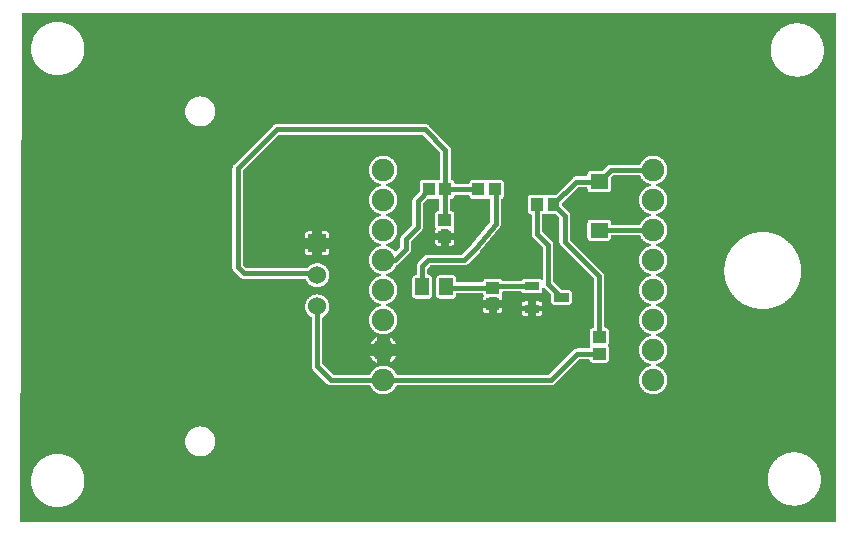
<source format=gtl>
G04 Layer: TopLayer*
G04 EasyEDA v6.1.52, Sun, 13 Oct 2019 16:49:43 GMT*
G04 017f6ad9517e406d9769b934d1664338,d60483f80e02402a9409f1f04c283df6,10*
G04 Gerber Generator version 0.2*
G04 Scale: 100 percent, Rotated: No, Reflected: No *
G04 Dimensions in millimeters *
G04 leading zeros omitted , absolute positions ,3 integer and 3 decimal *
%FSLAX33Y33*%
%MOMM*%
G90*
G71D02*

%ADD11C,0.381000*%
%ADD16R,0.999998X1.099998*%
%ADD17C,1.899996*%
%ADD19C,1.524000*%

%LPD*%
G36*
G01X69225Y43418D02*
G01X496Y43418D01*
G01X482Y43417D01*
G01X468Y43414D01*
G01X454Y43409D01*
G01X441Y43402D01*
G01X430Y43394D01*
G01X420Y43383D01*
G01X411Y43372D01*
G01X404Y43359D01*
G01X399Y43346D01*
G01X396Y43331D01*
G01X395Y43317D01*
G01X270Y371D01*
G01X270Y370D01*
G01X271Y356D01*
G01X274Y342D01*
G01X279Y328D01*
G01X286Y315D01*
G01X295Y304D01*
G01X305Y294D01*
G01X316Y285D01*
G01X329Y278D01*
G01X343Y273D01*
G01X357Y270D01*
G01X371Y269D01*
G01X69225Y269D01*
G01X69239Y270D01*
G01X69253Y273D01*
G01X69267Y278D01*
G01X69280Y285D01*
G01X69291Y294D01*
G01X69301Y304D01*
G01X69310Y315D01*
G01X69317Y328D01*
G01X69322Y342D01*
G01X69325Y356D01*
G01X69326Y370D01*
G01X69326Y43317D01*
G01X69325Y43331D01*
G01X69322Y43345D01*
G01X69317Y43359D01*
G01X69310Y43372D01*
G01X69301Y43383D01*
G01X69291Y43393D01*
G01X69280Y43402D01*
G01X69267Y43409D01*
G01X69253Y43414D01*
G01X69239Y43417D01*
G01X69225Y43418D01*
G37*

%LPC*%
G36*
G01X53897Y31304D02*
G01X53848Y31305D01*
G01X53797Y31304D01*
G01X53746Y31301D01*
G01X53695Y31295D01*
G01X53645Y31288D01*
G01X53595Y31278D01*
G01X53546Y31267D01*
G01X53497Y31253D01*
G01X53448Y31237D01*
G01X53401Y31219D01*
G01X53354Y31199D01*
G01X53308Y31178D01*
G01X53263Y31154D01*
G01X53219Y31128D01*
G01X53176Y31101D01*
G01X53135Y31072D01*
G01X53094Y31041D01*
G01X53055Y31008D01*
G01X53017Y30974D01*
G01X52981Y30938D01*
G01X52947Y30901D01*
G01X52914Y30862D01*
G01X52882Y30822D01*
G01X52853Y30781D01*
G01X52825Y30739D01*
G01X52799Y30695D01*
G01X52775Y30650D01*
G01X52752Y30605D01*
G01X52745Y30592D01*
G01X52737Y30580D01*
G01X52726Y30570D01*
G01X52715Y30562D01*
G01X52702Y30555D01*
G01X52688Y30550D01*
G01X52674Y30547D01*
G01X52660Y30546D01*
G01X50266Y30546D01*
G01X50234Y30544D01*
G01X50202Y30541D01*
G01X50171Y30535D01*
G01X50140Y30527D01*
G01X50110Y30517D01*
G01X50080Y30505D01*
G01X50052Y30491D01*
G01X50024Y30475D01*
G01X49998Y30456D01*
G01X49973Y30436D01*
G01X49950Y30415D01*
G01X49565Y30029D01*
G01X49552Y30019D01*
G01X49539Y30011D01*
G01X49524Y30004D01*
G01X49509Y30001D01*
G01X49493Y29999D01*
G01X48540Y29999D01*
G01X48516Y29998D01*
G01X48493Y29995D01*
G01X48470Y29990D01*
G01X48447Y29982D01*
G01X48426Y29973D01*
G01X48405Y29961D01*
G01X48386Y29948D01*
G01X48367Y29932D01*
G01X48351Y29916D01*
G01X48335Y29897D01*
G01X48322Y29878D01*
G01X48311Y29857D01*
G01X48301Y29836D01*
G01X48293Y29813D01*
G01X48288Y29790D01*
G01X48285Y29767D01*
G01X48284Y29743D01*
G01X48284Y29657D01*
G01X48283Y29642D01*
G01X48280Y29628D01*
G01X48274Y29614D01*
G01X48268Y29602D01*
G01X48259Y29590D01*
G01X48249Y29580D01*
G01X48237Y29571D01*
G01X48224Y29564D01*
G01X48211Y29559D01*
G01X48196Y29556D01*
G01X48182Y29555D01*
G01X47334Y29555D01*
G01X47302Y29554D01*
G01X47270Y29550D01*
G01X47239Y29545D01*
G01X47208Y29537D01*
G01X47178Y29527D01*
G01X47148Y29515D01*
G01X47120Y29500D01*
G01X47092Y29484D01*
G01X47066Y29466D01*
G01X47041Y29446D01*
G01X47018Y29424D01*
G01X45608Y28014D01*
G01X45596Y28003D01*
G01X45582Y27995D01*
G01X45567Y27989D01*
G01X45552Y27985D01*
G01X45536Y27984D01*
G01X44904Y27984D01*
G01X44878Y27983D01*
G01X44853Y27979D01*
G01X44829Y27973D01*
G01X44805Y27964D01*
G01X44782Y27953D01*
G01X44760Y27940D01*
G01X44747Y27933D01*
G01X44733Y27927D01*
G01X44719Y27924D01*
G01X44704Y27923D01*
G01X44689Y27924D01*
G01X44674Y27927D01*
G01X44660Y27933D01*
G01X44647Y27940D01*
G01X44625Y27953D01*
G01X44602Y27964D01*
G01X44578Y27973D01*
G01X44554Y27979D01*
G01X44529Y27983D01*
G01X44504Y27984D01*
G01X43504Y27984D01*
G01X43480Y27983D01*
G01X43456Y27980D01*
G01X43433Y27974D01*
G01X43411Y27967D01*
G01X43389Y27957D01*
G01X43369Y27946D01*
G01X43349Y27932D01*
G01X43331Y27917D01*
G01X43314Y27900D01*
G01X43299Y27882D01*
G01X43285Y27863D01*
G01X43274Y27842D01*
G01X43264Y27820D01*
G01X43257Y27798D01*
G01X43251Y27775D01*
G01X43248Y27751D01*
G01X43247Y27728D01*
G01X43247Y26628D01*
G01X43248Y26605D01*
G01X43251Y26582D01*
G01X43256Y26559D01*
G01X43263Y26537D01*
G01X43272Y26516D01*
G01X43283Y26496D01*
G01X43296Y26477D01*
G01X43310Y26459D01*
G01X43326Y26442D01*
G01X43343Y26427D01*
G01X43362Y26414D01*
G01X43382Y26402D01*
G01X43402Y26392D01*
G01X43424Y26384D01*
G01X43446Y26378D01*
G01X43469Y26373D01*
G01X43483Y26370D01*
G01X43497Y26365D01*
G01X43509Y26358D01*
G01X43521Y26350D01*
G01X43531Y26339D01*
G01X43540Y26328D01*
G01X43547Y26315D01*
G01X43552Y26301D01*
G01X43555Y26287D01*
G01X43556Y26273D01*
G01X43556Y24703D01*
G01X43558Y24671D01*
G01X43561Y24639D01*
G01X43567Y24607D01*
G01X43575Y24577D01*
G01X43585Y24546D01*
G01X43597Y24517D01*
G01X43611Y24488D01*
G01X43627Y24461D01*
G01X43646Y24435D01*
G01X43666Y24410D01*
G01X43687Y24386D01*
G01X44481Y23593D01*
G01X44491Y23581D01*
G01X44499Y23567D01*
G01X44505Y23553D01*
G01X44509Y23537D01*
G01X44510Y23521D01*
G01X44510Y20898D01*
G01X44509Y20884D01*
G01X44506Y20870D01*
G01X44501Y20856D01*
G01X44494Y20844D01*
G01X44486Y20832D01*
G01X44475Y20822D01*
G01X44464Y20813D01*
G01X44451Y20806D01*
G01X44437Y20801D01*
G01X44423Y20798D01*
G01X44409Y20797D01*
G01X44394Y20798D01*
G01X44379Y20801D01*
G01X44364Y20807D01*
G01X44351Y20815D01*
G01X44329Y20828D01*
G01X44306Y20840D01*
G01X44282Y20848D01*
G01X44257Y20855D01*
G01X44232Y20859D01*
G01X44206Y20860D01*
G01X42956Y20860D01*
G01X42933Y20859D01*
G01X42910Y20856D01*
G01X42888Y20851D01*
G01X42866Y20844D01*
G01X42845Y20835D01*
G01X42825Y20824D01*
G01X42806Y20811D01*
G01X42788Y20797D01*
G01X42771Y20781D01*
G01X42756Y20764D01*
G01X42742Y20746D01*
G01X42732Y20733D01*
G01X42720Y20722D01*
G01X42706Y20713D01*
G01X42691Y20706D01*
G01X42674Y20702D01*
G01X42658Y20701D01*
G01X41123Y20701D01*
G01X41107Y20702D01*
G01X41092Y20705D01*
G01X41078Y20711D01*
G01X41064Y20719D01*
G01X41052Y20729D01*
G01X41042Y20740D01*
G01X41034Y20753D01*
G01X41022Y20773D01*
G01X41008Y20791D01*
G01X40993Y20809D01*
G01X40976Y20824D01*
G01X40959Y20838D01*
G01X40939Y20851D01*
G01X40919Y20862D01*
G01X40898Y20871D01*
G01X40876Y20878D01*
G01X40854Y20883D01*
G01X40831Y20886D01*
G01X40809Y20887D01*
G01X39709Y20887D01*
G01X39686Y20886D01*
G01X39663Y20883D01*
G01X39640Y20878D01*
G01X39618Y20871D01*
G01X39597Y20862D01*
G01X39577Y20851D01*
G01X39558Y20838D01*
G01X39540Y20824D01*
G01X39523Y20808D01*
G01X39508Y20791D01*
G01X39495Y20772D01*
G01X39483Y20752D01*
G01X39473Y20732D01*
G01X39465Y20710D01*
G01X39459Y20688D01*
G01X39454Y20665D01*
G01X39451Y20651D01*
G01X39446Y20637D01*
G01X39439Y20625D01*
G01X39431Y20613D01*
G01X39420Y20603D01*
G01X39409Y20594D01*
G01X39396Y20587D01*
G01X39382Y20582D01*
G01X39368Y20579D01*
G01X39354Y20578D01*
G01X37260Y20578D01*
G01X37245Y20579D01*
G01X37231Y20582D01*
G01X37217Y20587D01*
G01X37205Y20594D01*
G01X37193Y20602D01*
G01X37183Y20613D01*
G01X37174Y20624D01*
G01X37167Y20637D01*
G01X37162Y20651D01*
G01X37159Y20665D01*
G01X37158Y20679D01*
G01X37158Y20917D01*
G01X37157Y20941D01*
G01X37154Y20965D01*
G01X37148Y20988D01*
G01X37141Y21010D01*
G01X37131Y21032D01*
G01X37120Y21053D01*
G01X37106Y21072D01*
G01X37091Y21090D01*
G01X37074Y21107D01*
G01X37056Y21122D01*
G01X37037Y21136D01*
G01X37016Y21147D01*
G01X36994Y21157D01*
G01X36972Y21164D01*
G01X36949Y21170D01*
G01X36925Y21173D01*
G01X36902Y21174D01*
G01X35741Y21174D01*
G01X35718Y21173D01*
G01X35694Y21170D01*
G01X35671Y21164D01*
G01X35649Y21157D01*
G01X35627Y21147D01*
G01X35606Y21136D01*
G01X35587Y21122D01*
G01X35569Y21107D01*
G01X35552Y21090D01*
G01X35537Y21072D01*
G01X35523Y21053D01*
G01X35512Y21032D01*
G01X35502Y21010D01*
G01X35495Y20988D01*
G01X35489Y20965D01*
G01X35486Y20941D01*
G01X35485Y20917D01*
G01X35485Y19468D01*
G01X35486Y19444D01*
G01X35489Y19420D01*
G01X35495Y19397D01*
G01X35502Y19375D01*
G01X35512Y19353D01*
G01X35523Y19332D01*
G01X35537Y19313D01*
G01X35552Y19295D01*
G01X35569Y19278D01*
G01X35587Y19263D01*
G01X35606Y19249D01*
G01X35627Y19238D01*
G01X35649Y19228D01*
G01X35671Y19221D01*
G01X35694Y19215D01*
G01X35718Y19212D01*
G01X35741Y19211D01*
G01X36902Y19211D01*
G01X36925Y19212D01*
G01X36949Y19215D01*
G01X36972Y19221D01*
G01X36994Y19228D01*
G01X37016Y19238D01*
G01X37037Y19249D01*
G01X37056Y19263D01*
G01X37074Y19278D01*
G01X37091Y19295D01*
G01X37106Y19313D01*
G01X37120Y19332D01*
G01X37131Y19353D01*
G01X37141Y19375D01*
G01X37148Y19397D01*
G01X37154Y19420D01*
G01X37157Y19444D01*
G01X37158Y19468D01*
G01X37158Y19582D01*
G01X37159Y19596D01*
G01X37162Y19611D01*
G01X37167Y19624D01*
G01X37174Y19637D01*
G01X37183Y19648D01*
G01X37193Y19659D01*
G01X37205Y19667D01*
G01X37217Y19674D01*
G01X37231Y19679D01*
G01X37245Y19682D01*
G01X37260Y19683D01*
G01X39354Y19683D01*
G01X39368Y19682D01*
G01X39382Y19679D01*
G01X39396Y19674D01*
G01X39409Y19667D01*
G01X39420Y19658D01*
G01X39431Y19648D01*
G01X39439Y19636D01*
G01X39446Y19624D01*
G01X39451Y19610D01*
G01X39454Y19596D01*
G01X39459Y19573D01*
G01X39465Y19550D01*
G01X39473Y19528D01*
G01X39484Y19507D01*
G01X39496Y19487D01*
G01X39503Y19474D01*
G01X39509Y19460D01*
G01X39512Y19445D01*
G01X39513Y19430D01*
G01X39512Y19415D01*
G01X39509Y19401D01*
G01X39503Y19387D01*
G01X39496Y19374D01*
G01X39483Y19352D01*
G01X39472Y19329D01*
G01X39463Y19305D01*
G01X39457Y19281D01*
G01X39453Y19256D01*
G01X39452Y19230D01*
G01X39452Y19044D01*
G01X39920Y19044D01*
G01X39920Y19272D01*
G01X39921Y19287D01*
G01X39924Y19301D01*
G01X39929Y19314D01*
G01X39936Y19327D01*
G01X39945Y19339D01*
G01X39955Y19349D01*
G01X39967Y19358D01*
G01X39979Y19365D01*
G01X39993Y19370D01*
G01X40007Y19373D01*
G01X40022Y19374D01*
G01X40495Y19374D01*
G01X40510Y19373D01*
G01X40524Y19370D01*
G01X40538Y19365D01*
G01X40550Y19358D01*
G01X40562Y19349D01*
G01X40572Y19339D01*
G01X40581Y19327D01*
G01X40588Y19314D01*
G01X40593Y19301D01*
G01X40596Y19287D01*
G01X40597Y19272D01*
G01X40597Y19044D01*
G01X41065Y19044D01*
G01X41065Y19230D01*
G01X41064Y19256D01*
G01X41060Y19281D01*
G01X41054Y19305D01*
G01X41045Y19329D01*
G01X41034Y19352D01*
G01X41021Y19374D01*
G01X41014Y19387D01*
G01X41008Y19401D01*
G01X41005Y19415D01*
G01X41004Y19430D01*
G01X41005Y19445D01*
G01X41008Y19460D01*
G01X41014Y19474D01*
G01X41021Y19487D01*
G01X41034Y19509D01*
G01X41045Y19532D01*
G01X41054Y19556D01*
G01X41060Y19580D01*
G01X41064Y19605D01*
G01X41065Y19630D01*
G01X41065Y19705D01*
G01X41066Y19719D01*
G01X41069Y19733D01*
G01X41074Y19747D01*
G01X41081Y19760D01*
G01X41090Y19771D01*
G01X41100Y19782D01*
G01X41112Y19790D01*
G01X41124Y19797D01*
G01X41138Y19802D01*
G01X41152Y19805D01*
G01X41167Y19806D01*
G01X42658Y19806D01*
G01X42674Y19805D01*
G01X42691Y19801D01*
G01X42706Y19794D01*
G01X42720Y19785D01*
G01X42732Y19774D01*
G01X42742Y19761D01*
G01X42756Y19743D01*
G01X42771Y19725D01*
G01X42788Y19710D01*
G01X42806Y19695D01*
G01X42825Y19683D01*
G01X42845Y19672D01*
G01X42866Y19663D01*
G01X42888Y19656D01*
G01X42910Y19651D01*
G01X42933Y19648D01*
G01X42956Y19647D01*
G01X44206Y19647D01*
G01X44229Y19648D01*
G01X44253Y19651D01*
G01X44276Y19657D01*
G01X44298Y19664D01*
G01X44320Y19674D01*
G01X44341Y19685D01*
G01X44360Y19699D01*
G01X44379Y19714D01*
G01X44395Y19731D01*
G01X44411Y19749D01*
G01X44424Y19768D01*
G01X44435Y19789D01*
G01X44445Y19811D01*
G01X44453Y19833D01*
G01X44458Y19856D01*
G01X44461Y19880D01*
G01X44462Y19903D01*
G01X44462Y20044D01*
G01X44463Y20058D01*
G01X44466Y20073D01*
G01X44478Y20099D01*
G01X44487Y20110D01*
G01X44497Y20121D01*
G01X44509Y20129D01*
G01X44522Y20136D01*
G01X44535Y20141D01*
G01X44549Y20144D01*
G01X44564Y20146D01*
G01X44580Y20144D01*
G01X44596Y20140D01*
G01X44611Y20134D01*
G01X44625Y20125D01*
G01X44637Y20115D01*
G01X44641Y20110D01*
G01X45169Y19583D01*
G01X45179Y19570D01*
G01X45188Y19557D01*
G01X45194Y19542D01*
G01X45197Y19527D01*
G01X45199Y19511D01*
G01X45199Y18953D01*
G01X45200Y18930D01*
G01X45203Y18906D01*
G01X45208Y18883D01*
G01X45216Y18861D01*
G01X45226Y18839D01*
G01X45237Y18818D01*
G01X45250Y18799D01*
G01X45266Y18781D01*
G01X45282Y18764D01*
G01X45301Y18749D01*
G01X45320Y18735D01*
G01X45341Y18724D01*
G01X45363Y18714D01*
G01X45385Y18707D01*
G01X45408Y18701D01*
G01X45432Y18698D01*
G01X45455Y18697D01*
G01X46705Y18697D01*
G01X46729Y18698D01*
G01X46752Y18701D01*
G01X46775Y18707D01*
G01X46798Y18714D01*
G01X46820Y18724D01*
G01X46840Y18735D01*
G01X46860Y18749D01*
G01X46878Y18764D01*
G01X46895Y18781D01*
G01X46910Y18799D01*
G01X46923Y18818D01*
G01X46935Y18839D01*
G01X46944Y18861D01*
G01X46952Y18883D01*
G01X46957Y18906D01*
G01X46961Y18930D01*
G01X46962Y18953D01*
G01X46962Y19654D01*
G01X46961Y19677D01*
G01X46957Y19701D01*
G01X46952Y19724D01*
G01X46944Y19746D01*
G01X46935Y19768D01*
G01X46923Y19789D01*
G01X46910Y19808D01*
G01X46895Y19826D01*
G01X46878Y19843D01*
G01X46860Y19858D01*
G01X46840Y19872D01*
G01X46820Y19883D01*
G01X46798Y19893D01*
G01X46775Y19900D01*
G01X46752Y19906D01*
G01X46729Y19909D01*
G01X46705Y19910D01*
G01X46148Y19910D01*
G01X46132Y19911D01*
G01X46117Y19915D01*
G01X46102Y19921D01*
G01X46088Y19929D01*
G01X46076Y19940D01*
G01X45434Y20582D01*
G01X45424Y20594D01*
G01X45416Y20607D01*
G01X45410Y20622D01*
G01X45406Y20638D01*
G01X45405Y20653D01*
G01X45405Y23749D01*
G01X45403Y23780D01*
G01X45400Y23812D01*
G01X45394Y23844D01*
G01X45386Y23874D01*
G01X45376Y23905D01*
G01X45364Y23934D01*
G01X45350Y23963D01*
G01X45334Y23990D01*
G01X45315Y24016D01*
G01X45295Y24041D01*
G01X45274Y24065D01*
G01X44480Y24858D01*
G01X44470Y24870D01*
G01X44462Y24884D01*
G01X44455Y24898D01*
G01X44452Y24914D01*
G01X44451Y24930D01*
G01X44451Y26273D01*
G01X44452Y26287D01*
G01X44455Y26301D01*
G01X44460Y26315D01*
G01X44467Y26328D01*
G01X44476Y26339D01*
G01X44486Y26350D01*
G01X44498Y26358D01*
G01X44510Y26365D01*
G01X44524Y26370D01*
G01X44538Y26373D01*
G01X44561Y26378D01*
G01X44584Y26384D01*
G01X44606Y26392D01*
G01X44627Y26403D01*
G01X44647Y26415D01*
G01X44660Y26422D01*
G01X44674Y26428D01*
G01X44689Y26431D01*
G01X44704Y26432D01*
G01X44719Y26431D01*
G01X44733Y26428D01*
G01X44747Y26422D01*
G01X44760Y26415D01*
G01X44782Y26402D01*
G01X44805Y26391D01*
G01X44829Y26382D01*
G01X44853Y26376D01*
G01X44878Y26372D01*
G01X44904Y26371D01*
G01X45536Y26371D01*
G01X45552Y26370D01*
G01X45567Y26366D01*
G01X45582Y26360D01*
G01X45595Y26352D01*
G01X45608Y26341D01*
G01X45878Y26071D01*
G01X45888Y26059D01*
G01X45896Y26045D01*
G01X45902Y26031D01*
G01X45906Y26015D01*
G01X45907Y25999D01*
G01X45907Y24002D01*
G01X45909Y23971D01*
G01X45912Y23939D01*
G01X45918Y23907D01*
G01X45926Y23877D01*
G01X45936Y23846D01*
G01X45948Y23817D01*
G01X45962Y23788D01*
G01X45978Y23761D01*
G01X45997Y23735D01*
G01X46017Y23710D01*
G01X46038Y23686D01*
G01X48799Y20926D01*
G01X48809Y20914D01*
G01X48817Y20900D01*
G01X48823Y20886D01*
G01X48827Y20870D01*
G01X48828Y20854D01*
G01X48828Y16798D01*
G01X48827Y16783D01*
G01X48824Y16769D01*
G01X48819Y16756D01*
G01X48812Y16743D01*
G01X48804Y16731D01*
G01X48793Y16721D01*
G01X48782Y16712D01*
G01X48769Y16705D01*
G01X48755Y16700D01*
G01X48741Y16697D01*
G01X48727Y16696D01*
G01X48725Y16696D01*
G01X48702Y16695D01*
G01X48678Y16692D01*
G01X48655Y16686D01*
G01X48633Y16679D01*
G01X48611Y16669D01*
G01X48590Y16658D01*
G01X48571Y16644D01*
G01X48553Y16629D01*
G01X48536Y16612D01*
G01X48521Y16594D01*
G01X48507Y16575D01*
G01X48496Y16554D01*
G01X48486Y16532D01*
G01X48479Y16510D01*
G01X48473Y16487D01*
G01X48470Y16463D01*
G01X48469Y16440D01*
G01X48469Y15440D01*
G01X48470Y15414D01*
G01X48474Y15389D01*
G01X48480Y15365D01*
G01X48489Y15341D01*
G01X48500Y15318D01*
G01X48513Y15296D01*
G01X48520Y15283D01*
G01X48526Y15269D01*
G01X48529Y15255D01*
G01X48530Y15240D01*
G01X48529Y15225D01*
G01X48526Y15210D01*
G01X48520Y15196D01*
G01X48513Y15183D01*
G01X48500Y15163D01*
G01X48490Y15142D01*
G01X48482Y15120D01*
G01X48476Y15097D01*
G01X48471Y15074D01*
G01X48468Y15060D01*
G01X48463Y15046D01*
G01X48456Y15034D01*
G01X48448Y15022D01*
G01X48437Y15012D01*
G01X48426Y15003D01*
G01X48413Y14996D01*
G01X48399Y14991D01*
G01X48385Y14988D01*
G01X48371Y14987D01*
G01X47432Y14987D01*
G01X47401Y14985D01*
G01X47369Y14982D01*
G01X47337Y14976D01*
G01X47307Y14968D01*
G01X47276Y14958D01*
G01X47247Y14946D01*
G01X47218Y14932D01*
G01X47191Y14916D01*
G01X47165Y14897D01*
G01X47140Y14877D01*
G01X47116Y14856D01*
G01X45056Y12795D01*
G01X45044Y12785D01*
G01X45030Y12777D01*
G01X45016Y12771D01*
G01X45000Y12767D01*
G01X44984Y12766D01*
G01X32175Y12766D01*
G01X32161Y12767D01*
G01X32147Y12770D01*
G01X32133Y12775D01*
G01X32120Y12782D01*
G01X32109Y12790D01*
G01X32098Y12800D01*
G01X32090Y12812D01*
G01X32083Y12825D01*
G01X32060Y12871D01*
G01X32036Y12916D01*
G01X32009Y12960D01*
G01X31981Y13003D01*
G01X31951Y13045D01*
G01X31919Y13085D01*
G01X31885Y13124D01*
G01X31850Y13162D01*
G01X31813Y13198D01*
G01X31775Y13232D01*
G01X31736Y13265D01*
G01X31694Y13296D01*
G01X31652Y13325D01*
G01X31609Y13353D01*
G01X31564Y13378D01*
G01X31518Y13402D01*
G01X31471Y13424D01*
G01X31424Y13443D01*
G01X31375Y13461D01*
G01X31326Y13476D01*
G01X31277Y13490D01*
G01X31220Y13502D01*
G01X31162Y13512D01*
G01X31104Y13519D01*
G01X31046Y13524D01*
G01X30988Y13525D01*
G01X30929Y13524D01*
G01X30871Y13519D01*
G01X30813Y13512D01*
G01X30755Y13502D01*
G01X30698Y13490D01*
G01X30649Y13476D01*
G01X30600Y13461D01*
G01X30551Y13443D01*
G01X30504Y13424D01*
G01X30457Y13402D01*
G01X30411Y13378D01*
G01X30366Y13353D01*
G01X30323Y13325D01*
G01X30281Y13296D01*
G01X30239Y13265D01*
G01X30200Y13232D01*
G01X30162Y13198D01*
G01X30125Y13162D01*
G01X30090Y13124D01*
G01X30056Y13085D01*
G01X30024Y13045D01*
G01X29994Y13003D01*
G01X29966Y12960D01*
G01X29939Y12916D01*
G01X29915Y12871D01*
G01X29892Y12825D01*
G01X29885Y12812D01*
G01X29877Y12800D01*
G01X29866Y12790D01*
G01X29855Y12782D01*
G01X29842Y12775D01*
G01X29828Y12770D01*
G01X29814Y12767D01*
G01X29800Y12766D01*
G01X26770Y12766D01*
G01X26754Y12767D01*
G01X26738Y12771D01*
G01X26724Y12777D01*
G01X26710Y12785D01*
G01X26698Y12795D01*
G01X25876Y13617D01*
G01X25866Y13629D01*
G01X25858Y13643D01*
G01X25852Y13657D01*
G01X25848Y13673D01*
G01X25847Y13689D01*
G01X25847Y17565D01*
G01X25848Y17580D01*
G01X25851Y17595D01*
G01X25857Y17609D01*
G01X25865Y17623D01*
G01X25874Y17635D01*
G01X25886Y17645D01*
G01X25898Y17653D01*
G01X25939Y17677D01*
G01X25978Y17703D01*
G01X26016Y17731D01*
G01X26053Y17760D01*
G01X26088Y17791D01*
G01X26122Y17823D01*
G01X26154Y17857D01*
G01X26185Y17893D01*
G01X26214Y17930D01*
G01X26241Y17968D01*
G01X26267Y18007D01*
G01X26290Y18047D01*
G01X26312Y18089D01*
G01X26332Y18131D01*
G01X26350Y18175D01*
G01X26366Y18219D01*
G01X26379Y18264D01*
G01X26391Y18309D01*
G01X26401Y18355D01*
G01X26408Y18401D01*
G01X26414Y18448D01*
G01X26417Y18495D01*
G01X26418Y18542D01*
G01X26417Y18587D01*
G01X26414Y18633D01*
G01X26409Y18678D01*
G01X26402Y18723D01*
G01X26393Y18768D01*
G01X26381Y18812D01*
G01X26368Y18856D01*
G01X26353Y18899D01*
G01X26336Y18942D01*
G01X26317Y18983D01*
G01X26296Y19024D01*
G01X26274Y19064D01*
G01X26250Y19103D01*
G01X26224Y19140D01*
G01X26196Y19177D01*
G01X26167Y19212D01*
G01X26136Y19245D01*
G01X26103Y19278D01*
G01X26070Y19309D01*
G01X26035Y19338D01*
G01X25998Y19366D01*
G01X25961Y19392D01*
G01X25922Y19416D01*
G01X25882Y19438D01*
G01X25841Y19459D01*
G01X25800Y19478D01*
G01X25757Y19495D01*
G01X25714Y19510D01*
G01X25670Y19523D01*
G01X25626Y19535D01*
G01X25581Y19544D01*
G01X25536Y19551D01*
G01X25491Y19556D01*
G01X25445Y19559D01*
G01X25400Y19560D01*
G01X25354Y19559D01*
G01X25308Y19556D01*
G01X25263Y19551D01*
G01X25218Y19544D01*
G01X25173Y19535D01*
G01X25129Y19523D01*
G01X25085Y19510D01*
G01X25042Y19495D01*
G01X24999Y19478D01*
G01X24958Y19459D01*
G01X24917Y19438D01*
G01X24877Y19416D01*
G01X24838Y19392D01*
G01X24801Y19366D01*
G01X24764Y19338D01*
G01X24729Y19309D01*
G01X24696Y19278D01*
G01X24663Y19245D01*
G01X24632Y19212D01*
G01X24603Y19177D01*
G01X24575Y19140D01*
G01X24549Y19103D01*
G01X24525Y19064D01*
G01X24503Y19024D01*
G01X24482Y18983D01*
G01X24463Y18942D01*
G01X24446Y18899D01*
G01X24431Y18856D01*
G01X24418Y18812D01*
G01X24406Y18768D01*
G01X24397Y18723D01*
G01X24390Y18678D01*
G01X24385Y18633D01*
G01X24382Y18587D01*
G01X24381Y18541D01*
G01X24382Y18495D01*
G01X24385Y18448D01*
G01X24391Y18401D01*
G01X24398Y18355D01*
G01X24408Y18309D01*
G01X24420Y18264D01*
G01X24433Y18219D01*
G01X24449Y18175D01*
G01X24467Y18131D01*
G01X24487Y18089D01*
G01X24509Y18047D01*
G01X24532Y18007D01*
G01X24558Y17968D01*
G01X24585Y17930D01*
G01X24614Y17893D01*
G01X24645Y17857D01*
G01X24677Y17823D01*
G01X24711Y17791D01*
G01X24746Y17760D01*
G01X24783Y17731D01*
G01X24821Y17703D01*
G01X24860Y17677D01*
G01X24901Y17653D01*
G01X24913Y17645D01*
G01X24925Y17635D01*
G01X24934Y17623D01*
G01X24942Y17609D01*
G01X24948Y17595D01*
G01X24951Y17580D01*
G01X24952Y17565D01*
G01X24952Y13461D01*
G01X24954Y13430D01*
G01X24957Y13398D01*
G01X24963Y13366D01*
G01X24971Y13336D01*
G01X24981Y13305D01*
G01X24993Y13276D01*
G01X25007Y13247D01*
G01X25023Y13220D01*
G01X25042Y13194D01*
G01X25062Y13169D01*
G01X25083Y13145D01*
G01X26226Y12002D01*
G01X26250Y11981D01*
G01X26275Y11961D01*
G01X26301Y11942D01*
G01X26328Y11926D01*
G01X26357Y11912D01*
G01X26386Y11900D01*
G01X26417Y11890D01*
G01X26447Y11882D01*
G01X26479Y11876D01*
G01X26511Y11873D01*
G01X26543Y11871D01*
G01X29800Y11871D01*
G01X29814Y11870D01*
G01X29828Y11867D01*
G01X29842Y11862D01*
G01X29855Y11855D01*
G01X29866Y11847D01*
G01X29877Y11837D01*
G01X29885Y11825D01*
G01X29892Y11812D01*
G01X29915Y11767D01*
G01X29939Y11722D01*
G01X29965Y11678D01*
G01X29993Y11636D01*
G01X30022Y11595D01*
G01X30054Y11555D01*
G01X30087Y11516D01*
G01X30121Y11479D01*
G01X30157Y11443D01*
G01X30195Y11409D01*
G01X30234Y11376D01*
G01X30275Y11345D01*
G01X30316Y11316D01*
G01X30359Y11289D01*
G01X30403Y11263D01*
G01X30448Y11239D01*
G01X30494Y11218D01*
G01X30541Y11198D01*
G01X30588Y11180D01*
G01X30637Y11164D01*
G01X30686Y11150D01*
G01X30735Y11139D01*
G01X30785Y11129D01*
G01X30835Y11122D01*
G01X30886Y11116D01*
G01X30937Y11113D01*
G01X30988Y11112D01*
G01X31038Y11113D01*
G01X31089Y11116D01*
G01X31140Y11122D01*
G01X31190Y11129D01*
G01X31240Y11139D01*
G01X31289Y11150D01*
G01X31338Y11164D01*
G01X31387Y11180D01*
G01X31434Y11198D01*
G01X31481Y11218D01*
G01X31527Y11239D01*
G01X31572Y11263D01*
G01X31616Y11289D01*
G01X31659Y11316D01*
G01X31700Y11345D01*
G01X31741Y11376D01*
G01X31780Y11409D01*
G01X31818Y11443D01*
G01X31854Y11479D01*
G01X31888Y11516D01*
G01X31921Y11555D01*
G01X31953Y11595D01*
G01X31982Y11636D01*
G01X32010Y11678D01*
G01X32036Y11722D01*
G01X32060Y11767D01*
G01X32083Y11812D01*
G01X32090Y11825D01*
G01X32098Y11837D01*
G01X32109Y11847D01*
G01X32120Y11855D01*
G01X32133Y11862D01*
G01X32147Y11867D01*
G01X32161Y11870D01*
G01X32175Y11871D01*
G01X45212Y11871D01*
G01X45243Y11873D01*
G01X45275Y11876D01*
G01X45307Y11882D01*
G01X45337Y11890D01*
G01X45368Y11900D01*
G01X45397Y11912D01*
G01X45426Y11926D01*
G01X45453Y11942D01*
G01X45479Y11961D01*
G01X45504Y11981D01*
G01X45528Y12002D01*
G01X47588Y14063D01*
G01X47600Y14073D01*
G01X47614Y14081D01*
G01X47628Y14087D01*
G01X47644Y14091D01*
G01X47660Y14092D01*
G01X48371Y14092D01*
G01X48385Y14091D01*
G01X48399Y14088D01*
G01X48413Y14083D01*
G01X48426Y14076D01*
G01X48437Y14067D01*
G01X48448Y14057D01*
G01X48456Y14045D01*
G01X48463Y14033D01*
G01X48468Y14019D01*
G01X48471Y14005D01*
G01X48475Y13982D01*
G01X48482Y13960D01*
G01X48490Y13938D01*
G01X48500Y13918D01*
G01X48512Y13898D01*
G01X48525Y13879D01*
G01X48540Y13862D01*
G01X48557Y13846D01*
G01X48575Y13832D01*
G01X48594Y13819D01*
G01X48614Y13808D01*
G01X48635Y13799D01*
G01X48657Y13792D01*
G01X48680Y13787D01*
G01X48703Y13784D01*
G01X48725Y13783D01*
G01X49825Y13783D01*
G01X49849Y13784D01*
G01X49873Y13787D01*
G01X49896Y13793D01*
G01X49918Y13800D01*
G01X49940Y13810D01*
G01X49961Y13821D01*
G01X49980Y13835D01*
G01X49998Y13850D01*
G01X50015Y13867D01*
G01X50030Y13885D01*
G01X50044Y13905D01*
G01X50055Y13925D01*
G01X50065Y13947D01*
G01X50072Y13969D01*
G01X50078Y13992D01*
G01X50081Y14016D01*
G01X50082Y14040D01*
G01X50082Y15040D01*
G01X50081Y15065D01*
G01X50077Y15090D01*
G01X50071Y15114D01*
G01X50062Y15138D01*
G01X50051Y15161D01*
G01X50038Y15183D01*
G01X50031Y15196D01*
G01X50025Y15210D01*
G01X50022Y15225D01*
G01X50021Y15240D01*
G01X50022Y15255D01*
G01X50025Y15269D01*
G01X50031Y15283D01*
G01X50038Y15296D01*
G01X50051Y15318D01*
G01X50062Y15341D01*
G01X50071Y15365D01*
G01X50077Y15389D01*
G01X50081Y15414D01*
G01X50082Y15440D01*
G01X50082Y16440D01*
G01X50081Y16463D01*
G01X50078Y16487D01*
G01X50072Y16510D01*
G01X50065Y16532D01*
G01X50055Y16554D01*
G01X50044Y16575D01*
G01X50030Y16594D01*
G01X50015Y16612D01*
G01X49998Y16629D01*
G01X49980Y16644D01*
G01X49961Y16658D01*
G01X49940Y16669D01*
G01X49918Y16679D01*
G01X49896Y16686D01*
G01X49873Y16692D01*
G01X49849Y16695D01*
G01X49825Y16696D01*
G01X49824Y16696D01*
G01X49810Y16697D01*
G01X49796Y16700D01*
G01X49782Y16705D01*
G01X49769Y16712D01*
G01X49758Y16721D01*
G01X49747Y16731D01*
G01X49739Y16743D01*
G01X49732Y16756D01*
G01X49727Y16769D01*
G01X49724Y16783D01*
G01X49723Y16798D01*
G01X49723Y21082D01*
G01X49721Y21113D01*
G01X49718Y21145D01*
G01X49712Y21177D01*
G01X49704Y21207D01*
G01X49694Y21238D01*
G01X49682Y21267D01*
G01X49668Y21296D01*
G01X49652Y21323D01*
G01X49633Y21349D01*
G01X49613Y21374D01*
G01X49592Y21398D01*
G01X46831Y24158D01*
G01X46821Y24170D01*
G01X46813Y24184D01*
G01X46807Y24198D01*
G01X46803Y24214D01*
G01X46802Y24230D01*
G01X46802Y26227D01*
G01X46800Y26258D01*
G01X46797Y26290D01*
G01X46791Y26322D01*
G01X46783Y26352D01*
G01X46773Y26383D01*
G01X46761Y26412D01*
G01X46747Y26441D01*
G01X46731Y26468D01*
G01X46712Y26494D01*
G01X46692Y26519D01*
G01X46671Y26543D01*
G01X46190Y27023D01*
G01X46180Y27035D01*
G01X46171Y27049D01*
G01X46165Y27064D01*
G01X46161Y27079D01*
G01X46160Y27095D01*
G01X46160Y27260D01*
G01X46161Y27276D01*
G01X46165Y27291D01*
G01X46171Y27306D01*
G01X46180Y27320D01*
G01X46190Y27332D01*
G01X47489Y28631D01*
G01X47501Y28641D01*
G01X47515Y28650D01*
G01X47530Y28656D01*
G01X47545Y28660D01*
G01X47561Y28661D01*
G01X48182Y28661D01*
G01X48196Y28660D01*
G01X48211Y28657D01*
G01X48224Y28652D01*
G01X48237Y28645D01*
G01X48249Y28636D01*
G01X48259Y28626D01*
G01X48268Y28614D01*
G01X48280Y28588D01*
G01X48283Y28574D01*
G01X48284Y28559D01*
G01X48284Y28473D01*
G01X48285Y28449D01*
G01X48288Y28426D01*
G01X48293Y28403D01*
G01X48301Y28380D01*
G01X48311Y28359D01*
G01X48322Y28338D01*
G01X48335Y28318D01*
G01X48351Y28300D01*
G01X48367Y28283D01*
G01X48386Y28268D01*
G01X48405Y28255D01*
G01X48426Y28243D01*
G01X48447Y28234D01*
G01X48470Y28226D01*
G01X48493Y28221D01*
G01X48516Y28217D01*
G01X48540Y28216D01*
G01X50011Y28216D01*
G01X50035Y28217D01*
G01X50058Y28221D01*
G01X50081Y28226D01*
G01X50104Y28234D01*
G01X50125Y28243D01*
G01X50146Y28255D01*
G01X50165Y28268D01*
G01X50184Y28283D01*
G01X50200Y28300D01*
G01X50216Y28318D01*
G01X50229Y28338D01*
G01X50240Y28359D01*
G01X50250Y28380D01*
G01X50258Y28403D01*
G01X50263Y28426D01*
G01X50266Y28449D01*
G01X50267Y28473D01*
G01X50267Y29425D01*
G01X50269Y29441D01*
G01X50272Y29457D01*
G01X50278Y29472D01*
G01X50287Y29485D01*
G01X50297Y29497D01*
G01X50422Y29622D01*
G01X50434Y29632D01*
G01X50447Y29640D01*
G01X50462Y29646D01*
G01X50477Y29650D01*
G01X50493Y29651D01*
G01X52660Y29651D01*
G01X52674Y29650D01*
G01X52688Y29647D01*
G01X52702Y29642D01*
G01X52715Y29635D01*
G01X52726Y29627D01*
G01X52737Y29617D01*
G01X52745Y29605D01*
G01X52752Y29592D01*
G01X52775Y29546D01*
G01X52799Y29501D01*
G01X52826Y29457D01*
G01X52854Y29414D01*
G01X52884Y29372D01*
G01X52916Y29332D01*
G01X52950Y29293D01*
G01X52985Y29255D01*
G01X53022Y29219D01*
G01X53060Y29185D01*
G01X53099Y29152D01*
G01X53141Y29121D01*
G01X53183Y29092D01*
G01X53226Y29064D01*
G01X53271Y29039D01*
G01X53317Y29015D01*
G01X53364Y28993D01*
G01X53411Y28974D01*
G01X53460Y28956D01*
G01X53509Y28941D01*
G01X53558Y28927D01*
G01X53573Y28922D01*
G01X53586Y28916D01*
G01X53598Y28907D01*
G01X53609Y28897D01*
G01X53618Y28885D01*
G01X53626Y28872D01*
G01X53631Y28858D01*
G01X53634Y28843D01*
G01X53636Y28828D01*
G01X53634Y28814D01*
G01X53631Y28799D01*
G01X53626Y28785D01*
G01X53618Y28772D01*
G01X53609Y28760D01*
G01X53598Y28750D01*
G01X53586Y28741D01*
G01X53573Y28735D01*
G01X53558Y28730D01*
G01X53510Y28717D01*
G01X53462Y28702D01*
G01X53415Y28685D01*
G01X53369Y28666D01*
G01X53323Y28645D01*
G01X53278Y28622D01*
G01X53235Y28598D01*
G01X53192Y28572D01*
G01X53110Y28514D01*
G01X53071Y28482D01*
G01X53034Y28449D01*
G01X52997Y28415D01*
G01X52963Y28379D01*
G01X52929Y28341D01*
G01X52898Y28302D01*
G01X52868Y28262D01*
G01X52839Y28221D01*
G01X52813Y28179D01*
G01X52788Y28135D01*
G01X52765Y28091D01*
G01X52743Y28045D01*
G01X52724Y27999D01*
G01X52707Y27952D01*
G01X52692Y27904D01*
G01X52678Y27856D01*
G01X52667Y27807D01*
G01X52658Y27758D01*
G01X52650Y27708D01*
G01X52645Y27659D01*
G01X52642Y27609D01*
G01X52641Y27559D01*
G01X52642Y27508D01*
G01X52645Y27458D01*
G01X52650Y27409D01*
G01X52658Y27359D01*
G01X52667Y27310D01*
G01X52678Y27261D01*
G01X52692Y27213D01*
G01X52707Y27165D01*
G01X52724Y27118D01*
G01X52743Y27072D01*
G01X52765Y27026D01*
G01X52788Y26982D01*
G01X52813Y26938D01*
G01X52839Y26896D01*
G01X52868Y26855D01*
G01X52898Y26815D01*
G01X52929Y26776D01*
G01X52963Y26738D01*
G01X52997Y26702D01*
G01X53034Y26668D01*
G01X53071Y26635D01*
G01X53110Y26603D01*
G01X53192Y26545D01*
G01X53235Y26519D01*
G01X53278Y26495D01*
G01X53323Y26472D01*
G01X53369Y26451D01*
G01X53415Y26432D01*
G01X53462Y26415D01*
G01X53510Y26400D01*
G01X53558Y26387D01*
G01X53573Y26382D01*
G01X53586Y26376D01*
G01X53598Y26367D01*
G01X53609Y26357D01*
G01X53618Y26345D01*
G01X53626Y26332D01*
G01X53631Y26318D01*
G01X53634Y26303D01*
G01X53636Y26288D01*
G01X53634Y26274D01*
G01X53631Y26259D01*
G01X53626Y26245D01*
G01X53618Y26232D01*
G01X53609Y26220D01*
G01X53598Y26210D01*
G01X53586Y26201D01*
G01X53573Y26195D01*
G01X53558Y26190D01*
G01X53509Y26176D01*
G01X53460Y26161D01*
G01X53411Y26143D01*
G01X53364Y26124D01*
G01X53317Y26102D01*
G01X53271Y26078D01*
G01X53226Y26053D01*
G01X53183Y26025D01*
G01X53141Y25996D01*
G01X53099Y25965D01*
G01X53060Y25932D01*
G01X53022Y25898D01*
G01X52985Y25862D01*
G01X52950Y25824D01*
G01X52916Y25785D01*
G01X52884Y25745D01*
G01X52854Y25703D01*
G01X52826Y25660D01*
G01X52799Y25616D01*
G01X52775Y25571D01*
G01X52752Y25525D01*
G01X52745Y25512D01*
G01X52737Y25500D01*
G01X52726Y25490D01*
G01X52715Y25482D01*
G01X52702Y25475D01*
G01X52688Y25470D01*
G01X52674Y25467D01*
G01X52660Y25466D01*
G01X50369Y25466D01*
G01X50355Y25467D01*
G01X50340Y25470D01*
G01X50327Y25475D01*
G01X50314Y25482D01*
G01X50302Y25490D01*
G01X50292Y25501D01*
G01X50283Y25512D01*
G01X50277Y25525D01*
G01X50271Y25539D01*
G01X50268Y25553D01*
G01X50267Y25567D01*
G01X50267Y25628D01*
G01X50266Y25652D01*
G01X50263Y25675D01*
G01X50258Y25698D01*
G01X50250Y25721D01*
G01X50240Y25742D01*
G01X50229Y25763D01*
G01X50216Y25783D01*
G01X50200Y25801D01*
G01X50184Y25818D01*
G01X50165Y25833D01*
G01X50146Y25846D01*
G01X50125Y25858D01*
G01X50104Y25867D01*
G01X50081Y25875D01*
G01X50058Y25880D01*
G01X50035Y25884D01*
G01X50011Y25885D01*
G01X48540Y25885D01*
G01X48516Y25884D01*
G01X48493Y25880D01*
G01X48470Y25875D01*
G01X48447Y25867D01*
G01X48426Y25858D01*
G01X48405Y25846D01*
G01X48386Y25833D01*
G01X48367Y25818D01*
G01X48351Y25801D01*
G01X48335Y25783D01*
G01X48322Y25763D01*
G01X48311Y25742D01*
G01X48301Y25721D01*
G01X48293Y25698D01*
G01X48288Y25675D01*
G01X48285Y25652D01*
G01X48284Y25628D01*
G01X48284Y24358D01*
G01X48285Y24334D01*
G01X48288Y24311D01*
G01X48293Y24288D01*
G01X48301Y24265D01*
G01X48311Y24244D01*
G01X48322Y24223D01*
G01X48335Y24204D01*
G01X48351Y24185D01*
G01X48367Y24169D01*
G01X48386Y24153D01*
G01X48405Y24140D01*
G01X48426Y24128D01*
G01X48447Y24119D01*
G01X48470Y24111D01*
G01X48493Y24106D01*
G01X48516Y24103D01*
G01X48540Y24102D01*
G01X50011Y24102D01*
G01X50035Y24103D01*
G01X50058Y24106D01*
G01X50081Y24111D01*
G01X50104Y24119D01*
G01X50125Y24128D01*
G01X50146Y24140D01*
G01X50165Y24153D01*
G01X50184Y24169D01*
G01X50200Y24185D01*
G01X50216Y24204D01*
G01X50229Y24223D01*
G01X50240Y24244D01*
G01X50250Y24265D01*
G01X50258Y24288D01*
G01X50263Y24311D01*
G01X50266Y24334D01*
G01X50267Y24358D01*
G01X50267Y24470D01*
G01X50268Y24484D01*
G01X50271Y24498D01*
G01X50277Y24512D01*
G01X50283Y24525D01*
G01X50292Y24536D01*
G01X50302Y24547D01*
G01X50314Y24555D01*
G01X50327Y24562D01*
G01X50340Y24567D01*
G01X50355Y24570D01*
G01X50369Y24571D01*
G01X52660Y24571D01*
G01X52674Y24570D01*
G01X52688Y24567D01*
G01X52702Y24562D01*
G01X52715Y24555D01*
G01X52726Y24547D01*
G01X52737Y24537D01*
G01X52745Y24525D01*
G01X52752Y24512D01*
G01X52775Y24466D01*
G01X52799Y24421D01*
G01X52826Y24377D01*
G01X52854Y24334D01*
G01X52884Y24292D01*
G01X52916Y24252D01*
G01X52950Y24213D01*
G01X52985Y24175D01*
G01X53022Y24139D01*
G01X53060Y24105D01*
G01X53099Y24072D01*
G01X53141Y24041D01*
G01X53183Y24012D01*
G01X53226Y23984D01*
G01X53271Y23959D01*
G01X53317Y23935D01*
G01X53364Y23913D01*
G01X53411Y23894D01*
G01X53460Y23876D01*
G01X53509Y23861D01*
G01X53558Y23847D01*
G01X53573Y23842D01*
G01X53586Y23836D01*
G01X53598Y23827D01*
G01X53609Y23817D01*
G01X53618Y23805D01*
G01X53626Y23792D01*
G01X53631Y23778D01*
G01X53634Y23763D01*
G01X53636Y23748D01*
G01X53634Y23734D01*
G01X53631Y23719D01*
G01X53626Y23705D01*
G01X53618Y23692D01*
G01X53609Y23680D01*
G01X53598Y23670D01*
G01X53586Y23661D01*
G01X53573Y23655D01*
G01X53558Y23650D01*
G01X53510Y23637D01*
G01X53462Y23622D01*
G01X53415Y23605D01*
G01X53369Y23586D01*
G01X53323Y23565D01*
G01X53278Y23542D01*
G01X53235Y23518D01*
G01X53192Y23492D01*
G01X53110Y23434D01*
G01X53071Y23402D01*
G01X53034Y23369D01*
G01X52997Y23335D01*
G01X52963Y23299D01*
G01X52929Y23261D01*
G01X52898Y23222D01*
G01X52868Y23182D01*
G01X52839Y23141D01*
G01X52813Y23099D01*
G01X52788Y23055D01*
G01X52765Y23011D01*
G01X52743Y22965D01*
G01X52724Y22919D01*
G01X52707Y22872D01*
G01X52692Y22824D01*
G01X52678Y22776D01*
G01X52667Y22727D01*
G01X52658Y22678D01*
G01X52650Y22628D01*
G01X52645Y22579D01*
G01X52642Y22529D01*
G01X52641Y22479D01*
G01X52642Y22428D01*
G01X52645Y22378D01*
G01X52650Y22329D01*
G01X52658Y22279D01*
G01X52667Y22230D01*
G01X52678Y22181D01*
G01X52692Y22133D01*
G01X52707Y22085D01*
G01X52724Y22038D01*
G01X52743Y21992D01*
G01X52765Y21946D01*
G01X52788Y21902D01*
G01X52813Y21858D01*
G01X52839Y21816D01*
G01X52868Y21775D01*
G01X52898Y21735D01*
G01X52929Y21696D01*
G01X52963Y21658D01*
G01X52997Y21622D01*
G01X53034Y21588D01*
G01X53071Y21555D01*
G01X53110Y21523D01*
G01X53192Y21465D01*
G01X53235Y21439D01*
G01X53278Y21415D01*
G01X53323Y21392D01*
G01X53369Y21371D01*
G01X53415Y21352D01*
G01X53462Y21335D01*
G01X53510Y21320D01*
G01X53558Y21307D01*
G01X53573Y21302D01*
G01X53586Y21296D01*
G01X53598Y21287D01*
G01X53609Y21277D01*
G01X53618Y21265D01*
G01X53626Y21252D01*
G01X53631Y21238D01*
G01X53634Y21223D01*
G01X53636Y21208D01*
G01X53634Y21194D01*
G01X53631Y21179D01*
G01X53626Y21165D01*
G01X53618Y21152D01*
G01X53609Y21140D01*
G01X53598Y21130D01*
G01X53586Y21121D01*
G01X53573Y21115D01*
G01X53558Y21110D01*
G01X53510Y21097D01*
G01X53462Y21082D01*
G01X53415Y21065D01*
G01X53369Y21046D01*
G01X53323Y21025D01*
G01X53278Y21002D01*
G01X53235Y20978D01*
G01X53192Y20952D01*
G01X53110Y20894D01*
G01X53071Y20862D01*
G01X53034Y20829D01*
G01X52997Y20795D01*
G01X52963Y20759D01*
G01X52929Y20721D01*
G01X52898Y20682D01*
G01X52868Y20642D01*
G01X52839Y20601D01*
G01X52813Y20559D01*
G01X52788Y20515D01*
G01X52765Y20471D01*
G01X52743Y20425D01*
G01X52724Y20379D01*
G01X52707Y20332D01*
G01X52692Y20284D01*
G01X52678Y20236D01*
G01X52667Y20187D01*
G01X52658Y20138D01*
G01X52650Y20088D01*
G01X52645Y20039D01*
G01X52642Y19989D01*
G01X52641Y19939D01*
G01X52642Y19888D01*
G01X52645Y19838D01*
G01X52650Y19789D01*
G01X52658Y19739D01*
G01X52667Y19690D01*
G01X52678Y19641D01*
G01X52692Y19593D01*
G01X52707Y19545D01*
G01X52724Y19498D01*
G01X52743Y19452D01*
G01X52765Y19406D01*
G01X52788Y19362D01*
G01X52813Y19318D01*
G01X52839Y19276D01*
G01X52868Y19235D01*
G01X52898Y19195D01*
G01X52929Y19156D01*
G01X52963Y19118D01*
G01X52997Y19082D01*
G01X53034Y19048D01*
G01X53071Y19015D01*
G01X53110Y18983D01*
G01X53192Y18925D01*
G01X53235Y18899D01*
G01X53278Y18875D01*
G01X53323Y18852D01*
G01X53369Y18831D01*
G01X53415Y18812D01*
G01X53462Y18795D01*
G01X53510Y18780D01*
G01X53558Y18767D01*
G01X53573Y18762D01*
G01X53586Y18756D01*
G01X53598Y18747D01*
G01X53609Y18737D01*
G01X53618Y18725D01*
G01X53626Y18712D01*
G01X53631Y18698D01*
G01X53634Y18683D01*
G01X53636Y18668D01*
G01X53634Y18654D01*
G01X53631Y18639D01*
G01X53626Y18625D01*
G01X53618Y18612D01*
G01X53609Y18600D01*
G01X53598Y18590D01*
G01X53586Y18581D01*
G01X53573Y18575D01*
G01X53558Y18570D01*
G01X53510Y18557D01*
G01X53462Y18542D01*
G01X53415Y18525D01*
G01X53369Y18506D01*
G01X53323Y18485D01*
G01X53278Y18462D01*
G01X53235Y18438D01*
G01X53192Y18412D01*
G01X53110Y18354D01*
G01X53071Y18322D01*
G01X53034Y18289D01*
G01X52997Y18255D01*
G01X52963Y18219D01*
G01X52929Y18181D01*
G01X52898Y18142D01*
G01X52868Y18102D01*
G01X52839Y18061D01*
G01X52813Y18019D01*
G01X52788Y17975D01*
G01X52765Y17931D01*
G01X52743Y17885D01*
G01X52724Y17839D01*
G01X52707Y17792D01*
G01X52692Y17744D01*
G01X52678Y17696D01*
G01X52667Y17647D01*
G01X52658Y17598D01*
G01X52650Y17548D01*
G01X52645Y17499D01*
G01X52642Y17449D01*
G01X52641Y17399D01*
G01X52642Y17348D01*
G01X52645Y17298D01*
G01X52650Y17249D01*
G01X52658Y17199D01*
G01X52667Y17150D01*
G01X52678Y17101D01*
G01X52692Y17053D01*
G01X52707Y17005D01*
G01X52724Y16958D01*
G01X52743Y16912D01*
G01X52765Y16866D01*
G01X52788Y16822D01*
G01X52813Y16778D01*
G01X52839Y16736D01*
G01X52868Y16695D01*
G01X52898Y16655D01*
G01X52929Y16616D01*
G01X52963Y16578D01*
G01X52997Y16542D01*
G01X53034Y16508D01*
G01X53071Y16475D01*
G01X53110Y16443D01*
G01X53192Y16385D01*
G01X53235Y16359D01*
G01X53278Y16335D01*
G01X53323Y16312D01*
G01X53369Y16291D01*
G01X53415Y16272D01*
G01X53462Y16255D01*
G01X53510Y16240D01*
G01X53558Y16227D01*
G01X53573Y16222D01*
G01X53586Y16216D01*
G01X53598Y16207D01*
G01X53609Y16197D01*
G01X53618Y16185D01*
G01X53626Y16172D01*
G01X53631Y16158D01*
G01X53634Y16143D01*
G01X53636Y16128D01*
G01X53634Y16114D01*
G01X53631Y16099D01*
G01X53626Y16085D01*
G01X53618Y16072D01*
G01X53609Y16060D01*
G01X53598Y16050D01*
G01X53586Y16041D01*
G01X53573Y16035D01*
G01X53558Y16030D01*
G01X53510Y16017D01*
G01X53462Y16002D01*
G01X53415Y15985D01*
G01X53369Y15966D01*
G01X53323Y15945D01*
G01X53278Y15922D01*
G01X53235Y15898D01*
G01X53192Y15872D01*
G01X53110Y15814D01*
G01X53071Y15782D01*
G01X53034Y15749D01*
G01X52997Y15715D01*
G01X52963Y15679D01*
G01X52929Y15641D01*
G01X52898Y15602D01*
G01X52868Y15562D01*
G01X52839Y15521D01*
G01X52813Y15479D01*
G01X52788Y15435D01*
G01X52765Y15391D01*
G01X52743Y15345D01*
G01X52724Y15299D01*
G01X52707Y15252D01*
G01X52692Y15204D01*
G01X52678Y15156D01*
G01X52667Y15107D01*
G01X52658Y15058D01*
G01X52650Y15008D01*
G01X52645Y14959D01*
G01X52642Y14909D01*
G01X52641Y14859D01*
G01X52642Y14808D01*
G01X52645Y14758D01*
G01X52650Y14709D01*
G01X52658Y14659D01*
G01X52667Y14610D01*
G01X52678Y14561D01*
G01X52692Y14513D01*
G01X52707Y14465D01*
G01X52724Y14418D01*
G01X52743Y14372D01*
G01X52765Y14326D01*
G01X52788Y14282D01*
G01X52813Y14238D01*
G01X52839Y14196D01*
G01X52868Y14155D01*
G01X52898Y14115D01*
G01X52929Y14076D01*
G01X52963Y14038D01*
G01X52997Y14002D01*
G01X53034Y13968D01*
G01X53071Y13935D01*
G01X53110Y13903D01*
G01X53192Y13845D01*
G01X53235Y13819D01*
G01X53278Y13795D01*
G01X53323Y13772D01*
G01X53369Y13751D01*
G01X53415Y13732D01*
G01X53462Y13715D01*
G01X53510Y13700D01*
G01X53558Y13687D01*
G01X53573Y13682D01*
G01X53586Y13676D01*
G01X53598Y13667D01*
G01X53609Y13657D01*
G01X53618Y13645D01*
G01X53626Y13632D01*
G01X53631Y13618D01*
G01X53634Y13603D01*
G01X53636Y13588D01*
G01X53634Y13574D01*
G01X53631Y13559D01*
G01X53626Y13545D01*
G01X53618Y13532D01*
G01X53609Y13520D01*
G01X53598Y13510D01*
G01X53586Y13501D01*
G01X53573Y13495D01*
G01X53558Y13490D01*
G01X53510Y13477D01*
G01X53462Y13462D01*
G01X53415Y13445D01*
G01X53369Y13426D01*
G01X53323Y13405D01*
G01X53278Y13382D01*
G01X53235Y13358D01*
G01X53192Y13332D01*
G01X53110Y13274D01*
G01X53071Y13242D01*
G01X53034Y13209D01*
G01X52997Y13175D01*
G01X52963Y13139D01*
G01X52929Y13101D01*
G01X52898Y13062D01*
G01X52868Y13022D01*
G01X52839Y12981D01*
G01X52813Y12939D01*
G01X52788Y12895D01*
G01X52765Y12851D01*
G01X52743Y12805D01*
G01X52724Y12759D01*
G01X52707Y12712D01*
G01X52692Y12664D01*
G01X52678Y12616D01*
G01X52667Y12567D01*
G01X52658Y12518D01*
G01X52650Y12468D01*
G01X52645Y12419D01*
G01X52642Y12369D01*
G01X52641Y12319D01*
G01X52642Y12269D01*
G01X52645Y12219D01*
G01X52650Y12169D01*
G01X52657Y12120D01*
G01X52667Y12071D01*
G01X52678Y12022D01*
G01X52691Y11974D01*
G01X52706Y11927D01*
G01X52723Y11880D01*
G01X52743Y11834D01*
G01X52764Y11789D01*
G01X52786Y11744D01*
G01X52811Y11701D01*
G01X52837Y11659D01*
G01X52866Y11617D01*
G01X52895Y11577D01*
G01X52927Y11539D01*
G01X52960Y11501D01*
G01X52994Y11465D01*
G01X53030Y11431D01*
G01X53068Y11398D01*
G01X53106Y11366D01*
G01X53146Y11337D01*
G01X53188Y11308D01*
G01X53230Y11282D01*
G01X53273Y11257D01*
G01X53318Y11235D01*
G01X53363Y11214D01*
G01X53409Y11194D01*
G01X53456Y11177D01*
G01X53503Y11162D01*
G01X53551Y11149D01*
G01X53600Y11138D01*
G01X53649Y11128D01*
G01X53698Y11121D01*
G01X53748Y11116D01*
G01X53798Y11113D01*
G01X53848Y11112D01*
G01X53897Y11113D01*
G01X53947Y11116D01*
G01X53997Y11121D01*
G01X54046Y11128D01*
G01X54095Y11138D01*
G01X54144Y11149D01*
G01X54192Y11162D01*
G01X54239Y11177D01*
G01X54286Y11194D01*
G01X54332Y11214D01*
G01X54377Y11235D01*
G01X54422Y11257D01*
G01X54465Y11282D01*
G01X54507Y11308D01*
G01X54549Y11337D01*
G01X54589Y11366D01*
G01X54627Y11398D01*
G01X54665Y11431D01*
G01X54701Y11465D01*
G01X54735Y11501D01*
G01X54768Y11539D01*
G01X54800Y11577D01*
G01X54829Y11617D01*
G01X54858Y11659D01*
G01X54884Y11701D01*
G01X54909Y11744D01*
G01X54931Y11789D01*
G01X54952Y11834D01*
G01X54972Y11880D01*
G01X54989Y11927D01*
G01X55004Y11974D01*
G01X55017Y12022D01*
G01X55028Y12071D01*
G01X55038Y12120D01*
G01X55045Y12169D01*
G01X55050Y12219D01*
G01X55053Y12269D01*
G01X55054Y12318D01*
G01X55053Y12369D01*
G01X55050Y12419D01*
G01X55045Y12468D01*
G01X55037Y12518D01*
G01X55028Y12567D01*
G01X55017Y12616D01*
G01X55003Y12664D01*
G01X54988Y12712D01*
G01X54971Y12759D01*
G01X54952Y12805D01*
G01X54930Y12851D01*
G01X54907Y12895D01*
G01X54882Y12939D01*
G01X54856Y12981D01*
G01X54827Y13022D01*
G01X54797Y13062D01*
G01X54766Y13101D01*
G01X54732Y13139D01*
G01X54698Y13175D01*
G01X54661Y13209D01*
G01X54624Y13242D01*
G01X54585Y13274D01*
G01X54503Y13332D01*
G01X54460Y13358D01*
G01X54417Y13382D01*
G01X54372Y13405D01*
G01X54326Y13426D01*
G01X54280Y13445D01*
G01X54233Y13462D01*
G01X54185Y13477D01*
G01X54137Y13490D01*
G01X54122Y13495D01*
G01X54109Y13501D01*
G01X54097Y13510D01*
G01X54086Y13520D01*
G01X54077Y13532D01*
G01X54069Y13545D01*
G01X54064Y13559D01*
G01X54061Y13574D01*
G01X54059Y13589D01*
G01X54061Y13603D01*
G01X54064Y13618D01*
G01X54069Y13632D01*
G01X54077Y13645D01*
G01X54086Y13657D01*
G01X54097Y13667D01*
G01X54109Y13676D01*
G01X54122Y13682D01*
G01X54137Y13687D01*
G01X54185Y13700D01*
G01X54233Y13715D01*
G01X54280Y13732D01*
G01X54326Y13751D01*
G01X54372Y13772D01*
G01X54417Y13795D01*
G01X54460Y13819D01*
G01X54503Y13845D01*
G01X54585Y13903D01*
G01X54624Y13935D01*
G01X54661Y13968D01*
G01X54698Y14002D01*
G01X54732Y14038D01*
G01X54766Y14076D01*
G01X54797Y14115D01*
G01X54827Y14155D01*
G01X54856Y14196D01*
G01X54882Y14238D01*
G01X54907Y14282D01*
G01X54930Y14326D01*
G01X54952Y14372D01*
G01X54971Y14418D01*
G01X54988Y14465D01*
G01X55003Y14513D01*
G01X55017Y14561D01*
G01X55028Y14610D01*
G01X55037Y14659D01*
G01X55045Y14709D01*
G01X55050Y14758D01*
G01X55053Y14808D01*
G01X55054Y14858D01*
G01X55053Y14909D01*
G01X55050Y14959D01*
G01X55045Y15008D01*
G01X55037Y15058D01*
G01X55028Y15107D01*
G01X55017Y15156D01*
G01X55003Y15204D01*
G01X54988Y15252D01*
G01X54971Y15299D01*
G01X54952Y15345D01*
G01X54930Y15391D01*
G01X54907Y15435D01*
G01X54882Y15479D01*
G01X54856Y15521D01*
G01X54827Y15562D01*
G01X54797Y15602D01*
G01X54766Y15641D01*
G01X54732Y15679D01*
G01X54698Y15715D01*
G01X54661Y15749D01*
G01X54624Y15782D01*
G01X54585Y15814D01*
G01X54503Y15872D01*
G01X54460Y15898D01*
G01X54417Y15922D01*
G01X54372Y15945D01*
G01X54326Y15966D01*
G01X54280Y15985D01*
G01X54233Y16002D01*
G01X54185Y16017D01*
G01X54137Y16030D01*
G01X54122Y16035D01*
G01X54109Y16041D01*
G01X54097Y16050D01*
G01X54086Y16060D01*
G01X54077Y16072D01*
G01X54069Y16085D01*
G01X54064Y16099D01*
G01X54061Y16114D01*
G01X54059Y16129D01*
G01X54061Y16143D01*
G01X54064Y16158D01*
G01X54069Y16172D01*
G01X54077Y16185D01*
G01X54086Y16197D01*
G01X54097Y16207D01*
G01X54109Y16216D01*
G01X54122Y16222D01*
G01X54137Y16227D01*
G01X54185Y16240D01*
G01X54233Y16255D01*
G01X54280Y16272D01*
G01X54326Y16291D01*
G01X54372Y16312D01*
G01X54417Y16335D01*
G01X54460Y16359D01*
G01X54503Y16385D01*
G01X54585Y16443D01*
G01X54624Y16475D01*
G01X54661Y16508D01*
G01X54698Y16542D01*
G01X54732Y16578D01*
G01X54766Y16616D01*
G01X54797Y16655D01*
G01X54827Y16695D01*
G01X54856Y16736D01*
G01X54882Y16778D01*
G01X54907Y16822D01*
G01X54930Y16866D01*
G01X54952Y16912D01*
G01X54971Y16958D01*
G01X54988Y17005D01*
G01X55003Y17053D01*
G01X55017Y17101D01*
G01X55028Y17150D01*
G01X55037Y17199D01*
G01X55045Y17249D01*
G01X55050Y17298D01*
G01X55053Y17348D01*
G01X55054Y17398D01*
G01X55053Y17449D01*
G01X55050Y17499D01*
G01X55045Y17548D01*
G01X55037Y17598D01*
G01X55028Y17647D01*
G01X55017Y17696D01*
G01X55003Y17744D01*
G01X54988Y17792D01*
G01X54971Y17839D01*
G01X54952Y17885D01*
G01X54930Y17931D01*
G01X54907Y17975D01*
G01X54882Y18019D01*
G01X54856Y18061D01*
G01X54827Y18102D01*
G01X54797Y18142D01*
G01X54766Y18181D01*
G01X54732Y18219D01*
G01X54698Y18255D01*
G01X54661Y18289D01*
G01X54624Y18322D01*
G01X54585Y18354D01*
G01X54503Y18412D01*
G01X54460Y18438D01*
G01X54417Y18462D01*
G01X54372Y18485D01*
G01X54326Y18506D01*
G01X54280Y18525D01*
G01X54233Y18542D01*
G01X54185Y18557D01*
G01X54137Y18570D01*
G01X54122Y18575D01*
G01X54109Y18581D01*
G01X54097Y18590D01*
G01X54086Y18600D01*
G01X54077Y18612D01*
G01X54069Y18625D01*
G01X54064Y18639D01*
G01X54061Y18654D01*
G01X54059Y18669D01*
G01X54061Y18683D01*
G01X54064Y18698D01*
G01X54069Y18712D01*
G01X54077Y18725D01*
G01X54086Y18737D01*
G01X54097Y18747D01*
G01X54109Y18756D01*
G01X54122Y18762D01*
G01X54137Y18767D01*
G01X54185Y18780D01*
G01X54233Y18795D01*
G01X54280Y18812D01*
G01X54326Y18831D01*
G01X54372Y18852D01*
G01X54417Y18875D01*
G01X54460Y18899D01*
G01X54503Y18925D01*
G01X54585Y18983D01*
G01X54624Y19015D01*
G01X54661Y19048D01*
G01X54698Y19082D01*
G01X54732Y19118D01*
G01X54766Y19156D01*
G01X54797Y19195D01*
G01X54827Y19235D01*
G01X54856Y19276D01*
G01X54882Y19318D01*
G01X54907Y19362D01*
G01X54930Y19406D01*
G01X54952Y19452D01*
G01X54971Y19498D01*
G01X54988Y19545D01*
G01X55003Y19593D01*
G01X55017Y19641D01*
G01X55028Y19690D01*
G01X55037Y19739D01*
G01X55045Y19789D01*
G01X55050Y19838D01*
G01X55053Y19888D01*
G01X55054Y19938D01*
G01X55053Y19989D01*
G01X55050Y20039D01*
G01X55045Y20088D01*
G01X55037Y20138D01*
G01X55028Y20187D01*
G01X55017Y20236D01*
G01X55003Y20284D01*
G01X54988Y20332D01*
G01X54971Y20379D01*
G01X54952Y20425D01*
G01X54930Y20471D01*
G01X54907Y20515D01*
G01X54882Y20559D01*
G01X54856Y20601D01*
G01X54827Y20642D01*
G01X54797Y20682D01*
G01X54766Y20721D01*
G01X54732Y20759D01*
G01X54698Y20795D01*
G01X54661Y20829D01*
G01X54624Y20862D01*
G01X54585Y20894D01*
G01X54503Y20952D01*
G01X54460Y20978D01*
G01X54417Y21002D01*
G01X54372Y21025D01*
G01X54326Y21046D01*
G01X54280Y21065D01*
G01X54233Y21082D01*
G01X54185Y21097D01*
G01X54137Y21110D01*
G01X54122Y21115D01*
G01X54109Y21121D01*
G01X54097Y21130D01*
G01X54086Y21140D01*
G01X54077Y21152D01*
G01X54069Y21165D01*
G01X54064Y21179D01*
G01X54061Y21194D01*
G01X54059Y21209D01*
G01X54061Y21223D01*
G01X54064Y21238D01*
G01X54069Y21252D01*
G01X54077Y21265D01*
G01X54086Y21277D01*
G01X54097Y21287D01*
G01X54109Y21296D01*
G01X54122Y21302D01*
G01X54137Y21307D01*
G01X54185Y21320D01*
G01X54233Y21335D01*
G01X54280Y21352D01*
G01X54326Y21371D01*
G01X54372Y21392D01*
G01X54417Y21415D01*
G01X54460Y21439D01*
G01X54503Y21465D01*
G01X54585Y21523D01*
G01X54624Y21555D01*
G01X54661Y21588D01*
G01X54698Y21622D01*
G01X54732Y21658D01*
G01X54766Y21696D01*
G01X54797Y21735D01*
G01X54827Y21775D01*
G01X54856Y21816D01*
G01X54882Y21858D01*
G01X54907Y21902D01*
G01X54930Y21946D01*
G01X54952Y21992D01*
G01X54971Y22038D01*
G01X54988Y22085D01*
G01X55003Y22133D01*
G01X55017Y22181D01*
G01X55028Y22230D01*
G01X55037Y22279D01*
G01X55045Y22329D01*
G01X55050Y22378D01*
G01X55053Y22428D01*
G01X55054Y22478D01*
G01X55053Y22529D01*
G01X55050Y22579D01*
G01X55045Y22628D01*
G01X55037Y22678D01*
G01X55028Y22727D01*
G01X55017Y22776D01*
G01X55003Y22824D01*
G01X54988Y22872D01*
G01X54971Y22919D01*
G01X54952Y22965D01*
G01X54930Y23011D01*
G01X54907Y23055D01*
G01X54882Y23099D01*
G01X54856Y23141D01*
G01X54827Y23182D01*
G01X54797Y23222D01*
G01X54766Y23261D01*
G01X54732Y23299D01*
G01X54698Y23335D01*
G01X54661Y23369D01*
G01X54624Y23402D01*
G01X54585Y23434D01*
G01X54503Y23492D01*
G01X54460Y23518D01*
G01X54417Y23542D01*
G01X54372Y23565D01*
G01X54326Y23586D01*
G01X54280Y23605D01*
G01X54233Y23622D01*
G01X54185Y23637D01*
G01X54137Y23650D01*
G01X54122Y23655D01*
G01X54109Y23661D01*
G01X54097Y23670D01*
G01X54086Y23680D01*
G01X54077Y23692D01*
G01X54069Y23705D01*
G01X54064Y23719D01*
G01X54061Y23734D01*
G01X54059Y23749D01*
G01X54061Y23763D01*
G01X54064Y23778D01*
G01X54069Y23792D01*
G01X54077Y23805D01*
G01X54086Y23817D01*
G01X54097Y23827D01*
G01X54109Y23836D01*
G01X54122Y23842D01*
G01X54137Y23847D01*
G01X54185Y23860D01*
G01X54233Y23875D01*
G01X54280Y23892D01*
G01X54326Y23911D01*
G01X54372Y23932D01*
G01X54417Y23955D01*
G01X54460Y23979D01*
G01X54503Y24005D01*
G01X54585Y24063D01*
G01X54624Y24095D01*
G01X54661Y24128D01*
G01X54698Y24162D01*
G01X54732Y24198D01*
G01X54766Y24236D01*
G01X54797Y24275D01*
G01X54827Y24315D01*
G01X54856Y24356D01*
G01X54882Y24398D01*
G01X54907Y24442D01*
G01X54930Y24486D01*
G01X54952Y24532D01*
G01X54971Y24578D01*
G01X54988Y24625D01*
G01X55003Y24673D01*
G01X55017Y24721D01*
G01X55028Y24770D01*
G01X55037Y24819D01*
G01X55045Y24869D01*
G01X55050Y24918D01*
G01X55053Y24968D01*
G01X55054Y25018D01*
G01X55053Y25069D01*
G01X55050Y25119D01*
G01X55045Y25168D01*
G01X55037Y25218D01*
G01X55028Y25267D01*
G01X55017Y25316D01*
G01X55003Y25364D01*
G01X54988Y25412D01*
G01X54971Y25459D01*
G01X54952Y25505D01*
G01X54930Y25551D01*
G01X54907Y25595D01*
G01X54882Y25639D01*
G01X54856Y25681D01*
G01X54827Y25722D01*
G01X54797Y25762D01*
G01X54766Y25801D01*
G01X54732Y25839D01*
G01X54698Y25875D01*
G01X54661Y25909D01*
G01X54624Y25942D01*
G01X54585Y25974D01*
G01X54503Y26032D01*
G01X54460Y26058D01*
G01X54417Y26082D01*
G01X54372Y26105D01*
G01X54326Y26126D01*
G01X54280Y26145D01*
G01X54233Y26162D01*
G01X54185Y26177D01*
G01X54137Y26190D01*
G01X54122Y26195D01*
G01X54109Y26201D01*
G01X54097Y26210D01*
G01X54086Y26220D01*
G01X54077Y26232D01*
G01X54069Y26245D01*
G01X54064Y26259D01*
G01X54061Y26274D01*
G01X54059Y26289D01*
G01X54061Y26303D01*
G01X54064Y26318D01*
G01X54069Y26332D01*
G01X54077Y26345D01*
G01X54086Y26357D01*
G01X54097Y26367D01*
G01X54109Y26376D01*
G01X54122Y26382D01*
G01X54137Y26387D01*
G01X54185Y26400D01*
G01X54233Y26415D01*
G01X54280Y26432D01*
G01X54326Y26451D01*
G01X54372Y26472D01*
G01X54417Y26495D01*
G01X54460Y26519D01*
G01X54503Y26545D01*
G01X54585Y26603D01*
G01X54624Y26635D01*
G01X54661Y26668D01*
G01X54698Y26702D01*
G01X54732Y26738D01*
G01X54766Y26776D01*
G01X54797Y26815D01*
G01X54827Y26855D01*
G01X54856Y26896D01*
G01X54882Y26938D01*
G01X54907Y26982D01*
G01X54930Y27026D01*
G01X54952Y27072D01*
G01X54971Y27118D01*
G01X54988Y27165D01*
G01X55003Y27213D01*
G01X55017Y27261D01*
G01X55028Y27310D01*
G01X55037Y27359D01*
G01X55045Y27409D01*
G01X55050Y27458D01*
G01X55053Y27508D01*
G01X55054Y27558D01*
G01X55053Y27609D01*
G01X55050Y27659D01*
G01X55045Y27708D01*
G01X55037Y27758D01*
G01X55028Y27807D01*
G01X55017Y27856D01*
G01X55003Y27904D01*
G01X54988Y27952D01*
G01X54971Y27999D01*
G01X54952Y28045D01*
G01X54930Y28091D01*
G01X54907Y28135D01*
G01X54882Y28179D01*
G01X54856Y28221D01*
G01X54827Y28262D01*
G01X54797Y28302D01*
G01X54766Y28341D01*
G01X54732Y28379D01*
G01X54698Y28415D01*
G01X54661Y28449D01*
G01X54624Y28482D01*
G01X54585Y28514D01*
G01X54503Y28572D01*
G01X54460Y28598D01*
G01X54417Y28622D01*
G01X54372Y28645D01*
G01X54326Y28666D01*
G01X54280Y28685D01*
G01X54233Y28702D01*
G01X54185Y28717D01*
G01X54137Y28730D01*
G01X54122Y28735D01*
G01X54109Y28741D01*
G01X54097Y28750D01*
G01X54086Y28760D01*
G01X54077Y28772D01*
G01X54069Y28785D01*
G01X54064Y28799D01*
G01X54061Y28814D01*
G01X54059Y28829D01*
G01X54061Y28843D01*
G01X54064Y28858D01*
G01X54069Y28872D01*
G01X54077Y28885D01*
G01X54086Y28897D01*
G01X54097Y28907D01*
G01X54109Y28916D01*
G01X54122Y28922D01*
G01X54137Y28927D01*
G01X54185Y28940D01*
G01X54233Y28955D01*
G01X54280Y28972D01*
G01X54326Y28991D01*
G01X54372Y29012D01*
G01X54417Y29035D01*
G01X54460Y29059D01*
G01X54503Y29085D01*
G01X54585Y29143D01*
G01X54624Y29175D01*
G01X54661Y29208D01*
G01X54698Y29242D01*
G01X54732Y29278D01*
G01X54766Y29316D01*
G01X54797Y29355D01*
G01X54827Y29395D01*
G01X54856Y29436D01*
G01X54882Y29478D01*
G01X54907Y29522D01*
G01X54930Y29566D01*
G01X54952Y29612D01*
G01X54971Y29658D01*
G01X54988Y29705D01*
G01X55003Y29753D01*
G01X55017Y29801D01*
G01X55028Y29850D01*
G01X55037Y29899D01*
G01X55045Y29949D01*
G01X55050Y29998D01*
G01X55053Y30048D01*
G01X55054Y30099D01*
G01X55053Y30148D01*
G01X55050Y30198D01*
G01X55045Y30248D01*
G01X55038Y30297D01*
G01X55028Y30346D01*
G01X55017Y30395D01*
G01X55004Y30443D01*
G01X54989Y30490D01*
G01X54972Y30537D01*
G01X54952Y30583D01*
G01X54931Y30628D01*
G01X54909Y30673D01*
G01X54884Y30716D01*
G01X54858Y30758D01*
G01X54829Y30800D01*
G01X54800Y30840D01*
G01X54768Y30878D01*
G01X54735Y30916D01*
G01X54701Y30952D01*
G01X54665Y30986D01*
G01X54627Y31019D01*
G01X54589Y31051D01*
G01X54549Y31080D01*
G01X54507Y31109D01*
G01X54465Y31135D01*
G01X54422Y31160D01*
G01X54377Y31182D01*
G01X54332Y31203D01*
G01X54286Y31223D01*
G01X54239Y31240D01*
G01X54192Y31255D01*
G01X54144Y31268D01*
G01X54095Y31279D01*
G01X54046Y31289D01*
G01X53997Y31296D01*
G01X53947Y31301D01*
G01X53897Y31304D01*
G37*
G36*
G01X34544Y33975D02*
G01X21971Y33975D01*
G01X21939Y33973D01*
G01X21907Y33970D01*
G01X21875Y33964D01*
G01X21845Y33956D01*
G01X21814Y33946D01*
G01X21785Y33934D01*
G01X21756Y33920D01*
G01X21729Y33904D01*
G01X21703Y33885D01*
G01X21678Y33865D01*
G01X21654Y33844D01*
G01X18352Y30542D01*
G01X18331Y30518D01*
G01X18311Y30493D01*
G01X18292Y30467D01*
G01X18276Y30440D01*
G01X18262Y30411D01*
G01X18250Y30382D01*
G01X18240Y30351D01*
G01X18232Y30321D01*
G01X18226Y30289D01*
G01X18223Y30257D01*
G01X18221Y30226D01*
G01X18221Y21843D01*
G01X18223Y21812D01*
G01X18226Y21780D01*
G01X18232Y21748D01*
G01X18240Y21718D01*
G01X18250Y21687D01*
G01X18262Y21658D01*
G01X18276Y21629D01*
G01X18292Y21602D01*
G01X18311Y21576D01*
G01X18331Y21551D01*
G01X18352Y21527D01*
G01X18860Y21019D01*
G01X18884Y20998D01*
G01X18909Y20978D01*
G01X18935Y20959D01*
G01X18962Y20943D01*
G01X18991Y20929D01*
G01X19020Y20917D01*
G01X19051Y20907D01*
G01X19081Y20899D01*
G01X19113Y20893D01*
G01X19145Y20890D01*
G01X19177Y20888D01*
G01X24353Y20888D01*
G01X24369Y20887D01*
G01X24384Y20884D01*
G01X24398Y20878D01*
G01X24411Y20871D01*
G01X24423Y20861D01*
G01X24433Y20850D01*
G01X24442Y20837D01*
G01X24448Y20823D01*
G01X24466Y20780D01*
G01X24486Y20737D01*
G01X24508Y20695D01*
G01X24532Y20654D01*
G01X24557Y20614D01*
G01X24585Y20576D01*
G01X24614Y20539D01*
G01X24645Y20503D01*
G01X24677Y20469D01*
G01X24712Y20436D01*
G01X24747Y20405D01*
G01X24784Y20376D01*
G01X24822Y20348D01*
G01X24862Y20322D01*
G01X24902Y20298D01*
G01X24944Y20276D01*
G01X24987Y20256D01*
G01X25030Y20238D01*
G01X25075Y20222D01*
G01X25120Y20208D01*
G01X25166Y20196D01*
G01X25212Y20186D01*
G01X25258Y20179D01*
G01X25305Y20173D01*
G01X25352Y20170D01*
G01X25400Y20169D01*
G01X25445Y20170D01*
G01X25491Y20173D01*
G01X25536Y20178D01*
G01X25581Y20185D01*
G01X25626Y20194D01*
G01X25670Y20206D01*
G01X25714Y20219D01*
G01X25757Y20234D01*
G01X25800Y20251D01*
G01X25841Y20270D01*
G01X25882Y20290D01*
G01X25922Y20313D01*
G01X25961Y20337D01*
G01X25998Y20363D01*
G01X26035Y20391D01*
G01X26070Y20420D01*
G01X26103Y20451D01*
G01X26136Y20484D01*
G01X26167Y20517D01*
G01X26196Y20552D01*
G01X26224Y20589D01*
G01X26250Y20626D01*
G01X26274Y20665D01*
G01X26296Y20705D01*
G01X26317Y20745D01*
G01X26336Y20787D01*
G01X26353Y20830D01*
G01X26368Y20873D01*
G01X26381Y20916D01*
G01X26393Y20961D01*
G01X26402Y21006D01*
G01X26409Y21051D01*
G01X26414Y21096D01*
G01X26417Y21142D01*
G01X26418Y21187D01*
G01X26417Y21233D01*
G01X26414Y21279D01*
G01X26409Y21324D01*
G01X26402Y21369D01*
G01X26393Y21414D01*
G01X26381Y21458D01*
G01X26368Y21502D01*
G01X26353Y21545D01*
G01X26336Y21588D01*
G01X26317Y21629D01*
G01X26296Y21670D01*
G01X26274Y21710D01*
G01X26250Y21749D01*
G01X26224Y21786D01*
G01X26196Y21822D01*
G01X26167Y21858D01*
G01X26136Y21891D01*
G01X26103Y21924D01*
G01X26070Y21954D01*
G01X26035Y21984D01*
G01X25998Y22011D01*
G01X25961Y22037D01*
G01X25922Y22062D01*
G01X25882Y22084D01*
G01X25841Y22105D01*
G01X25800Y22124D01*
G01X25757Y22141D01*
G01X25714Y22156D01*
G01X25670Y22169D01*
G01X25626Y22180D01*
G01X25581Y22190D01*
G01X25536Y22197D01*
G01X25491Y22202D01*
G01X25445Y22205D01*
G01X25400Y22206D01*
G01X25354Y22205D01*
G01X25308Y22202D01*
G01X25262Y22197D01*
G01X25217Y22190D01*
G01X25172Y22180D01*
G01X25128Y22169D01*
G01X25084Y22156D01*
G01X25041Y22141D01*
G01X24998Y22124D01*
G01X24957Y22105D01*
G01X24916Y22084D01*
G01X24876Y22061D01*
G01X24837Y22037D01*
G01X24800Y22011D01*
G01X24763Y21983D01*
G01X24728Y21953D01*
G01X24694Y21922D01*
G01X24662Y21890D01*
G01X24631Y21856D01*
G01X24602Y21821D01*
G01X24592Y21810D01*
G01X24580Y21800D01*
G01X24567Y21793D01*
G01X24552Y21787D01*
G01X24538Y21784D01*
G01X24522Y21783D01*
G01X19404Y21783D01*
G01X19388Y21784D01*
G01X19372Y21788D01*
G01X19358Y21794D01*
G01X19344Y21802D01*
G01X19332Y21812D01*
G01X19145Y21999D01*
G01X19135Y22011D01*
G01X19127Y22025D01*
G01X19121Y22039D01*
G01X19117Y22055D01*
G01X19116Y22071D01*
G01X19116Y29998D01*
G01X19117Y30014D01*
G01X19121Y30030D01*
G01X19127Y30044D01*
G01X19135Y30058D01*
G01X19145Y30070D01*
G01X22126Y33051D01*
G01X22138Y33061D01*
G01X22152Y33069D01*
G01X22166Y33075D01*
G01X22182Y33079D01*
G01X22198Y33080D01*
G01X34316Y33080D01*
G01X34332Y33079D01*
G01X34348Y33075D01*
G01X34362Y33069D01*
G01X34376Y33061D01*
G01X34388Y33051D01*
G01X35783Y31656D01*
G01X35793Y31644D01*
G01X35801Y31630D01*
G01X35808Y31616D01*
G01X35811Y31600D01*
G01X35812Y31584D01*
G01X35812Y29352D01*
G01X35811Y29338D01*
G01X35808Y29324D01*
G01X35803Y29310D01*
G01X35796Y29297D01*
G01X35787Y29286D01*
G01X35777Y29275D01*
G01X35765Y29267D01*
G01X35753Y29260D01*
G01X35739Y29255D01*
G01X35725Y29252D01*
G01X35702Y29247D01*
G01X35679Y29241D01*
G01X35657Y29233D01*
G01X35636Y29222D01*
G01X35616Y29210D01*
G01X35603Y29203D01*
G01X35589Y29197D01*
G01X35574Y29194D01*
G01X35559Y29193D01*
G01X35544Y29194D01*
G01X35530Y29197D01*
G01X35516Y29203D01*
G01X35503Y29210D01*
G01X35481Y29223D01*
G01X35458Y29234D01*
G01X35434Y29243D01*
G01X35410Y29249D01*
G01X35385Y29253D01*
G01X35359Y29254D01*
G01X34359Y29254D01*
G01X34336Y29253D01*
G01X34312Y29250D01*
G01X34289Y29244D01*
G01X34267Y29237D01*
G01X34245Y29227D01*
G01X34224Y29216D01*
G01X34205Y29202D01*
G01X34187Y29187D01*
G01X34170Y29170D01*
G01X34155Y29152D01*
G01X34141Y29133D01*
G01X34130Y29112D01*
G01X34120Y29090D01*
G01X34113Y29068D01*
G01X34107Y29045D01*
G01X34104Y29021D01*
G01X34103Y28997D01*
G01X34103Y28365D01*
G01X34102Y28349D01*
G01X34098Y28334D01*
G01X34092Y28319D01*
G01X34083Y28305D01*
G01X34073Y28293D01*
G01X33592Y27813D01*
G01X33571Y27789D01*
G01X33551Y27764D01*
G01X33532Y27738D01*
G01X33516Y27711D01*
G01X33502Y27682D01*
G01X33490Y27653D01*
G01X33480Y27622D01*
G01X33472Y27592D01*
G01X33466Y27560D01*
G01X33463Y27528D01*
G01X33461Y27497D01*
G01X33461Y25500D01*
G01X33460Y25484D01*
G01X33456Y25468D01*
G01X33450Y25454D01*
G01X33442Y25440D01*
G01X33432Y25428D01*
G01X32576Y24573D01*
G01X32555Y24549D01*
G01X32535Y24524D01*
G01X32516Y24498D01*
G01X32500Y24471D01*
G01X32486Y24442D01*
G01X32474Y24413D01*
G01X32464Y24382D01*
G01X32456Y24352D01*
G01X32450Y24320D01*
G01X32447Y24288D01*
G01X32445Y24257D01*
G01X32445Y23595D01*
G01X32444Y23579D01*
G01X32440Y23563D01*
G01X32434Y23549D01*
G01X32426Y23535D01*
G01X32416Y23523D01*
G01X32097Y23204D01*
G01X32084Y23193D01*
G01X32071Y23185D01*
G01X32056Y23179D01*
G01X32041Y23175D01*
G01X32025Y23174D01*
G01X32009Y23175D01*
G01X31994Y23179D01*
G01X31980Y23184D01*
G01X31966Y23192D01*
G01X31955Y23202D01*
G01X31944Y23214D01*
G01X31912Y23253D01*
G01X31879Y23292D01*
G01X31844Y23328D01*
G01X31807Y23364D01*
G01X31769Y23397D01*
G01X31730Y23429D01*
G01X31689Y23460D01*
G01X31648Y23489D01*
G01X31604Y23515D01*
G01X31560Y23540D01*
G01X31515Y23564D01*
G01X31469Y23585D01*
G01X31422Y23604D01*
G01X31374Y23621D01*
G01X31326Y23637D01*
G01X31277Y23650D01*
G01X31262Y23655D01*
G01X31249Y23661D01*
G01X31237Y23670D01*
G01X31226Y23680D01*
G01X31217Y23692D01*
G01X31209Y23705D01*
G01X31204Y23719D01*
G01X31201Y23734D01*
G01X31199Y23749D01*
G01X31201Y23763D01*
G01X31204Y23778D01*
G01X31209Y23792D01*
G01X31217Y23805D01*
G01X31226Y23817D01*
G01X31237Y23827D01*
G01X31249Y23836D01*
G01X31262Y23842D01*
G01X31277Y23847D01*
G01X31325Y23860D01*
G01X31373Y23875D01*
G01X31420Y23892D01*
G01X31466Y23911D01*
G01X31512Y23932D01*
G01X31557Y23955D01*
G01X31600Y23979D01*
G01X31643Y24005D01*
G01X31725Y24063D01*
G01X31764Y24095D01*
G01X31801Y24128D01*
G01X31838Y24162D01*
G01X31872Y24198D01*
G01X31906Y24236D01*
G01X31937Y24275D01*
G01X31967Y24315D01*
G01X31996Y24356D01*
G01X32022Y24398D01*
G01X32047Y24442D01*
G01X32070Y24486D01*
G01X32092Y24532D01*
G01X32111Y24578D01*
G01X32128Y24625D01*
G01X32143Y24673D01*
G01X32157Y24721D01*
G01X32168Y24770D01*
G01X32177Y24819D01*
G01X32185Y24869D01*
G01X32190Y24918D01*
G01X32193Y24968D01*
G01X32194Y25018D01*
G01X32193Y25069D01*
G01X32190Y25119D01*
G01X32185Y25168D01*
G01X32177Y25218D01*
G01X32168Y25267D01*
G01X32157Y25316D01*
G01X32143Y25364D01*
G01X32128Y25412D01*
G01X32111Y25459D01*
G01X32092Y25505D01*
G01X32070Y25551D01*
G01X32047Y25595D01*
G01X32022Y25639D01*
G01X31996Y25681D01*
G01X31967Y25722D01*
G01X31937Y25762D01*
G01X31906Y25801D01*
G01X31872Y25839D01*
G01X31838Y25875D01*
G01X31801Y25909D01*
G01X31764Y25942D01*
G01X31725Y25974D01*
G01X31643Y26032D01*
G01X31600Y26058D01*
G01X31557Y26082D01*
G01X31512Y26105D01*
G01X31466Y26126D01*
G01X31420Y26145D01*
G01X31373Y26162D01*
G01X31325Y26177D01*
G01X31277Y26190D01*
G01X31262Y26195D01*
G01X31249Y26201D01*
G01X31237Y26210D01*
G01X31226Y26220D01*
G01X31217Y26232D01*
G01X31209Y26245D01*
G01X31204Y26259D01*
G01X31201Y26274D01*
G01X31199Y26289D01*
G01X31201Y26303D01*
G01X31204Y26318D01*
G01X31209Y26332D01*
G01X31217Y26345D01*
G01X31226Y26357D01*
G01X31237Y26367D01*
G01X31249Y26376D01*
G01X31262Y26382D01*
G01X31277Y26387D01*
G01X31325Y26400D01*
G01X31373Y26415D01*
G01X31420Y26432D01*
G01X31466Y26451D01*
G01X31512Y26472D01*
G01X31557Y26495D01*
G01X31600Y26519D01*
G01X31643Y26545D01*
G01X31725Y26603D01*
G01X31764Y26635D01*
G01X31801Y26668D01*
G01X31838Y26702D01*
G01X31872Y26738D01*
G01X31906Y26776D01*
G01X31937Y26815D01*
G01X31967Y26855D01*
G01X31996Y26896D01*
G01X32022Y26938D01*
G01X32047Y26982D01*
G01X32070Y27026D01*
G01X32092Y27072D01*
G01X32111Y27118D01*
G01X32128Y27165D01*
G01X32143Y27213D01*
G01X32157Y27261D01*
G01X32168Y27310D01*
G01X32177Y27359D01*
G01X32185Y27409D01*
G01X32190Y27458D01*
G01X32193Y27508D01*
G01X32194Y27558D01*
G01X32193Y27609D01*
G01X32190Y27659D01*
G01X32185Y27708D01*
G01X32177Y27758D01*
G01X32168Y27807D01*
G01X32157Y27856D01*
G01X32143Y27904D01*
G01X32128Y27952D01*
G01X32111Y27999D01*
G01X32092Y28045D01*
G01X32070Y28091D01*
G01X32047Y28135D01*
G01X32022Y28179D01*
G01X31996Y28221D01*
G01X31967Y28262D01*
G01X31937Y28302D01*
G01X31906Y28341D01*
G01X31872Y28379D01*
G01X31838Y28415D01*
G01X31801Y28449D01*
G01X31764Y28482D01*
G01X31725Y28514D01*
G01X31643Y28572D01*
G01X31600Y28598D01*
G01X31557Y28622D01*
G01X31512Y28645D01*
G01X31466Y28666D01*
G01X31420Y28685D01*
G01X31373Y28702D01*
G01X31325Y28717D01*
G01X31277Y28730D01*
G01X31262Y28735D01*
G01X31249Y28741D01*
G01X31237Y28750D01*
G01X31226Y28760D01*
G01X31217Y28772D01*
G01X31209Y28785D01*
G01X31204Y28799D01*
G01X31201Y28814D01*
G01X31199Y28829D01*
G01X31201Y28843D01*
G01X31204Y28858D01*
G01X31209Y28872D01*
G01X31217Y28885D01*
G01X31226Y28897D01*
G01X31237Y28907D01*
G01X31249Y28916D01*
G01X31262Y28922D01*
G01X31277Y28927D01*
G01X31325Y28940D01*
G01X31373Y28955D01*
G01X31420Y28972D01*
G01X31466Y28991D01*
G01X31512Y29012D01*
G01X31557Y29035D01*
G01X31600Y29059D01*
G01X31643Y29085D01*
G01X31725Y29143D01*
G01X31764Y29175D01*
G01X31801Y29208D01*
G01X31838Y29242D01*
G01X31872Y29278D01*
G01X31906Y29316D01*
G01X31937Y29355D01*
G01X31967Y29395D01*
G01X31996Y29436D01*
G01X32022Y29478D01*
G01X32047Y29522D01*
G01X32070Y29566D01*
G01X32092Y29612D01*
G01X32111Y29658D01*
G01X32128Y29705D01*
G01X32143Y29753D01*
G01X32157Y29801D01*
G01X32168Y29850D01*
G01X32177Y29899D01*
G01X32185Y29949D01*
G01X32190Y29998D01*
G01X32193Y30048D01*
G01X32194Y30099D01*
G01X32193Y30148D01*
G01X32190Y30198D01*
G01X32185Y30248D01*
G01X32178Y30297D01*
G01X32168Y30346D01*
G01X32157Y30395D01*
G01X32144Y30443D01*
G01X32129Y30490D01*
G01X32112Y30537D01*
G01X32092Y30583D01*
G01X32071Y30628D01*
G01X32049Y30673D01*
G01X32024Y30716D01*
G01X31998Y30758D01*
G01X31969Y30800D01*
G01X31940Y30840D01*
G01X31908Y30878D01*
G01X31875Y30916D01*
G01X31841Y30952D01*
G01X31805Y30986D01*
G01X31767Y31019D01*
G01X31729Y31051D01*
G01X31689Y31080D01*
G01X31647Y31109D01*
G01X31605Y31135D01*
G01X31562Y31160D01*
G01X31517Y31182D01*
G01X31472Y31203D01*
G01X31426Y31223D01*
G01X31379Y31240D01*
G01X31332Y31255D01*
G01X31284Y31268D01*
G01X31235Y31279D01*
G01X31186Y31289D01*
G01X31137Y31296D01*
G01X31087Y31301D01*
G01X31037Y31304D01*
G01X30988Y31305D01*
G01X30938Y31304D01*
G01X30888Y31301D01*
G01X30838Y31296D01*
G01X30789Y31289D01*
G01X30740Y31279D01*
G01X30691Y31268D01*
G01X30643Y31255D01*
G01X30596Y31240D01*
G01X30549Y31223D01*
G01X30503Y31203D01*
G01X30458Y31182D01*
G01X30413Y31160D01*
G01X30370Y31135D01*
G01X30328Y31109D01*
G01X30286Y31080D01*
G01X30246Y31051D01*
G01X30208Y31019D01*
G01X30170Y30986D01*
G01X30134Y30952D01*
G01X30100Y30916D01*
G01X30067Y30878D01*
G01X30035Y30840D01*
G01X30006Y30800D01*
G01X29977Y30758D01*
G01X29951Y30716D01*
G01X29926Y30673D01*
G01X29904Y30628D01*
G01X29883Y30583D01*
G01X29863Y30537D01*
G01X29846Y30490D01*
G01X29831Y30443D01*
G01X29818Y30395D01*
G01X29807Y30346D01*
G01X29797Y30297D01*
G01X29790Y30248D01*
G01X29785Y30198D01*
G01X29782Y30148D01*
G01X29781Y30099D01*
G01X29782Y30048D01*
G01X29785Y29998D01*
G01X29790Y29949D01*
G01X29798Y29899D01*
G01X29807Y29850D01*
G01X29818Y29801D01*
G01X29832Y29753D01*
G01X29847Y29705D01*
G01X29864Y29658D01*
G01X29883Y29612D01*
G01X29905Y29566D01*
G01X29928Y29522D01*
G01X29953Y29478D01*
G01X29979Y29436D01*
G01X30008Y29395D01*
G01X30038Y29355D01*
G01X30069Y29316D01*
G01X30103Y29278D01*
G01X30137Y29242D01*
G01X30174Y29208D01*
G01X30211Y29175D01*
G01X30250Y29143D01*
G01X30332Y29085D01*
G01X30375Y29059D01*
G01X30418Y29035D01*
G01X30463Y29012D01*
G01X30509Y28991D01*
G01X30555Y28972D01*
G01X30602Y28955D01*
G01X30650Y28940D01*
G01X30698Y28927D01*
G01X30713Y28922D01*
G01X30726Y28916D01*
G01X30738Y28907D01*
G01X30749Y28897D01*
G01X30758Y28885D01*
G01X30766Y28872D01*
G01X30771Y28858D01*
G01X30774Y28843D01*
G01X30776Y28828D01*
G01X30774Y28814D01*
G01X30771Y28799D01*
G01X30766Y28785D01*
G01X30758Y28772D01*
G01X30749Y28760D01*
G01X30738Y28750D01*
G01X30726Y28741D01*
G01X30713Y28735D01*
G01X30698Y28730D01*
G01X30650Y28717D01*
G01X30602Y28702D01*
G01X30555Y28685D01*
G01X30509Y28666D01*
G01X30463Y28645D01*
G01X30418Y28622D01*
G01X30375Y28598D01*
G01X30332Y28572D01*
G01X30250Y28514D01*
G01X30211Y28482D01*
G01X30174Y28449D01*
G01X30137Y28415D01*
G01X30103Y28379D01*
G01X30069Y28341D01*
G01X30038Y28302D01*
G01X30008Y28262D01*
G01X29979Y28221D01*
G01X29953Y28179D01*
G01X29928Y28135D01*
G01X29905Y28091D01*
G01X29883Y28045D01*
G01X29864Y27999D01*
G01X29847Y27952D01*
G01X29832Y27904D01*
G01X29818Y27856D01*
G01X29807Y27807D01*
G01X29798Y27758D01*
G01X29790Y27708D01*
G01X29785Y27659D01*
G01X29782Y27609D01*
G01X29781Y27559D01*
G01X29782Y27508D01*
G01X29785Y27458D01*
G01X29790Y27409D01*
G01X29798Y27359D01*
G01X29807Y27310D01*
G01X29818Y27261D01*
G01X29832Y27213D01*
G01X29847Y27165D01*
G01X29864Y27118D01*
G01X29883Y27072D01*
G01X29905Y27026D01*
G01X29928Y26982D01*
G01X29953Y26938D01*
G01X29979Y26896D01*
G01X30008Y26855D01*
G01X30038Y26815D01*
G01X30069Y26776D01*
G01X30103Y26738D01*
G01X30137Y26702D01*
G01X30174Y26668D01*
G01X30211Y26635D01*
G01X30250Y26603D01*
G01X30332Y26545D01*
G01X30375Y26519D01*
G01X30418Y26495D01*
G01X30463Y26472D01*
G01X30509Y26451D01*
G01X30555Y26432D01*
G01X30602Y26415D01*
G01X30650Y26400D01*
G01X30698Y26387D01*
G01X30713Y26382D01*
G01X30726Y26376D01*
G01X30738Y26367D01*
G01X30749Y26357D01*
G01X30758Y26345D01*
G01X30766Y26332D01*
G01X30771Y26318D01*
G01X30774Y26303D01*
G01X30776Y26288D01*
G01X30774Y26274D01*
G01X30771Y26259D01*
G01X30766Y26245D01*
G01X30758Y26232D01*
G01X30749Y26220D01*
G01X30738Y26210D01*
G01X30726Y26201D01*
G01X30713Y26195D01*
G01X30698Y26190D01*
G01X30650Y26177D01*
G01X30602Y26162D01*
G01X30555Y26145D01*
G01X30509Y26126D01*
G01X30463Y26105D01*
G01X30418Y26082D01*
G01X30375Y26058D01*
G01X30332Y26032D01*
G01X30250Y25974D01*
G01X30211Y25942D01*
G01X30174Y25909D01*
G01X30137Y25875D01*
G01X30103Y25839D01*
G01X30069Y25801D01*
G01X30038Y25762D01*
G01X30008Y25722D01*
G01X29979Y25681D01*
G01X29953Y25639D01*
G01X29928Y25595D01*
G01X29905Y25551D01*
G01X29883Y25505D01*
G01X29864Y25459D01*
G01X29847Y25412D01*
G01X29832Y25364D01*
G01X29818Y25316D01*
G01X29807Y25267D01*
G01X29798Y25218D01*
G01X29790Y25168D01*
G01X29785Y25119D01*
G01X29782Y25069D01*
G01X29781Y25019D01*
G01X29782Y24968D01*
G01X29785Y24918D01*
G01X29790Y24869D01*
G01X29798Y24819D01*
G01X29807Y24770D01*
G01X29818Y24721D01*
G01X29832Y24673D01*
G01X29847Y24625D01*
G01X29864Y24578D01*
G01X29883Y24532D01*
G01X29905Y24486D01*
G01X29928Y24442D01*
G01X29953Y24398D01*
G01X29979Y24356D01*
G01X30008Y24315D01*
G01X30038Y24275D01*
G01X30069Y24236D01*
G01X30103Y24198D01*
G01X30137Y24162D01*
G01X30174Y24128D01*
G01X30211Y24095D01*
G01X30250Y24063D01*
G01X30332Y24005D01*
G01X30375Y23979D01*
G01X30418Y23955D01*
G01X30463Y23932D01*
G01X30509Y23911D01*
G01X30555Y23892D01*
G01X30602Y23875D01*
G01X30650Y23860D01*
G01X30698Y23847D01*
G01X30713Y23842D01*
G01X30726Y23836D01*
G01X30738Y23827D01*
G01X30749Y23817D01*
G01X30758Y23805D01*
G01X30766Y23792D01*
G01X30771Y23778D01*
G01X30774Y23763D01*
G01X30776Y23748D01*
G01X30774Y23734D01*
G01X30771Y23719D01*
G01X30766Y23705D01*
G01X30758Y23692D01*
G01X30749Y23680D01*
G01X30738Y23670D01*
G01X30726Y23661D01*
G01X30713Y23655D01*
G01X30698Y23650D01*
G01X30650Y23637D01*
G01X30602Y23622D01*
G01X30555Y23605D01*
G01X30509Y23586D01*
G01X30463Y23565D01*
G01X30418Y23542D01*
G01X30375Y23518D01*
G01X30332Y23492D01*
G01X30250Y23434D01*
G01X30211Y23402D01*
G01X30174Y23369D01*
G01X30137Y23335D01*
G01X30103Y23299D01*
G01X30069Y23261D01*
G01X30038Y23222D01*
G01X30008Y23182D01*
G01X29979Y23141D01*
G01X29953Y23099D01*
G01X29928Y23055D01*
G01X29905Y23011D01*
G01X29883Y22965D01*
G01X29864Y22919D01*
G01X29847Y22872D01*
G01X29832Y22824D01*
G01X29818Y22776D01*
G01X29807Y22727D01*
G01X29798Y22678D01*
G01X29790Y22628D01*
G01X29785Y22579D01*
G01X29782Y22529D01*
G01X29781Y22479D01*
G01X29782Y22428D01*
G01X29785Y22378D01*
G01X29790Y22329D01*
G01X29798Y22279D01*
G01X29807Y22230D01*
G01X29818Y22181D01*
G01X29832Y22133D01*
G01X29847Y22085D01*
G01X29864Y22038D01*
G01X29883Y21992D01*
G01X29905Y21946D01*
G01X29928Y21902D01*
G01X29953Y21858D01*
G01X29979Y21816D01*
G01X30008Y21775D01*
G01X30038Y21735D01*
G01X30069Y21696D01*
G01X30103Y21658D01*
G01X30137Y21622D01*
G01X30174Y21588D01*
G01X30211Y21555D01*
G01X30250Y21523D01*
G01X30332Y21465D01*
G01X30375Y21439D01*
G01X30418Y21415D01*
G01X30463Y21392D01*
G01X30509Y21371D01*
G01X30555Y21352D01*
G01X30602Y21335D01*
G01X30650Y21320D01*
G01X30698Y21307D01*
G01X30713Y21302D01*
G01X30726Y21296D01*
G01X30738Y21287D01*
G01X30749Y21277D01*
G01X30758Y21265D01*
G01X30766Y21252D01*
G01X30771Y21238D01*
G01X30774Y21223D01*
G01X30776Y21208D01*
G01X30774Y21194D01*
G01X30771Y21179D01*
G01X30766Y21165D01*
G01X30758Y21152D01*
G01X30749Y21140D01*
G01X30738Y21130D01*
G01X30726Y21121D01*
G01X30713Y21115D01*
G01X30698Y21110D01*
G01X30650Y21097D01*
G01X30602Y21082D01*
G01X30555Y21065D01*
G01X30509Y21046D01*
G01X30463Y21025D01*
G01X30418Y21002D01*
G01X30375Y20978D01*
G01X30332Y20952D01*
G01X30250Y20894D01*
G01X30211Y20862D01*
G01X30174Y20829D01*
G01X30137Y20795D01*
G01X30103Y20759D01*
G01X30069Y20721D01*
G01X30038Y20682D01*
G01X30008Y20642D01*
G01X29979Y20601D01*
G01X29953Y20559D01*
G01X29928Y20515D01*
G01X29905Y20471D01*
G01X29883Y20425D01*
G01X29864Y20379D01*
G01X29847Y20332D01*
G01X29832Y20284D01*
G01X29818Y20236D01*
G01X29807Y20187D01*
G01X29798Y20138D01*
G01X29790Y20088D01*
G01X29785Y20039D01*
G01X29782Y19989D01*
G01X29781Y19939D01*
G01X29782Y19888D01*
G01X29785Y19838D01*
G01X29790Y19789D01*
G01X29798Y19739D01*
G01X29807Y19690D01*
G01X29818Y19641D01*
G01X29832Y19593D01*
G01X29847Y19545D01*
G01X29864Y19498D01*
G01X29883Y19452D01*
G01X29905Y19406D01*
G01X29928Y19362D01*
G01X29953Y19318D01*
G01X29979Y19276D01*
G01X30008Y19235D01*
G01X30038Y19195D01*
G01X30069Y19156D01*
G01X30103Y19118D01*
G01X30137Y19082D01*
G01X30174Y19048D01*
G01X30211Y19015D01*
G01X30250Y18983D01*
G01X30332Y18925D01*
G01X30375Y18899D01*
G01X30418Y18875D01*
G01X30463Y18852D01*
G01X30509Y18831D01*
G01X30555Y18812D01*
G01X30602Y18795D01*
G01X30650Y18780D01*
G01X30698Y18767D01*
G01X30713Y18762D01*
G01X30726Y18756D01*
G01X30738Y18747D01*
G01X30749Y18737D01*
G01X30758Y18725D01*
G01X30766Y18712D01*
G01X30771Y18698D01*
G01X30774Y18683D01*
G01X30776Y18668D01*
G01X30774Y18654D01*
G01X30771Y18639D01*
G01X30766Y18625D01*
G01X30758Y18612D01*
G01X30749Y18600D01*
G01X30738Y18590D01*
G01X30726Y18581D01*
G01X30713Y18575D01*
G01X30698Y18570D01*
G01X30650Y18557D01*
G01X30602Y18542D01*
G01X30555Y18525D01*
G01X30509Y18506D01*
G01X30463Y18485D01*
G01X30418Y18462D01*
G01X30375Y18438D01*
G01X30332Y18412D01*
G01X30250Y18354D01*
G01X30211Y18322D01*
G01X30174Y18289D01*
G01X30137Y18255D01*
G01X30103Y18219D01*
G01X30069Y18181D01*
G01X30038Y18142D01*
G01X30008Y18102D01*
G01X29979Y18061D01*
G01X29953Y18019D01*
G01X29928Y17975D01*
G01X29905Y17931D01*
G01X29883Y17885D01*
G01X29864Y17839D01*
G01X29847Y17792D01*
G01X29832Y17744D01*
G01X29818Y17696D01*
G01X29807Y17647D01*
G01X29798Y17598D01*
G01X29790Y17548D01*
G01X29785Y17499D01*
G01X29782Y17449D01*
G01X29781Y17399D01*
G01X29782Y17348D01*
G01X29785Y17298D01*
G01X29790Y17249D01*
G01X29798Y17199D01*
G01X29807Y17150D01*
G01X29818Y17101D01*
G01X29832Y17053D01*
G01X29847Y17005D01*
G01X29864Y16958D01*
G01X29883Y16912D01*
G01X29905Y16866D01*
G01X29928Y16822D01*
G01X29953Y16778D01*
G01X29979Y16736D01*
G01X30008Y16695D01*
G01X30038Y16655D01*
G01X30069Y16616D01*
G01X30103Y16578D01*
G01X30137Y16542D01*
G01X30174Y16508D01*
G01X30211Y16475D01*
G01X30250Y16443D01*
G01X30332Y16385D01*
G01X30375Y16359D01*
G01X30418Y16335D01*
G01X30463Y16312D01*
G01X30509Y16291D01*
G01X30555Y16272D01*
G01X30602Y16255D01*
G01X30650Y16240D01*
G01X30698Y16227D01*
G01X30755Y16215D01*
G01X30813Y16205D01*
G01X30871Y16198D01*
G01X30929Y16193D01*
G01X30988Y16192D01*
G01X31046Y16193D01*
G01X31104Y16198D01*
G01X31162Y16205D01*
G01X31220Y16215D01*
G01X31277Y16227D01*
G01X31325Y16240D01*
G01X31373Y16255D01*
G01X31420Y16272D01*
G01X31466Y16291D01*
G01X31512Y16312D01*
G01X31557Y16335D01*
G01X31600Y16359D01*
G01X31643Y16385D01*
G01X31725Y16443D01*
G01X31764Y16475D01*
G01X31801Y16508D01*
G01X31838Y16542D01*
G01X31872Y16578D01*
G01X31906Y16616D01*
G01X31937Y16655D01*
G01X31967Y16695D01*
G01X31996Y16736D01*
G01X32022Y16778D01*
G01X32047Y16822D01*
G01X32070Y16866D01*
G01X32092Y16912D01*
G01X32111Y16958D01*
G01X32128Y17005D01*
G01X32143Y17053D01*
G01X32157Y17101D01*
G01X32168Y17150D01*
G01X32177Y17199D01*
G01X32185Y17249D01*
G01X32190Y17298D01*
G01X32193Y17348D01*
G01X32194Y17398D01*
G01X32193Y17449D01*
G01X32190Y17499D01*
G01X32185Y17548D01*
G01X32177Y17598D01*
G01X32168Y17647D01*
G01X32157Y17696D01*
G01X32143Y17744D01*
G01X32128Y17792D01*
G01X32111Y17839D01*
G01X32092Y17885D01*
G01X32070Y17931D01*
G01X32047Y17975D01*
G01X32022Y18019D01*
G01X31996Y18061D01*
G01X31967Y18102D01*
G01X31937Y18142D01*
G01X31906Y18181D01*
G01X31872Y18219D01*
G01X31838Y18255D01*
G01X31801Y18289D01*
G01X31764Y18322D01*
G01X31725Y18354D01*
G01X31643Y18412D01*
G01X31600Y18438D01*
G01X31557Y18462D01*
G01X31512Y18485D01*
G01X31466Y18506D01*
G01X31420Y18525D01*
G01X31373Y18542D01*
G01X31325Y18557D01*
G01X31277Y18570D01*
G01X31262Y18575D01*
G01X31249Y18581D01*
G01X31237Y18590D01*
G01X31226Y18600D01*
G01X31217Y18612D01*
G01X31209Y18625D01*
G01X31204Y18639D01*
G01X31201Y18654D01*
G01X31199Y18669D01*
G01X31201Y18683D01*
G01X31204Y18698D01*
G01X31209Y18712D01*
G01X31217Y18725D01*
G01X31226Y18737D01*
G01X31237Y18747D01*
G01X31249Y18756D01*
G01X31262Y18762D01*
G01X31277Y18767D01*
G01X31325Y18780D01*
G01X31373Y18795D01*
G01X31420Y18812D01*
G01X31466Y18831D01*
G01X31512Y18852D01*
G01X31557Y18875D01*
G01X31600Y18899D01*
G01X31643Y18925D01*
G01X31725Y18983D01*
G01X31764Y19015D01*
G01X31801Y19048D01*
G01X31838Y19082D01*
G01X31872Y19118D01*
G01X31906Y19156D01*
G01X31937Y19195D01*
G01X31967Y19235D01*
G01X31996Y19276D01*
G01X32022Y19318D01*
G01X32047Y19362D01*
G01X32070Y19406D01*
G01X32092Y19452D01*
G01X32111Y19498D01*
G01X32128Y19545D01*
G01X32143Y19593D01*
G01X32157Y19641D01*
G01X32168Y19690D01*
G01X32177Y19739D01*
G01X32185Y19789D01*
G01X32190Y19838D01*
G01X32193Y19888D01*
G01X32194Y19938D01*
G01X32193Y19989D01*
G01X32190Y20039D01*
G01X32185Y20088D01*
G01X32177Y20138D01*
G01X32168Y20187D01*
G01X32157Y20236D01*
G01X32143Y20284D01*
G01X32128Y20332D01*
G01X32111Y20379D01*
G01X32092Y20425D01*
G01X32070Y20471D01*
G01X32047Y20515D01*
G01X32022Y20559D01*
G01X31996Y20601D01*
G01X31967Y20642D01*
G01X31937Y20682D01*
G01X31906Y20721D01*
G01X31872Y20759D01*
G01X31838Y20795D01*
G01X31801Y20829D01*
G01X31764Y20862D01*
G01X31725Y20894D01*
G01X31643Y20952D01*
G01X31600Y20978D01*
G01X31557Y21002D01*
G01X31512Y21025D01*
G01X31466Y21046D01*
G01X31420Y21065D01*
G01X31373Y21082D01*
G01X31325Y21097D01*
G01X31277Y21110D01*
G01X31262Y21115D01*
G01X31249Y21121D01*
G01X31237Y21130D01*
G01X31226Y21140D01*
G01X31217Y21152D01*
G01X31209Y21165D01*
G01X31204Y21179D01*
G01X31201Y21194D01*
G01X31199Y21209D01*
G01X31201Y21223D01*
G01X31204Y21238D01*
G01X31209Y21252D01*
G01X31217Y21265D01*
G01X31226Y21277D01*
G01X31237Y21287D01*
G01X31249Y21296D01*
G01X31262Y21302D01*
G01X31277Y21307D01*
G01X31326Y21320D01*
G01X31374Y21336D01*
G01X31421Y21353D01*
G01X31468Y21372D01*
G01X31514Y21393D01*
G01X31559Y21416D01*
G01X31603Y21441D01*
G01X31646Y21468D01*
G01X31688Y21496D01*
G01X31729Y21527D01*
G01X31768Y21559D01*
G01X31806Y21592D01*
G01X31842Y21627D01*
G01X31877Y21664D01*
G01X31911Y21702D01*
G01X31943Y21741D01*
G01X31973Y21782D01*
G01X32001Y21824D01*
G01X32028Y21867D01*
G01X32052Y21911D01*
G01X32075Y21956D01*
G01X32096Y22002D01*
G01X32104Y22017D01*
G01X32114Y22030D01*
G01X32126Y22042D01*
G01X32140Y22051D01*
G01X32155Y22058D01*
G01X32185Y22070D01*
G01X32215Y22085D01*
G01X32243Y22101D01*
G01X32270Y22120D01*
G01X32296Y22140D01*
G01X32320Y22162D01*
G01X33209Y23051D01*
G01X33230Y23075D01*
G01X33250Y23100D01*
G01X33269Y23126D01*
G01X33285Y23153D01*
G01X33299Y23182D01*
G01X33311Y23211D01*
G01X33321Y23242D01*
G01X33329Y23272D01*
G01X33335Y23304D01*
G01X33338Y23336D01*
G01X33340Y23368D01*
G01X33340Y24029D01*
G01X33341Y24045D01*
G01X33345Y24061D01*
G01X33351Y24075D01*
G01X33359Y24089D01*
G01X33369Y24101D01*
G01X34225Y24956D01*
G01X34246Y24980D01*
G01X34266Y25005D01*
G01X34285Y25031D01*
G01X34301Y25058D01*
G01X34315Y25087D01*
G01X34327Y25116D01*
G01X34337Y25147D01*
G01X34345Y25177D01*
G01X34351Y25209D01*
G01X34354Y25241D01*
G01X34356Y25273D01*
G01X34356Y27269D01*
G01X34357Y27285D01*
G01X34361Y27301D01*
G01X34367Y27315D01*
G01X34375Y27329D01*
G01X34385Y27341D01*
G01X34655Y27611D01*
G01X34667Y27622D01*
G01X34681Y27630D01*
G01X34696Y27636D01*
G01X34711Y27640D01*
G01X34727Y27641D01*
G01X35359Y27641D01*
G01X35385Y27642D01*
G01X35410Y27646D01*
G01X35434Y27652D01*
G01X35458Y27661D01*
G01X35481Y27672D01*
G01X35503Y27685D01*
G01X35516Y27692D01*
G01X35530Y27698D01*
G01X35544Y27701D01*
G01X35559Y27702D01*
G01X35574Y27701D01*
G01X35589Y27698D01*
G01X35603Y27692D01*
G01X35616Y27685D01*
G01X35636Y27673D01*
G01X35657Y27662D01*
G01X35678Y27654D01*
G01X35693Y27648D01*
G01X35706Y27640D01*
G01X35718Y27629D01*
G01X35728Y27617D01*
G01X35737Y27604D01*
G01X35743Y27589D01*
G01X35746Y27574D01*
G01X35747Y27558D01*
G01X35747Y26704D01*
G01X35746Y26689D01*
G01X35743Y26675D01*
G01X35738Y26661D01*
G01X35731Y26649D01*
G01X35723Y26637D01*
G01X35712Y26627D01*
G01X35701Y26618D01*
G01X35688Y26611D01*
G01X35674Y26606D01*
G01X35660Y26603D01*
G01X35646Y26602D01*
G01X35645Y26602D01*
G01X35621Y26601D01*
G01X35597Y26598D01*
G01X35574Y26592D01*
G01X35552Y26585D01*
G01X35530Y26575D01*
G01X35509Y26564D01*
G01X35490Y26550D01*
G01X35472Y26535D01*
G01X35455Y26518D01*
G01X35440Y26500D01*
G01X35426Y26480D01*
G01X35415Y26460D01*
G01X35405Y26438D01*
G01X35398Y26416D01*
G01X35392Y26393D01*
G01X35389Y26369D01*
G01X35388Y26345D01*
G01X35388Y25345D01*
G01X35389Y25320D01*
G01X35393Y25295D01*
G01X35399Y25271D01*
G01X35408Y25247D01*
G01X35419Y25224D01*
G01X35432Y25202D01*
G01X35439Y25189D01*
G01X35445Y25175D01*
G01X35448Y25160D01*
G01X35449Y25145D01*
G01X35448Y25130D01*
G01X35445Y25116D01*
G01X35439Y25102D01*
G01X35432Y25089D01*
G01X35419Y25067D01*
G01X35408Y25044D01*
G01X35399Y25020D01*
G01X35393Y24996D01*
G01X35389Y24971D01*
G01X35388Y24945D01*
G01X35388Y24759D01*
G01X35856Y24759D01*
G01X35856Y24987D01*
G01X35857Y25002D01*
G01X35860Y25016D01*
G01X35865Y25029D01*
G01X35872Y25042D01*
G01X35881Y25054D01*
G01X35891Y25064D01*
G01X35903Y25073D01*
G01X35915Y25080D01*
G01X35929Y25085D01*
G01X35943Y25088D01*
G01X35958Y25089D01*
G01X36431Y25089D01*
G01X36446Y25088D01*
G01X36460Y25085D01*
G01X36474Y25080D01*
G01X36486Y25073D01*
G01X36498Y25064D01*
G01X36508Y25054D01*
G01X36517Y25042D01*
G01X36524Y25029D01*
G01X36529Y25016D01*
G01X36532Y25002D01*
G01X36533Y24987D01*
G01X36533Y24759D01*
G01X37001Y24759D01*
G01X37001Y24945D01*
G01X37000Y24971D01*
G01X36996Y24996D01*
G01X36990Y25020D01*
G01X36981Y25044D01*
G01X36970Y25067D01*
G01X36957Y25089D01*
G01X36950Y25102D01*
G01X36944Y25116D01*
G01X36941Y25130D01*
G01X36940Y25145D01*
G01X36941Y25160D01*
G01X36944Y25175D01*
G01X36950Y25189D01*
G01X36957Y25202D01*
G01X36970Y25224D01*
G01X36981Y25247D01*
G01X36990Y25271D01*
G01X36996Y25295D01*
G01X37000Y25320D01*
G01X37001Y25345D01*
G01X37001Y26345D01*
G01X37000Y26369D01*
G01X36997Y26393D01*
G01X36991Y26416D01*
G01X36984Y26438D01*
G01X36974Y26460D01*
G01X36963Y26480D01*
G01X36949Y26500D01*
G01X36934Y26518D01*
G01X36917Y26535D01*
G01X36899Y26550D01*
G01X36880Y26564D01*
G01X36859Y26575D01*
G01X36837Y26585D01*
G01X36815Y26592D01*
G01X36792Y26598D01*
G01X36768Y26601D01*
G01X36745Y26602D01*
G01X36743Y26602D01*
G01X36729Y26603D01*
G01X36715Y26606D01*
G01X36701Y26611D01*
G01X36688Y26618D01*
G01X36677Y26627D01*
G01X36666Y26637D01*
G01X36658Y26649D01*
G01X36651Y26661D01*
G01X36646Y26675D01*
G01X36643Y26689D01*
G01X36642Y26704D01*
G01X36642Y27539D01*
G01X36643Y27554D01*
G01X36646Y27568D01*
G01X36651Y27582D01*
G01X36658Y27594D01*
G01X36666Y27606D01*
G01X36677Y27616D01*
G01X36688Y27625D01*
G01X36701Y27632D01*
G01X36715Y27637D01*
G01X36729Y27640D01*
G01X36743Y27641D01*
G01X36759Y27641D01*
G01X36783Y27642D01*
G01X36807Y27645D01*
G01X36830Y27651D01*
G01X36852Y27658D01*
G01X36874Y27668D01*
G01X36894Y27679D01*
G01X36914Y27693D01*
G01X36932Y27708D01*
G01X36949Y27725D01*
G01X36964Y27743D01*
G01X36978Y27762D01*
G01X36989Y27783D01*
G01X36999Y27805D01*
G01X37006Y27827D01*
G01X37012Y27850D01*
G01X37015Y27874D01*
G01X37016Y27897D01*
G01X37016Y27899D01*
G01X37017Y27913D01*
G01X37020Y27927D01*
G01X37025Y27941D01*
G01X37032Y27954D01*
G01X37041Y27965D01*
G01X37051Y27976D01*
G01X37063Y27984D01*
G01X37075Y27991D01*
G01X37089Y27996D01*
G01X37103Y27999D01*
G01X37118Y28000D01*
G01X38192Y28000D01*
G01X38207Y27999D01*
G01X38221Y27996D01*
G01X38234Y27991D01*
G01X38247Y27984D01*
G01X38259Y27976D01*
G01X38269Y27965D01*
G01X38278Y27954D01*
G01X38285Y27941D01*
G01X38290Y27927D01*
G01X38293Y27913D01*
G01X38294Y27899D01*
G01X38294Y27897D01*
G01X38295Y27874D01*
G01X38298Y27850D01*
G01X38304Y27827D01*
G01X38311Y27805D01*
G01X38321Y27783D01*
G01X38332Y27762D01*
G01X38346Y27743D01*
G01X38361Y27725D01*
G01X38378Y27708D01*
G01X38396Y27693D01*
G01X38415Y27679D01*
G01X38436Y27668D01*
G01X38458Y27658D01*
G01X38480Y27651D01*
G01X38503Y27645D01*
G01X38527Y27642D01*
G01X38550Y27641D01*
G01X39550Y27641D01*
G01X39576Y27642D01*
G01X39601Y27646D01*
G01X39625Y27652D01*
G01X39649Y27661D01*
G01X39672Y27672D01*
G01X39694Y27685D01*
G01X39707Y27692D01*
G01X39721Y27698D01*
G01X39735Y27701D01*
G01X39750Y27702D01*
G01X39765Y27701D01*
G01X39780Y27698D01*
G01X39794Y27692D01*
G01X39807Y27685D01*
G01X39829Y27672D01*
G01X39852Y27661D01*
G01X39876Y27652D01*
G01X39900Y27646D01*
G01X39925Y27642D01*
G01X39950Y27641D01*
G01X39964Y27641D01*
G01X39978Y27640D01*
G01X39992Y27637D01*
G01X40006Y27632D01*
G01X40019Y27625D01*
G01X40030Y27616D01*
G01X40041Y27606D01*
G01X40049Y27594D01*
G01X40056Y27582D01*
G01X40061Y27568D01*
G01X40064Y27554D01*
G01X40065Y27539D01*
G01X40065Y25721D01*
G01X40064Y25704D01*
G01X40060Y25687D01*
G01X40052Y25672D01*
G01X40043Y25657D01*
G01X38532Y23798D01*
G01X38291Y23557D01*
G01X37690Y22955D01*
G01X37678Y22945D01*
G01X37664Y22937D01*
G01X37650Y22931D01*
G01X37634Y22927D01*
G01X37618Y22926D01*
G01X34798Y22926D01*
G01X34766Y22924D01*
G01X34734Y22921D01*
G01X34702Y22915D01*
G01X34672Y22907D01*
G01X34641Y22897D01*
G01X34612Y22885D01*
G01X34583Y22871D01*
G01X34556Y22855D01*
G01X34530Y22836D01*
G01X34505Y22816D01*
G01X34481Y22795D01*
G01X33973Y22287D01*
G01X33952Y22263D01*
G01X33932Y22238D01*
G01X33913Y22212D01*
G01X33897Y22185D01*
G01X33883Y22156D01*
G01X33871Y22127D01*
G01X33861Y22096D01*
G01X33853Y22066D01*
G01X33847Y22034D01*
G01X33844Y22002D01*
G01X33842Y21971D01*
G01X33842Y21276D01*
G01X33841Y21261D01*
G01X33838Y21247D01*
G01X33833Y21233D01*
G01X33826Y21221D01*
G01X33818Y21209D01*
G01X33807Y21199D01*
G01X33796Y21190D01*
G01X33783Y21183D01*
G01X33769Y21178D01*
G01X33755Y21175D01*
G01X33741Y21174D01*
G01X33709Y21174D01*
G01X33686Y21173D01*
G01X33662Y21170D01*
G01X33639Y21164D01*
G01X33617Y21157D01*
G01X33595Y21147D01*
G01X33574Y21136D01*
G01X33555Y21122D01*
G01X33537Y21107D01*
G01X33520Y21090D01*
G01X33505Y21072D01*
G01X33491Y21053D01*
G01X33480Y21032D01*
G01X33470Y21010D01*
G01X33463Y20988D01*
G01X33457Y20965D01*
G01X33454Y20941D01*
G01X33453Y20917D01*
G01X33453Y19468D01*
G01X33454Y19444D01*
G01X33457Y19420D01*
G01X33463Y19397D01*
G01X33470Y19375D01*
G01X33480Y19353D01*
G01X33491Y19332D01*
G01X33505Y19313D01*
G01X33520Y19295D01*
G01X33537Y19278D01*
G01X33555Y19263D01*
G01X33574Y19249D01*
G01X33595Y19238D01*
G01X33617Y19228D01*
G01X33639Y19221D01*
G01X33662Y19215D01*
G01X33686Y19212D01*
G01X33709Y19211D01*
G01X34870Y19211D01*
G01X34893Y19212D01*
G01X34917Y19215D01*
G01X34940Y19221D01*
G01X34962Y19228D01*
G01X34984Y19238D01*
G01X35005Y19249D01*
G01X35024Y19263D01*
G01X35042Y19278D01*
G01X35059Y19295D01*
G01X35074Y19313D01*
G01X35088Y19332D01*
G01X35099Y19353D01*
G01X35109Y19375D01*
G01X35116Y19397D01*
G01X35122Y19420D01*
G01X35125Y19444D01*
G01X35126Y19468D01*
G01X35126Y20917D01*
G01X35125Y20941D01*
G01X35122Y20965D01*
G01X35116Y20988D01*
G01X35109Y21010D01*
G01X35099Y21032D01*
G01X35088Y21053D01*
G01X35074Y21072D01*
G01X35059Y21090D01*
G01X35042Y21107D01*
G01X35024Y21122D01*
G01X35005Y21136D01*
G01X34984Y21147D01*
G01X34962Y21157D01*
G01X34940Y21164D01*
G01X34917Y21170D01*
G01X34893Y21173D01*
G01X34870Y21174D01*
G01X34838Y21174D01*
G01X34824Y21175D01*
G01X34810Y21178D01*
G01X34796Y21183D01*
G01X34783Y21190D01*
G01X34772Y21199D01*
G01X34761Y21209D01*
G01X34753Y21221D01*
G01X34746Y21233D01*
G01X34741Y21247D01*
G01X34738Y21261D01*
G01X34737Y21276D01*
G01X34737Y21743D01*
G01X34738Y21759D01*
G01X34742Y21775D01*
G01X34748Y21789D01*
G01X34756Y21803D01*
G01X34766Y21815D01*
G01X34953Y22002D01*
G01X34965Y22012D01*
G01X34979Y22020D01*
G01X34993Y22026D01*
G01X35009Y22030D01*
G01X35025Y22031D01*
G01X37846Y22031D01*
G01X37877Y22033D01*
G01X37909Y22036D01*
G01X37941Y22042D01*
G01X37971Y22050D01*
G01X38002Y22060D01*
G01X38031Y22072D01*
G01X38060Y22086D01*
G01X38087Y22102D01*
G01X38113Y22121D01*
G01X38138Y22141D01*
G01X38162Y22162D01*
G01X39178Y23178D01*
G01X39208Y23213D01*
G01X40859Y25245D01*
G01X40878Y25269D01*
G01X40895Y25294D01*
G01X40910Y25321D01*
G01X40923Y25349D01*
G01X40934Y25377D01*
G01X40943Y25406D01*
G01X40950Y25436D01*
G01X40955Y25466D01*
G01X40958Y25496D01*
G01X40960Y25527D01*
G01X40960Y27557D01*
G01X40961Y27573D01*
G01X40965Y27588D01*
G01X40971Y27603D01*
G01X40979Y27617D01*
G01X40989Y27629D01*
G01X41001Y27639D01*
G01X41015Y27647D01*
G01X41030Y27654D01*
G01X41051Y27662D01*
G01X41072Y27672D01*
G01X41092Y27683D01*
G01X41110Y27697D01*
G01X41128Y27712D01*
G01X41144Y27729D01*
G01X41158Y27747D01*
G01X41171Y27766D01*
G01X41182Y27786D01*
G01X41191Y27807D01*
G01X41198Y27829D01*
G01X41203Y27852D01*
G01X41206Y27874D01*
G01X41207Y27897D01*
G01X41207Y28997D01*
G01X41206Y29021D01*
G01X41203Y29045D01*
G01X41197Y29068D01*
G01X41190Y29090D01*
G01X41180Y29112D01*
G01X41169Y29133D01*
G01X41155Y29152D01*
G01X41140Y29170D01*
G01X41123Y29187D01*
G01X41105Y29202D01*
G01X41085Y29216D01*
G01X41065Y29227D01*
G01X41043Y29237D01*
G01X41021Y29244D01*
G01X40998Y29250D01*
G01X40974Y29253D01*
G01X40950Y29254D01*
G01X39950Y29254D01*
G01X39925Y29253D01*
G01X39900Y29249D01*
G01X39876Y29243D01*
G01X39852Y29234D01*
G01X39829Y29223D01*
G01X39807Y29210D01*
G01X39794Y29203D01*
G01X39780Y29197D01*
G01X39765Y29194D01*
G01X39750Y29193D01*
G01X39735Y29194D01*
G01X39721Y29197D01*
G01X39707Y29203D01*
G01X39694Y29210D01*
G01X39672Y29223D01*
G01X39649Y29234D01*
G01X39625Y29243D01*
G01X39601Y29249D01*
G01X39576Y29253D01*
G01X39550Y29254D01*
G01X38550Y29254D01*
G01X38527Y29253D01*
G01X38503Y29250D01*
G01X38480Y29244D01*
G01X38458Y29237D01*
G01X38436Y29227D01*
G01X38415Y29216D01*
G01X38396Y29202D01*
G01X38378Y29187D01*
G01X38361Y29170D01*
G01X38346Y29152D01*
G01X38332Y29133D01*
G01X38321Y29112D01*
G01X38311Y29090D01*
G01X38304Y29068D01*
G01X38298Y29045D01*
G01X38295Y29021D01*
G01X38294Y28997D01*
G01X38294Y28996D01*
G01X38293Y28982D01*
G01X38290Y28968D01*
G01X38285Y28954D01*
G01X38278Y28941D01*
G01X38269Y28930D01*
G01X38259Y28919D01*
G01X38247Y28911D01*
G01X38234Y28904D01*
G01X38221Y28899D01*
G01X38207Y28896D01*
G01X38192Y28895D01*
G01X37118Y28895D01*
G01X37103Y28896D01*
G01X37089Y28899D01*
G01X37075Y28904D01*
G01X37063Y28911D01*
G01X37051Y28919D01*
G01X37041Y28930D01*
G01X37032Y28941D01*
G01X37025Y28954D01*
G01X37020Y28968D01*
G01X37017Y28982D01*
G01X37016Y28996D01*
G01X37016Y28997D01*
G01X37015Y29020D01*
G01X37012Y29043D01*
G01X37007Y29066D01*
G01X37000Y29088D01*
G01X36991Y29109D01*
G01X36980Y29129D01*
G01X36967Y29148D01*
G01X36953Y29166D01*
G01X36937Y29183D01*
G01X36920Y29198D01*
G01X36901Y29211D01*
G01X36881Y29223D01*
G01X36861Y29233D01*
G01X36839Y29241D01*
G01X36817Y29247D01*
G01X36794Y29252D01*
G01X36780Y29255D01*
G01X36766Y29260D01*
G01X36754Y29267D01*
G01X36742Y29275D01*
G01X36732Y29286D01*
G01X36723Y29297D01*
G01X36716Y29310D01*
G01X36711Y29324D01*
G01X36708Y29338D01*
G01X36707Y29352D01*
G01X36707Y31811D01*
G01X36705Y31843D01*
G01X36702Y31875D01*
G01X36696Y31907D01*
G01X36688Y31937D01*
G01X36678Y31968D01*
G01X36666Y31997D01*
G01X36652Y32026D01*
G01X36636Y32053D01*
G01X36617Y32079D01*
G01X36597Y32104D01*
G01X36576Y32128D01*
G01X34860Y33844D01*
G01X34836Y33865D01*
G01X34811Y33885D01*
G01X34785Y33904D01*
G01X34758Y33920D01*
G01X34729Y33934D01*
G01X34700Y33946D01*
G01X34669Y33956D01*
G01X34639Y33964D01*
G01X34607Y33970D01*
G01X34575Y33973D01*
G01X34544Y33975D01*
G37*
G36*
G01X63201Y24845D02*
G01X63119Y24846D01*
G01X63036Y24845D01*
G01X62954Y24842D01*
G01X62871Y24837D01*
G01X62789Y24829D01*
G01X62707Y24820D01*
G01X62625Y24808D01*
G01X62544Y24795D01*
G01X62463Y24779D01*
G01X62382Y24762D01*
G01X62302Y24742D01*
G01X62223Y24720D01*
G01X62144Y24697D01*
G01X62065Y24671D01*
G01X61987Y24643D01*
G01X61910Y24614D01*
G01X61834Y24582D01*
G01X61759Y24549D01*
G01X61684Y24513D01*
G01X61611Y24476D01*
G01X61538Y24437D01*
G01X61466Y24396D01*
G01X61396Y24353D01*
G01X61326Y24309D01*
G01X61258Y24262D01*
G01X61191Y24214D01*
G01X61125Y24165D01*
G01X61061Y24113D01*
G01X60997Y24060D01*
G01X60935Y24006D01*
G01X60875Y23950D01*
G01X60816Y23892D01*
G01X60758Y23833D01*
G01X60702Y23773D01*
G01X60648Y23711D01*
G01X60595Y23647D01*
G01X60543Y23583D01*
G01X60494Y23517D01*
G01X60446Y23450D01*
G01X60399Y23382D01*
G01X60355Y23312D01*
G01X60312Y23242D01*
G01X60271Y23170D01*
G01X60232Y23097D01*
G01X60195Y23024D01*
G01X60159Y22949D01*
G01X60126Y22874D01*
G01X60094Y22798D01*
G01X60065Y22721D01*
G01X60037Y22643D01*
G01X60011Y22564D01*
G01X59988Y22485D01*
G01X59966Y22406D01*
G01X59946Y22326D01*
G01X59929Y22245D01*
G01X59913Y22164D01*
G01X59900Y22083D01*
G01X59888Y22001D01*
G01X59879Y21919D01*
G01X59871Y21837D01*
G01X59866Y21754D01*
G01X59863Y21672D01*
G01X59862Y21590D01*
G01X59863Y21507D01*
G01X59866Y21425D01*
G01X59871Y21342D01*
G01X59879Y21260D01*
G01X59888Y21178D01*
G01X59900Y21096D01*
G01X59913Y21015D01*
G01X59929Y20934D01*
G01X59946Y20853D01*
G01X59966Y20773D01*
G01X59988Y20694D01*
G01X60011Y20615D01*
G01X60037Y20536D01*
G01X60065Y20458D01*
G01X60094Y20381D01*
G01X60126Y20305D01*
G01X60159Y20230D01*
G01X60195Y20155D01*
G01X60232Y20082D01*
G01X60271Y20009D01*
G01X60312Y19937D01*
G01X60355Y19867D01*
G01X60399Y19797D01*
G01X60446Y19729D01*
G01X60494Y19662D01*
G01X60543Y19596D01*
G01X60595Y19532D01*
G01X60648Y19468D01*
G01X60702Y19406D01*
G01X60758Y19346D01*
G01X60816Y19287D01*
G01X60875Y19229D01*
G01X60935Y19173D01*
G01X60997Y19119D01*
G01X61061Y19066D01*
G01X61125Y19014D01*
G01X61191Y18965D01*
G01X61258Y18917D01*
G01X61326Y18870D01*
G01X61396Y18826D01*
G01X61466Y18783D01*
G01X61538Y18742D01*
G01X61611Y18703D01*
G01X61684Y18666D01*
G01X61759Y18630D01*
G01X61834Y18597D01*
G01X61910Y18565D01*
G01X61987Y18536D01*
G01X62065Y18508D01*
G01X62144Y18482D01*
G01X62223Y18459D01*
G01X62302Y18437D01*
G01X62382Y18417D01*
G01X62463Y18400D01*
G01X62544Y18384D01*
G01X62625Y18371D01*
G01X62707Y18359D01*
G01X62789Y18350D01*
G01X62871Y18342D01*
G01X62954Y18337D01*
G01X63036Y18334D01*
G01X63119Y18333D01*
G01X63201Y18334D01*
G01X63283Y18337D01*
G01X63366Y18342D01*
G01X63448Y18350D01*
G01X63530Y18359D01*
G01X63612Y18371D01*
G01X63693Y18384D01*
G01X63774Y18400D01*
G01X63855Y18417D01*
G01X63935Y18437D01*
G01X64014Y18459D01*
G01X64093Y18482D01*
G01X64172Y18508D01*
G01X64250Y18536D01*
G01X64327Y18565D01*
G01X64403Y18597D01*
G01X64478Y18630D01*
G01X64553Y18666D01*
G01X64626Y18703D01*
G01X64699Y18742D01*
G01X64771Y18783D01*
G01X64841Y18826D01*
G01X64911Y18870D01*
G01X64979Y18917D01*
G01X65046Y18965D01*
G01X65112Y19014D01*
G01X65176Y19066D01*
G01X65240Y19119D01*
G01X65302Y19173D01*
G01X65362Y19229D01*
G01X65421Y19287D01*
G01X65479Y19346D01*
G01X65535Y19406D01*
G01X65589Y19468D01*
G01X65642Y19532D01*
G01X65694Y19596D01*
G01X65743Y19662D01*
G01X65791Y19729D01*
G01X65838Y19797D01*
G01X65882Y19867D01*
G01X65925Y19937D01*
G01X65966Y20009D01*
G01X66005Y20082D01*
G01X66042Y20155D01*
G01X66078Y20230D01*
G01X66111Y20305D01*
G01X66143Y20381D01*
G01X66172Y20458D01*
G01X66200Y20536D01*
G01X66226Y20615D01*
G01X66249Y20694D01*
G01X66271Y20773D01*
G01X66291Y20853D01*
G01X66308Y20934D01*
G01X66324Y21015D01*
G01X66337Y21096D01*
G01X66349Y21178D01*
G01X66358Y21260D01*
G01X66366Y21342D01*
G01X66371Y21425D01*
G01X66374Y21507D01*
G01X66375Y21590D01*
G01X66374Y21672D01*
G01X66371Y21754D01*
G01X66366Y21837D01*
G01X66358Y21919D01*
G01X66349Y22001D01*
G01X66337Y22083D01*
G01X66324Y22164D01*
G01X66308Y22245D01*
G01X66291Y22326D01*
G01X66271Y22406D01*
G01X66249Y22485D01*
G01X66226Y22564D01*
G01X66200Y22643D01*
G01X66172Y22721D01*
G01X66143Y22798D01*
G01X66111Y22874D01*
G01X66078Y22949D01*
G01X66042Y23024D01*
G01X66005Y23097D01*
G01X65966Y23170D01*
G01X65925Y23242D01*
G01X65882Y23312D01*
G01X65838Y23382D01*
G01X65791Y23450D01*
G01X65743Y23517D01*
G01X65694Y23583D01*
G01X65642Y23647D01*
G01X65589Y23711D01*
G01X65535Y23773D01*
G01X65479Y23833D01*
G01X65421Y23892D01*
G01X65362Y23950D01*
G01X65302Y24006D01*
G01X65240Y24060D01*
G01X65176Y24113D01*
G01X65112Y24165D01*
G01X65046Y24214D01*
G01X64979Y24262D01*
G01X64911Y24309D01*
G01X64841Y24353D01*
G01X64771Y24396D01*
G01X64699Y24437D01*
G01X64626Y24476D01*
G01X64553Y24513D01*
G01X64478Y24549D01*
G01X64403Y24582D01*
G01X64327Y24614D01*
G01X64250Y24643D01*
G01X64172Y24671D01*
G01X64093Y24697D01*
G01X64014Y24720D01*
G01X63935Y24742D01*
G01X63855Y24762D01*
G01X63774Y24779D01*
G01X63693Y24795D01*
G01X63612Y24808D01*
G01X63530Y24820D01*
G01X63448Y24829D01*
G01X63366Y24837D01*
G01X63283Y24842D01*
G01X63201Y24845D01*
G37*
G36*
G01X65854Y6192D02*
G01X65786Y6193D01*
G01X65717Y6192D01*
G01X65649Y6189D01*
G01X65581Y6184D01*
G01X65514Y6177D01*
G01X65446Y6167D01*
G01X65379Y6156D01*
G01X65312Y6143D01*
G01X65245Y6127D01*
G01X65180Y6110D01*
G01X65114Y6091D01*
G01X65049Y6070D01*
G01X64985Y6046D01*
G01X64922Y6021D01*
G01X64859Y5994D01*
G01X64798Y5965D01*
G01X64737Y5935D01*
G01X64677Y5902D01*
G01X64618Y5868D01*
G01X64560Y5831D01*
G01X64504Y5794D01*
G01X64448Y5754D01*
G01X64394Y5713D01*
G01X64341Y5670D01*
G01X64289Y5626D01*
G01X64239Y5580D01*
G01X64190Y5532D01*
G01X64142Y5483D01*
G01X64096Y5433D01*
G01X64052Y5381D01*
G01X64009Y5328D01*
G01X63968Y5274D01*
G01X63928Y5218D01*
G01X63891Y5162D01*
G01X63854Y5104D01*
G01X63820Y5045D01*
G01X63787Y4985D01*
G01X63757Y4924D01*
G01X63728Y4863D01*
G01X63701Y4800D01*
G01X63676Y4737D01*
G01X63652Y4673D01*
G01X63631Y4608D01*
G01X63612Y4542D01*
G01X63595Y4477D01*
G01X63579Y4410D01*
G01X63566Y4343D01*
G01X63555Y4276D01*
G01X63545Y4208D01*
G01X63538Y4141D01*
G01X63533Y4073D01*
G01X63530Y4005D01*
G01X63529Y3937D01*
G01X63530Y3868D01*
G01X63533Y3800D01*
G01X63538Y3732D01*
G01X63545Y3665D01*
G01X63555Y3597D01*
G01X63566Y3530D01*
G01X63579Y3463D01*
G01X63595Y3396D01*
G01X63612Y3331D01*
G01X63631Y3265D01*
G01X63652Y3200D01*
G01X63676Y3136D01*
G01X63701Y3073D01*
G01X63728Y3010D01*
G01X63757Y2949D01*
G01X63787Y2888D01*
G01X63820Y2828D01*
G01X63854Y2769D01*
G01X63891Y2711D01*
G01X63928Y2655D01*
G01X63968Y2599D01*
G01X64009Y2545D01*
G01X64052Y2492D01*
G01X64096Y2440D01*
G01X64142Y2390D01*
G01X64190Y2341D01*
G01X64239Y2293D01*
G01X64289Y2247D01*
G01X64341Y2203D01*
G01X64394Y2160D01*
G01X64448Y2119D01*
G01X64504Y2079D01*
G01X64560Y2042D01*
G01X64618Y2005D01*
G01X64677Y1971D01*
G01X64737Y1938D01*
G01X64798Y1908D01*
G01X64859Y1879D01*
G01X64922Y1852D01*
G01X64985Y1827D01*
G01X65049Y1803D01*
G01X65114Y1782D01*
G01X65180Y1763D01*
G01X65245Y1746D01*
G01X65312Y1730D01*
G01X65379Y1717D01*
G01X65446Y1706D01*
G01X65514Y1696D01*
G01X65581Y1689D01*
G01X65649Y1684D01*
G01X65717Y1681D01*
G01X65786Y1680D01*
G01X65854Y1681D01*
G01X65922Y1684D01*
G01X65990Y1689D01*
G01X66057Y1696D01*
G01X66125Y1706D01*
G01X66192Y1717D01*
G01X66259Y1730D01*
G01X66326Y1746D01*
G01X66391Y1763D01*
G01X66457Y1782D01*
G01X66522Y1803D01*
G01X66586Y1827D01*
G01X66649Y1852D01*
G01X66712Y1879D01*
G01X66773Y1908D01*
G01X66834Y1938D01*
G01X66894Y1971D01*
G01X66953Y2005D01*
G01X67011Y2042D01*
G01X67067Y2079D01*
G01X67123Y2119D01*
G01X67177Y2160D01*
G01X67230Y2203D01*
G01X67282Y2247D01*
G01X67332Y2293D01*
G01X67381Y2341D01*
G01X67429Y2390D01*
G01X67475Y2440D01*
G01X67519Y2492D01*
G01X67562Y2545D01*
G01X67603Y2599D01*
G01X67643Y2655D01*
G01X67680Y2711D01*
G01X67717Y2769D01*
G01X67751Y2828D01*
G01X67784Y2888D01*
G01X67814Y2949D01*
G01X67843Y3010D01*
G01X67870Y3073D01*
G01X67895Y3136D01*
G01X67919Y3200D01*
G01X67940Y3265D01*
G01X67959Y3331D01*
G01X67976Y3396D01*
G01X67992Y3463D01*
G01X68005Y3530D01*
G01X68016Y3597D01*
G01X68026Y3665D01*
G01X68033Y3732D01*
G01X68038Y3800D01*
G01X68041Y3868D01*
G01X68042Y3937D01*
G01X68041Y4005D01*
G01X68038Y4073D01*
G01X68033Y4141D01*
G01X68026Y4208D01*
G01X68016Y4276D01*
G01X68005Y4343D01*
G01X67992Y4410D01*
G01X67976Y4477D01*
G01X67959Y4542D01*
G01X67940Y4608D01*
G01X67919Y4673D01*
G01X67895Y4737D01*
G01X67870Y4800D01*
G01X67843Y4863D01*
G01X67814Y4924D01*
G01X67784Y4985D01*
G01X67751Y5045D01*
G01X67717Y5104D01*
G01X67680Y5162D01*
G01X67643Y5218D01*
G01X67603Y5274D01*
G01X67562Y5328D01*
G01X67519Y5381D01*
G01X67475Y5433D01*
G01X67429Y5483D01*
G01X67381Y5532D01*
G01X67332Y5580D01*
G01X67282Y5626D01*
G01X67230Y5670D01*
G01X67177Y5713D01*
G01X67123Y5754D01*
G01X67067Y5794D01*
G01X67011Y5831D01*
G01X66953Y5868D01*
G01X66894Y5902D01*
G01X66834Y5935D01*
G01X66773Y5965D01*
G01X66712Y5994D01*
G01X66649Y6021D01*
G01X66586Y6046D01*
G01X66522Y6070D01*
G01X66457Y6091D01*
G01X66391Y6110D01*
G01X66326Y6127D01*
G01X66259Y6143D01*
G01X66192Y6156D01*
G01X66125Y6167D01*
G01X66057Y6177D01*
G01X65990Y6184D01*
G01X65922Y6189D01*
G01X65854Y6192D01*
G37*
G36*
G01X3497Y6065D02*
G01X3429Y6066D01*
G01X3360Y6065D01*
G01X3292Y6062D01*
G01X3224Y6057D01*
G01X3157Y6050D01*
G01X3089Y6040D01*
G01X3022Y6029D01*
G01X2955Y6016D01*
G01X2888Y6000D01*
G01X2823Y5983D01*
G01X2757Y5964D01*
G01X2692Y5943D01*
G01X2628Y5919D01*
G01X2565Y5894D01*
G01X2502Y5867D01*
G01X2441Y5838D01*
G01X2380Y5808D01*
G01X2320Y5775D01*
G01X2261Y5741D01*
G01X2203Y5704D01*
G01X2147Y5667D01*
G01X2091Y5627D01*
G01X2037Y5586D01*
G01X1984Y5543D01*
G01X1932Y5499D01*
G01X1882Y5453D01*
G01X1833Y5405D01*
G01X1785Y5356D01*
G01X1739Y5306D01*
G01X1695Y5254D01*
G01X1652Y5201D01*
G01X1611Y5147D01*
G01X1571Y5091D01*
G01X1534Y5035D01*
G01X1497Y4977D01*
G01X1463Y4918D01*
G01X1430Y4858D01*
G01X1400Y4797D01*
G01X1371Y4736D01*
G01X1344Y4673D01*
G01X1319Y4610D01*
G01X1295Y4546D01*
G01X1274Y4481D01*
G01X1255Y4415D01*
G01X1238Y4350D01*
G01X1222Y4283D01*
G01X1209Y4216D01*
G01X1198Y4149D01*
G01X1188Y4081D01*
G01X1181Y4014D01*
G01X1176Y3946D01*
G01X1173Y3878D01*
G01X1172Y3810D01*
G01X1173Y3741D01*
G01X1176Y3673D01*
G01X1181Y3605D01*
G01X1188Y3538D01*
G01X1198Y3470D01*
G01X1209Y3403D01*
G01X1222Y3336D01*
G01X1238Y3269D01*
G01X1255Y3204D01*
G01X1274Y3138D01*
G01X1295Y3073D01*
G01X1319Y3009D01*
G01X1344Y2946D01*
G01X1371Y2883D01*
G01X1400Y2822D01*
G01X1430Y2761D01*
G01X1463Y2701D01*
G01X1497Y2642D01*
G01X1534Y2584D01*
G01X1571Y2528D01*
G01X1611Y2472D01*
G01X1652Y2418D01*
G01X1695Y2365D01*
G01X1739Y2313D01*
G01X1785Y2263D01*
G01X1833Y2214D01*
G01X1882Y2166D01*
G01X1932Y2120D01*
G01X1984Y2076D01*
G01X2037Y2033D01*
G01X2091Y1992D01*
G01X2147Y1952D01*
G01X2203Y1915D01*
G01X2261Y1878D01*
G01X2320Y1844D01*
G01X2380Y1811D01*
G01X2441Y1781D01*
G01X2502Y1752D01*
G01X2565Y1725D01*
G01X2628Y1700D01*
G01X2692Y1676D01*
G01X2757Y1655D01*
G01X2823Y1636D01*
G01X2888Y1619D01*
G01X2955Y1603D01*
G01X3022Y1590D01*
G01X3089Y1579D01*
G01X3157Y1569D01*
G01X3224Y1562D01*
G01X3292Y1557D01*
G01X3360Y1554D01*
G01X3429Y1553D01*
G01X3497Y1554D01*
G01X3565Y1557D01*
G01X3633Y1562D01*
G01X3700Y1569D01*
G01X3768Y1579D01*
G01X3835Y1590D01*
G01X3902Y1603D01*
G01X3969Y1619D01*
G01X4034Y1636D01*
G01X4100Y1655D01*
G01X4165Y1676D01*
G01X4229Y1700D01*
G01X4292Y1725D01*
G01X4355Y1752D01*
G01X4416Y1781D01*
G01X4477Y1811D01*
G01X4537Y1844D01*
G01X4596Y1878D01*
G01X4654Y1915D01*
G01X4710Y1952D01*
G01X4766Y1992D01*
G01X4820Y2033D01*
G01X4873Y2076D01*
G01X4925Y2120D01*
G01X4975Y2166D01*
G01X5024Y2214D01*
G01X5072Y2263D01*
G01X5118Y2313D01*
G01X5162Y2365D01*
G01X5205Y2418D01*
G01X5246Y2472D01*
G01X5286Y2528D01*
G01X5323Y2584D01*
G01X5360Y2642D01*
G01X5394Y2701D01*
G01X5427Y2761D01*
G01X5457Y2822D01*
G01X5486Y2883D01*
G01X5513Y2946D01*
G01X5538Y3009D01*
G01X5562Y3073D01*
G01X5583Y3138D01*
G01X5602Y3204D01*
G01X5619Y3269D01*
G01X5635Y3336D01*
G01X5648Y3403D01*
G01X5659Y3470D01*
G01X5669Y3538D01*
G01X5676Y3605D01*
G01X5681Y3673D01*
G01X5684Y3741D01*
G01X5685Y3810D01*
G01X5684Y3878D01*
G01X5681Y3946D01*
G01X5676Y4014D01*
G01X5669Y4081D01*
G01X5659Y4149D01*
G01X5648Y4216D01*
G01X5635Y4283D01*
G01X5619Y4350D01*
G01X5602Y4415D01*
G01X5583Y4481D01*
G01X5562Y4546D01*
G01X5538Y4610D01*
G01X5513Y4673D01*
G01X5486Y4736D01*
G01X5457Y4797D01*
G01X5427Y4858D01*
G01X5394Y4918D01*
G01X5360Y4977D01*
G01X5323Y5035D01*
G01X5286Y5091D01*
G01X5246Y5147D01*
G01X5205Y5201D01*
G01X5162Y5254D01*
G01X5118Y5306D01*
G01X5072Y5356D01*
G01X5024Y5405D01*
G01X4975Y5453D01*
G01X4925Y5499D01*
G01X4873Y5543D01*
G01X4820Y5586D01*
G01X4766Y5627D01*
G01X4710Y5667D01*
G01X4654Y5704D01*
G01X4596Y5741D01*
G01X4537Y5775D01*
G01X4477Y5808D01*
G01X4416Y5838D01*
G01X4355Y5867D01*
G01X4292Y5894D01*
G01X4229Y5919D01*
G01X4165Y5943D01*
G01X4100Y5964D01*
G01X4034Y5983D01*
G01X3969Y6000D01*
G01X3902Y6016D01*
G01X3835Y6029D01*
G01X3768Y6040D01*
G01X3700Y6050D01*
G01X3633Y6057D01*
G01X3565Y6062D01*
G01X3497Y6065D01*
G37*
G36*
G01X3497Y42641D02*
G01X3429Y42642D01*
G01X3360Y42641D01*
G01X3292Y42638D01*
G01X3224Y42633D01*
G01X3157Y42626D01*
G01X3089Y42616D01*
G01X3022Y42605D01*
G01X2955Y42592D01*
G01X2888Y42576D01*
G01X2823Y42559D01*
G01X2757Y42540D01*
G01X2692Y42519D01*
G01X2628Y42495D01*
G01X2565Y42470D01*
G01X2502Y42443D01*
G01X2441Y42414D01*
G01X2380Y42384D01*
G01X2320Y42351D01*
G01X2261Y42317D01*
G01X2203Y42280D01*
G01X2147Y42243D01*
G01X2091Y42203D01*
G01X2037Y42162D01*
G01X1984Y42119D01*
G01X1932Y42075D01*
G01X1882Y42029D01*
G01X1833Y41981D01*
G01X1785Y41932D01*
G01X1739Y41882D01*
G01X1695Y41830D01*
G01X1652Y41777D01*
G01X1611Y41723D01*
G01X1571Y41667D01*
G01X1534Y41611D01*
G01X1497Y41553D01*
G01X1463Y41494D01*
G01X1430Y41434D01*
G01X1400Y41373D01*
G01X1371Y41312D01*
G01X1344Y41249D01*
G01X1319Y41186D01*
G01X1295Y41122D01*
G01X1274Y41057D01*
G01X1255Y40991D01*
G01X1238Y40926D01*
G01X1222Y40859D01*
G01X1209Y40792D01*
G01X1198Y40725D01*
G01X1188Y40657D01*
G01X1181Y40590D01*
G01X1176Y40522D01*
G01X1173Y40454D01*
G01X1172Y40386D01*
G01X1173Y40317D01*
G01X1176Y40249D01*
G01X1181Y40181D01*
G01X1188Y40114D01*
G01X1198Y40046D01*
G01X1209Y39979D01*
G01X1222Y39912D01*
G01X1238Y39845D01*
G01X1255Y39780D01*
G01X1274Y39714D01*
G01X1295Y39649D01*
G01X1319Y39585D01*
G01X1344Y39522D01*
G01X1371Y39459D01*
G01X1400Y39398D01*
G01X1430Y39337D01*
G01X1463Y39277D01*
G01X1497Y39218D01*
G01X1534Y39160D01*
G01X1571Y39104D01*
G01X1611Y39048D01*
G01X1652Y38994D01*
G01X1695Y38941D01*
G01X1739Y38889D01*
G01X1785Y38839D01*
G01X1833Y38790D01*
G01X1882Y38742D01*
G01X1932Y38696D01*
G01X1984Y38652D01*
G01X2037Y38609D01*
G01X2091Y38568D01*
G01X2147Y38528D01*
G01X2203Y38491D01*
G01X2261Y38454D01*
G01X2320Y38420D01*
G01X2380Y38387D01*
G01X2441Y38357D01*
G01X2502Y38328D01*
G01X2565Y38301D01*
G01X2628Y38276D01*
G01X2692Y38252D01*
G01X2757Y38231D01*
G01X2823Y38212D01*
G01X2888Y38195D01*
G01X2955Y38179D01*
G01X3022Y38166D01*
G01X3089Y38155D01*
G01X3157Y38145D01*
G01X3224Y38138D01*
G01X3292Y38133D01*
G01X3360Y38130D01*
G01X3429Y38129D01*
G01X3497Y38130D01*
G01X3565Y38133D01*
G01X3633Y38138D01*
G01X3700Y38145D01*
G01X3768Y38155D01*
G01X3835Y38166D01*
G01X3902Y38179D01*
G01X3969Y38195D01*
G01X4034Y38212D01*
G01X4100Y38231D01*
G01X4165Y38252D01*
G01X4229Y38276D01*
G01X4292Y38301D01*
G01X4355Y38328D01*
G01X4416Y38357D01*
G01X4477Y38387D01*
G01X4537Y38420D01*
G01X4596Y38454D01*
G01X4654Y38491D01*
G01X4710Y38528D01*
G01X4766Y38568D01*
G01X4820Y38609D01*
G01X4873Y38652D01*
G01X4925Y38696D01*
G01X4975Y38742D01*
G01X5024Y38790D01*
G01X5072Y38839D01*
G01X5118Y38889D01*
G01X5162Y38941D01*
G01X5205Y38994D01*
G01X5246Y39048D01*
G01X5286Y39104D01*
G01X5323Y39160D01*
G01X5360Y39218D01*
G01X5394Y39277D01*
G01X5427Y39337D01*
G01X5457Y39398D01*
G01X5486Y39459D01*
G01X5513Y39522D01*
G01X5538Y39585D01*
G01X5562Y39649D01*
G01X5583Y39714D01*
G01X5602Y39780D01*
G01X5619Y39845D01*
G01X5635Y39912D01*
G01X5648Y39979D01*
G01X5659Y40046D01*
G01X5669Y40114D01*
G01X5676Y40181D01*
G01X5681Y40249D01*
G01X5684Y40317D01*
G01X5685Y40386D01*
G01X5684Y40454D01*
G01X5681Y40522D01*
G01X5676Y40590D01*
G01X5669Y40657D01*
G01X5659Y40725D01*
G01X5648Y40792D01*
G01X5635Y40859D01*
G01X5619Y40926D01*
G01X5602Y40991D01*
G01X5583Y41057D01*
G01X5562Y41122D01*
G01X5538Y41186D01*
G01X5513Y41249D01*
G01X5486Y41312D01*
G01X5457Y41373D01*
G01X5427Y41434D01*
G01X5394Y41494D01*
G01X5360Y41553D01*
G01X5323Y41611D01*
G01X5286Y41667D01*
G01X5246Y41723D01*
G01X5205Y41777D01*
G01X5162Y41830D01*
G01X5118Y41882D01*
G01X5072Y41932D01*
G01X5024Y41981D01*
G01X4975Y42029D01*
G01X4925Y42075D01*
G01X4873Y42119D01*
G01X4820Y42162D01*
G01X4766Y42203D01*
G01X4710Y42243D01*
G01X4654Y42280D01*
G01X4596Y42317D01*
G01X4537Y42351D01*
G01X4477Y42384D01*
G01X4416Y42414D01*
G01X4355Y42443D01*
G01X4292Y42470D01*
G01X4229Y42495D01*
G01X4165Y42519D01*
G01X4100Y42540D01*
G01X4034Y42559D01*
G01X3969Y42576D01*
G01X3902Y42592D01*
G01X3835Y42605D01*
G01X3768Y42616D01*
G01X3700Y42626D01*
G01X3633Y42633D01*
G01X3565Y42638D01*
G01X3497Y42641D01*
G37*
G36*
G01X66108Y42514D02*
G01X66040Y42515D01*
G01X65971Y42514D01*
G01X65903Y42511D01*
G01X65835Y42506D01*
G01X65768Y42499D01*
G01X65700Y42489D01*
G01X65633Y42478D01*
G01X65566Y42465D01*
G01X65499Y42449D01*
G01X65434Y42432D01*
G01X65368Y42413D01*
G01X65303Y42392D01*
G01X65239Y42368D01*
G01X65176Y42343D01*
G01X65113Y42316D01*
G01X65052Y42287D01*
G01X64991Y42257D01*
G01X64931Y42224D01*
G01X64872Y42190D01*
G01X64814Y42153D01*
G01X64758Y42116D01*
G01X64702Y42076D01*
G01X64648Y42035D01*
G01X64595Y41992D01*
G01X64543Y41948D01*
G01X64493Y41902D01*
G01X64444Y41854D01*
G01X64396Y41805D01*
G01X64350Y41755D01*
G01X64306Y41703D01*
G01X64263Y41650D01*
G01X64222Y41596D01*
G01X64182Y41540D01*
G01X64145Y41484D01*
G01X64108Y41426D01*
G01X64074Y41367D01*
G01X64041Y41307D01*
G01X64011Y41246D01*
G01X63982Y41185D01*
G01X63955Y41122D01*
G01X63930Y41059D01*
G01X63906Y40995D01*
G01X63885Y40930D01*
G01X63866Y40864D01*
G01X63849Y40799D01*
G01X63833Y40732D01*
G01X63820Y40665D01*
G01X63809Y40598D01*
G01X63799Y40530D01*
G01X63792Y40463D01*
G01X63787Y40395D01*
G01X63784Y40327D01*
G01X63783Y40259D01*
G01X63784Y40190D01*
G01X63787Y40122D01*
G01X63792Y40054D01*
G01X63799Y39987D01*
G01X63809Y39919D01*
G01X63820Y39852D01*
G01X63833Y39785D01*
G01X63849Y39718D01*
G01X63866Y39653D01*
G01X63885Y39587D01*
G01X63906Y39522D01*
G01X63930Y39458D01*
G01X63955Y39395D01*
G01X63982Y39332D01*
G01X64011Y39271D01*
G01X64041Y39210D01*
G01X64074Y39150D01*
G01X64108Y39091D01*
G01X64145Y39033D01*
G01X64182Y38977D01*
G01X64222Y38921D01*
G01X64263Y38867D01*
G01X64306Y38814D01*
G01X64350Y38762D01*
G01X64396Y38712D01*
G01X64444Y38663D01*
G01X64493Y38615D01*
G01X64543Y38569D01*
G01X64595Y38525D01*
G01X64648Y38482D01*
G01X64702Y38441D01*
G01X64758Y38401D01*
G01X64814Y38364D01*
G01X64872Y38327D01*
G01X64931Y38293D01*
G01X64991Y38260D01*
G01X65052Y38230D01*
G01X65113Y38201D01*
G01X65176Y38174D01*
G01X65239Y38149D01*
G01X65303Y38125D01*
G01X65368Y38104D01*
G01X65434Y38085D01*
G01X65499Y38068D01*
G01X65566Y38052D01*
G01X65633Y38039D01*
G01X65700Y38028D01*
G01X65768Y38018D01*
G01X65835Y38011D01*
G01X65903Y38006D01*
G01X65971Y38003D01*
G01X66040Y38002D01*
G01X66108Y38003D01*
G01X66176Y38006D01*
G01X66244Y38011D01*
G01X66311Y38018D01*
G01X66379Y38028D01*
G01X66446Y38039D01*
G01X66513Y38052D01*
G01X66580Y38068D01*
G01X66645Y38085D01*
G01X66711Y38104D01*
G01X66776Y38125D01*
G01X66840Y38149D01*
G01X66903Y38174D01*
G01X66966Y38201D01*
G01X67027Y38230D01*
G01X67088Y38260D01*
G01X67148Y38293D01*
G01X67207Y38327D01*
G01X67265Y38364D01*
G01X67321Y38401D01*
G01X67377Y38441D01*
G01X67431Y38482D01*
G01X67484Y38525D01*
G01X67536Y38569D01*
G01X67586Y38615D01*
G01X67635Y38663D01*
G01X67683Y38712D01*
G01X67729Y38762D01*
G01X67773Y38814D01*
G01X67816Y38867D01*
G01X67857Y38921D01*
G01X67897Y38977D01*
G01X67934Y39033D01*
G01X67971Y39091D01*
G01X68005Y39150D01*
G01X68038Y39210D01*
G01X68068Y39271D01*
G01X68097Y39332D01*
G01X68124Y39395D01*
G01X68149Y39458D01*
G01X68173Y39522D01*
G01X68194Y39587D01*
G01X68213Y39653D01*
G01X68230Y39718D01*
G01X68246Y39785D01*
G01X68259Y39852D01*
G01X68270Y39919D01*
G01X68280Y39987D01*
G01X68287Y40054D01*
G01X68292Y40122D01*
G01X68295Y40190D01*
G01X68296Y40259D01*
G01X68295Y40327D01*
G01X68292Y40395D01*
G01X68287Y40463D01*
G01X68280Y40530D01*
G01X68270Y40598D01*
G01X68259Y40665D01*
G01X68246Y40732D01*
G01X68230Y40799D01*
G01X68213Y40864D01*
G01X68194Y40930D01*
G01X68173Y40995D01*
G01X68149Y41059D01*
G01X68124Y41122D01*
G01X68097Y41185D01*
G01X68068Y41246D01*
G01X68038Y41307D01*
G01X68005Y41367D01*
G01X67971Y41426D01*
G01X67934Y41484D01*
G01X67897Y41540D01*
G01X67857Y41596D01*
G01X67816Y41650D01*
G01X67773Y41703D01*
G01X67729Y41755D01*
G01X67683Y41805D01*
G01X67635Y41854D01*
G01X67586Y41902D01*
G01X67536Y41948D01*
G01X67484Y41992D01*
G01X67431Y42035D01*
G01X67377Y42076D01*
G01X67321Y42116D01*
G01X67265Y42153D01*
G01X67207Y42190D01*
G01X67148Y42224D01*
G01X67088Y42257D01*
G01X67027Y42287D01*
G01X66966Y42316D01*
G01X66903Y42343D01*
G01X66840Y42368D01*
G01X66776Y42392D01*
G01X66711Y42413D01*
G01X66645Y42432D01*
G01X66580Y42449D01*
G01X66513Y42465D01*
G01X66446Y42478D01*
G01X66379Y42489D01*
G01X66311Y42499D01*
G01X66244Y42506D01*
G01X66176Y42511D01*
G01X66108Y42514D01*
G37*
G36*
G01X15545Y36323D02*
G01X15494Y36324D01*
G01X15442Y36323D01*
G01X15391Y36320D01*
G01X15340Y36315D01*
G01X15289Y36308D01*
G01X15239Y36298D01*
G01X15189Y36287D01*
G01X15139Y36274D01*
G01X15091Y36259D01*
G01X15042Y36241D01*
G01X14995Y36222D01*
G01X14948Y36201D01*
G01X14902Y36178D01*
G01X14857Y36154D01*
G01X14813Y36127D01*
G01X14771Y36099D01*
G01X14729Y36069D01*
G01X14689Y36037D01*
G01X14650Y36004D01*
G01X14612Y35969D01*
G01X14576Y35933D01*
G01X14541Y35895D01*
G01X14508Y35856D01*
G01X14476Y35816D01*
G01X14446Y35774D01*
G01X14418Y35732D01*
G01X14391Y35688D01*
G01X14367Y35643D01*
G01X14344Y35597D01*
G01X14323Y35550D01*
G01X14304Y35503D01*
G01X14286Y35454D01*
G01X14271Y35406D01*
G01X14258Y35356D01*
G01X14247Y35306D01*
G01X14237Y35256D01*
G01X14230Y35205D01*
G01X14225Y35154D01*
G01X14222Y35103D01*
G01X14221Y35052D01*
G01X14222Y35000D01*
G01X14225Y34949D01*
G01X14230Y34898D01*
G01X14237Y34847D01*
G01X14247Y34797D01*
G01X14258Y34747D01*
G01X14271Y34697D01*
G01X14286Y34649D01*
G01X14304Y34600D01*
G01X14323Y34553D01*
G01X14344Y34506D01*
G01X14367Y34460D01*
G01X14391Y34415D01*
G01X14418Y34371D01*
G01X14446Y34329D01*
G01X14476Y34287D01*
G01X14508Y34247D01*
G01X14541Y34208D01*
G01X14576Y34170D01*
G01X14612Y34134D01*
G01X14650Y34099D01*
G01X14689Y34066D01*
G01X14729Y34034D01*
G01X14771Y34004D01*
G01X14813Y33976D01*
G01X14857Y33949D01*
G01X14902Y33925D01*
G01X14948Y33902D01*
G01X14995Y33881D01*
G01X15042Y33862D01*
G01X15091Y33844D01*
G01X15139Y33829D01*
G01X15189Y33816D01*
G01X15239Y33805D01*
G01X15289Y33795D01*
G01X15340Y33788D01*
G01X15391Y33783D01*
G01X15442Y33780D01*
G01X15494Y33779D01*
G01X15545Y33780D01*
G01X15596Y33783D01*
G01X15647Y33788D01*
G01X15698Y33795D01*
G01X15748Y33805D01*
G01X15798Y33816D01*
G01X15848Y33829D01*
G01X15896Y33844D01*
G01X15945Y33862D01*
G01X15992Y33881D01*
G01X16039Y33902D01*
G01X16085Y33925D01*
G01X16130Y33949D01*
G01X16174Y33976D01*
G01X16216Y34004D01*
G01X16258Y34034D01*
G01X16298Y34066D01*
G01X16337Y34099D01*
G01X16375Y34134D01*
G01X16411Y34170D01*
G01X16446Y34208D01*
G01X16479Y34247D01*
G01X16511Y34287D01*
G01X16541Y34329D01*
G01X16569Y34371D01*
G01X16596Y34415D01*
G01X16620Y34460D01*
G01X16643Y34506D01*
G01X16664Y34553D01*
G01X16683Y34600D01*
G01X16701Y34649D01*
G01X16716Y34697D01*
G01X16729Y34747D01*
G01X16740Y34797D01*
G01X16750Y34847D01*
G01X16757Y34898D01*
G01X16762Y34949D01*
G01X16765Y35000D01*
G01X16766Y35052D01*
G01X16765Y35103D01*
G01X16762Y35154D01*
G01X16757Y35205D01*
G01X16750Y35256D01*
G01X16740Y35306D01*
G01X16729Y35356D01*
G01X16716Y35406D01*
G01X16701Y35454D01*
G01X16683Y35503D01*
G01X16664Y35550D01*
G01X16643Y35597D01*
G01X16620Y35643D01*
G01X16596Y35688D01*
G01X16569Y35732D01*
G01X16541Y35774D01*
G01X16511Y35816D01*
G01X16479Y35856D01*
G01X16446Y35895D01*
G01X16411Y35933D01*
G01X16375Y35969D01*
G01X16337Y36004D01*
G01X16298Y36037D01*
G01X16258Y36069D01*
G01X16216Y36099D01*
G01X16174Y36127D01*
G01X16130Y36154D01*
G01X16085Y36178D01*
G01X16039Y36201D01*
G01X15992Y36222D01*
G01X15945Y36241D01*
G01X15896Y36259D01*
G01X15848Y36274D01*
G01X15798Y36287D01*
G01X15748Y36298D01*
G01X15698Y36308D01*
G01X15647Y36315D01*
G01X15596Y36320D01*
G01X15545Y36323D01*
G37*
G36*
G01X15545Y8383D02*
G01X15494Y8384D01*
G01X15442Y8383D01*
G01X15391Y8380D01*
G01X15340Y8375D01*
G01X15289Y8368D01*
G01X15239Y8358D01*
G01X15189Y8347D01*
G01X15139Y8334D01*
G01X15091Y8319D01*
G01X15042Y8301D01*
G01X14995Y8282D01*
G01X14948Y8261D01*
G01X14902Y8238D01*
G01X14857Y8214D01*
G01X14813Y8187D01*
G01X14771Y8159D01*
G01X14729Y8129D01*
G01X14689Y8097D01*
G01X14650Y8064D01*
G01X14612Y8029D01*
G01X14576Y7993D01*
G01X14541Y7955D01*
G01X14508Y7916D01*
G01X14476Y7876D01*
G01X14446Y7834D01*
G01X14418Y7792D01*
G01X14391Y7748D01*
G01X14367Y7703D01*
G01X14344Y7657D01*
G01X14323Y7610D01*
G01X14304Y7563D01*
G01X14286Y7514D01*
G01X14271Y7466D01*
G01X14258Y7416D01*
G01X14247Y7366D01*
G01X14237Y7316D01*
G01X14230Y7265D01*
G01X14225Y7214D01*
G01X14222Y7163D01*
G01X14221Y7112D01*
G01X14222Y7060D01*
G01X14225Y7009D01*
G01X14230Y6958D01*
G01X14237Y6907D01*
G01X14247Y6857D01*
G01X14258Y6807D01*
G01X14271Y6757D01*
G01X14286Y6709D01*
G01X14304Y6660D01*
G01X14323Y6613D01*
G01X14344Y6566D01*
G01X14367Y6520D01*
G01X14391Y6475D01*
G01X14418Y6431D01*
G01X14446Y6389D01*
G01X14476Y6347D01*
G01X14508Y6307D01*
G01X14541Y6268D01*
G01X14576Y6230D01*
G01X14612Y6194D01*
G01X14650Y6159D01*
G01X14689Y6126D01*
G01X14729Y6094D01*
G01X14771Y6064D01*
G01X14813Y6036D01*
G01X14857Y6009D01*
G01X14902Y5985D01*
G01X14948Y5962D01*
G01X14995Y5941D01*
G01X15042Y5922D01*
G01X15091Y5904D01*
G01X15139Y5889D01*
G01X15189Y5876D01*
G01X15239Y5865D01*
G01X15289Y5855D01*
G01X15340Y5848D01*
G01X15391Y5843D01*
G01X15442Y5840D01*
G01X15494Y5839D01*
G01X15545Y5840D01*
G01X15596Y5843D01*
G01X15647Y5848D01*
G01X15698Y5855D01*
G01X15748Y5865D01*
G01X15798Y5876D01*
G01X15848Y5889D01*
G01X15896Y5904D01*
G01X15945Y5922D01*
G01X15992Y5941D01*
G01X16039Y5962D01*
G01X16085Y5985D01*
G01X16130Y6009D01*
G01X16174Y6036D01*
G01X16216Y6064D01*
G01X16258Y6094D01*
G01X16298Y6126D01*
G01X16337Y6159D01*
G01X16375Y6194D01*
G01X16411Y6230D01*
G01X16446Y6268D01*
G01X16479Y6307D01*
G01X16511Y6347D01*
G01X16541Y6389D01*
G01X16569Y6431D01*
G01X16596Y6475D01*
G01X16620Y6520D01*
G01X16643Y6566D01*
G01X16664Y6613D01*
G01X16683Y6660D01*
G01X16701Y6709D01*
G01X16716Y6757D01*
G01X16729Y6807D01*
G01X16740Y6857D01*
G01X16750Y6907D01*
G01X16757Y6958D01*
G01X16762Y7009D01*
G01X16765Y7060D01*
G01X16766Y7112D01*
G01X16765Y7163D01*
G01X16762Y7214D01*
G01X16757Y7265D01*
G01X16750Y7316D01*
G01X16740Y7366D01*
G01X16729Y7416D01*
G01X16716Y7466D01*
G01X16701Y7514D01*
G01X16683Y7563D01*
G01X16664Y7610D01*
G01X16643Y7657D01*
G01X16620Y7703D01*
G01X16596Y7748D01*
G01X16569Y7792D01*
G01X16541Y7834D01*
G01X16511Y7876D01*
G01X16479Y7916D01*
G01X16446Y7955D01*
G01X16411Y7993D01*
G01X16375Y8029D01*
G01X16337Y8064D01*
G01X16298Y8097D01*
G01X16258Y8129D01*
G01X16216Y8159D01*
G01X16174Y8187D01*
G01X16130Y8214D01*
G01X16085Y8238D01*
G01X16039Y8261D01*
G01X15992Y8282D01*
G01X15945Y8301D01*
G01X15896Y8319D01*
G01X15848Y8334D01*
G01X15798Y8347D01*
G01X15748Y8358D01*
G01X15698Y8368D01*
G01X15647Y8375D01*
G01X15596Y8380D01*
G01X15545Y8383D01*
G37*
G36*
G01X26162Y24894D02*
G01X25844Y24894D01*
G01X25844Y24320D01*
G01X26418Y24320D01*
G01X26418Y24638D01*
G01X26417Y24661D01*
G01X26414Y24685D01*
G01X26408Y24708D01*
G01X26401Y24730D01*
G01X26391Y24752D01*
G01X26380Y24773D01*
G01X26366Y24792D01*
G01X26351Y24810D01*
G01X26334Y24827D01*
G01X26316Y24842D01*
G01X26297Y24856D01*
G01X26276Y24867D01*
G01X26254Y24877D01*
G01X26232Y24884D01*
G01X26209Y24890D01*
G01X26185Y24893D01*
G01X26162Y24894D01*
G37*
G36*
G01X26418Y23431D02*
G01X25844Y23431D01*
G01X25844Y22857D01*
G01X26162Y22857D01*
G01X26185Y22858D01*
G01X26209Y22861D01*
G01X26232Y22867D01*
G01X26254Y22874D01*
G01X26276Y22884D01*
G01X26297Y22895D01*
G01X26316Y22909D01*
G01X26334Y22924D01*
G01X26351Y22941D01*
G01X26366Y22959D01*
G01X26380Y22978D01*
G01X26391Y22999D01*
G01X26401Y23021D01*
G01X26408Y23043D01*
G01X26414Y23066D01*
G01X26417Y23090D01*
G01X26418Y23114D01*
G01X26418Y23431D01*
G37*
G36*
G01X24955Y23431D02*
G01X24381Y23431D01*
G01X24381Y23114D01*
G01X24382Y23090D01*
G01X24385Y23066D01*
G01X24391Y23043D01*
G01X24398Y23021D01*
G01X24408Y22999D01*
G01X24419Y22978D01*
G01X24433Y22959D01*
G01X24448Y22941D01*
G01X24465Y22924D01*
G01X24483Y22909D01*
G01X24502Y22895D01*
G01X24523Y22884D01*
G01X24545Y22874D01*
G01X24567Y22867D01*
G01X24590Y22861D01*
G01X24614Y22858D01*
G01X24638Y22857D01*
G01X24955Y22857D01*
G01X24955Y23431D01*
G37*
G36*
G01X24955Y24894D02*
G01X24638Y24894D01*
G01X24614Y24893D01*
G01X24590Y24890D01*
G01X24567Y24884D01*
G01X24545Y24877D01*
G01X24523Y24867D01*
G01X24502Y24856D01*
G01X24483Y24842D01*
G01X24465Y24827D01*
G01X24448Y24810D01*
G01X24433Y24792D01*
G01X24419Y24773D01*
G01X24408Y24752D01*
G01X24398Y24730D01*
G01X24391Y24708D01*
G01X24385Y24685D01*
G01X24382Y24661D01*
G01X24381Y24638D01*
G01X24381Y24320D01*
G01X24955Y24320D01*
G01X24955Y24894D01*
G37*
G36*
G01X31572Y15914D02*
G01X31526Y15938D01*
G01X31526Y15397D01*
G01X32067Y15397D01*
G01X32043Y15443D01*
G01X32017Y15488D01*
G01X31989Y15532D01*
G01X31959Y15574D01*
G01X31927Y15615D01*
G01X31894Y15655D01*
G01X31859Y15693D01*
G01X31822Y15730D01*
G01X31784Y15765D01*
G01X31744Y15798D01*
G01X31703Y15830D01*
G01X31661Y15860D01*
G01X31617Y15888D01*
G01X31572Y15914D01*
G37*
G36*
G01X30449Y15397D02*
G01X30449Y15938D01*
G01X30403Y15914D01*
G01X30358Y15888D01*
G01X30314Y15860D01*
G01X30272Y15830D01*
G01X30231Y15798D01*
G01X30191Y15765D01*
G01X30153Y15730D01*
G01X30116Y15693D01*
G01X30081Y15655D01*
G01X30048Y15615D01*
G01X30016Y15574D01*
G01X29986Y15532D01*
G01X29958Y15488D01*
G01X29932Y15443D01*
G01X29908Y15397D01*
G01X30449Y15397D01*
G37*
G36*
G01X32067Y14320D02*
G01X31526Y14320D01*
G01X31526Y13779D01*
G01X31572Y13803D01*
G01X31617Y13829D01*
G01X31661Y13857D01*
G01X31703Y13887D01*
G01X31744Y13919D01*
G01X31784Y13952D01*
G01X31822Y13987D01*
G01X31859Y14024D01*
G01X31894Y14062D01*
G01X31927Y14102D01*
G01X31959Y14143D01*
G01X31989Y14185D01*
G01X32017Y14229D01*
G01X32043Y14274D01*
G01X32067Y14320D01*
G37*
G36*
G01X30449Y14320D02*
G01X29908Y14320D01*
G01X29932Y14274D01*
G01X29958Y14229D01*
G01X29986Y14185D01*
G01X30016Y14143D01*
G01X30048Y14102D01*
G01X30081Y14062D01*
G01X30116Y14024D01*
G01X30153Y13987D01*
G01X30191Y13952D01*
G01X30231Y13919D01*
G01X30272Y13887D01*
G01X30314Y13857D01*
G01X30358Y13829D01*
G01X30403Y13803D01*
G01X30449Y13779D01*
G01X30449Y14320D01*
G37*
G36*
G01X41065Y18417D02*
G01X40597Y18417D01*
G01X40597Y17974D01*
G01X40809Y17974D01*
G01X40832Y17975D01*
G01X40856Y17978D01*
G01X40879Y17984D01*
G01X40901Y17991D01*
G01X40923Y18001D01*
G01X40944Y18012D01*
G01X40963Y18026D01*
G01X40981Y18041D01*
G01X40998Y18058D01*
G01X41013Y18076D01*
G01X41027Y18095D01*
G01X41038Y18116D01*
G01X41048Y18138D01*
G01X41055Y18160D01*
G01X41061Y18183D01*
G01X41064Y18207D01*
G01X41065Y18230D01*
G01X41065Y18417D01*
G37*
G36*
G01X37001Y24132D02*
G01X36533Y24132D01*
G01X36533Y23689D01*
G01X36745Y23689D01*
G01X36768Y23690D01*
G01X36792Y23693D01*
G01X36815Y23699D01*
G01X36837Y23706D01*
G01X36859Y23716D01*
G01X36880Y23727D01*
G01X36899Y23741D01*
G01X36917Y23756D01*
G01X36934Y23773D01*
G01X36949Y23791D01*
G01X36963Y23810D01*
G01X36974Y23831D01*
G01X36984Y23853D01*
G01X36991Y23875D01*
G01X36997Y23898D01*
G01X37000Y23922D01*
G01X37001Y23945D01*
G01X37001Y24132D01*
G37*
G36*
G01X39920Y18417D02*
G01X39452Y18417D01*
G01X39452Y18230D01*
G01X39453Y18207D01*
G01X39456Y18183D01*
G01X39462Y18160D01*
G01X39469Y18138D01*
G01X39479Y18116D01*
G01X39490Y18095D01*
G01X39504Y18076D01*
G01X39519Y18058D01*
G01X39536Y18041D01*
G01X39554Y18026D01*
G01X39573Y18012D01*
G01X39594Y18001D01*
G01X39616Y17991D01*
G01X39638Y17984D01*
G01X39661Y17978D01*
G01X39685Y17975D01*
G01X39709Y17974D01*
G01X39920Y17974D01*
G01X39920Y18417D01*
G37*
G36*
G01X35856Y24132D02*
G01X35388Y24132D01*
G01X35388Y23945D01*
G01X35389Y23922D01*
G01X35392Y23898D01*
G01X35398Y23875D01*
G01X35405Y23853D01*
G01X35415Y23831D01*
G01X35426Y23810D01*
G01X35440Y23791D01*
G01X35455Y23773D01*
G01X35472Y23756D01*
G01X35490Y23741D01*
G01X35509Y23727D01*
G01X35530Y23716D01*
G01X35552Y23706D01*
G01X35574Y23699D01*
G01X35597Y23693D01*
G01X35621Y23690D01*
G01X35645Y23689D01*
G01X35856Y23689D01*
G01X35856Y24132D01*
G37*
G36*
G01X43205Y18115D02*
G01X42699Y18115D01*
G01X42699Y18004D01*
G01X42700Y17980D01*
G01X42704Y17956D01*
G01X42709Y17933D01*
G01X42717Y17911D01*
G01X42726Y17889D01*
G01X42738Y17868D01*
G01X42751Y17849D01*
G01X42766Y17831D01*
G01X42783Y17814D01*
G01X42801Y17799D01*
G01X42821Y17785D01*
G01X42841Y17774D01*
G01X42863Y17764D01*
G01X42886Y17757D01*
G01X42909Y17751D01*
G01X42932Y17748D01*
G01X42956Y17747D01*
G01X43205Y17747D01*
G01X43205Y18115D01*
G37*
G36*
G01X44462Y18115D02*
G01X43957Y18115D01*
G01X43957Y17747D01*
G01X44206Y17747D01*
G01X44229Y17748D01*
G01X44253Y17751D01*
G01X44276Y17757D01*
G01X44298Y17764D01*
G01X44320Y17774D01*
G01X44341Y17785D01*
G01X44360Y17799D01*
G01X44379Y17814D01*
G01X44395Y17831D01*
G01X44411Y17849D01*
G01X44424Y17868D01*
G01X44435Y17889D01*
G01X44445Y17911D01*
G01X44453Y17933D01*
G01X44458Y17956D01*
G01X44461Y17980D01*
G01X44462Y18004D01*
G01X44462Y18115D01*
G37*
G36*
G01X43205Y18960D02*
G01X42956Y18960D01*
G01X42932Y18959D01*
G01X42909Y18956D01*
G01X42886Y18950D01*
G01X42863Y18943D01*
G01X42841Y18933D01*
G01X42821Y18922D01*
G01X42801Y18908D01*
G01X42783Y18893D01*
G01X42766Y18876D01*
G01X42751Y18858D01*
G01X42738Y18839D01*
G01X42726Y18818D01*
G01X42717Y18796D01*
G01X42709Y18774D01*
G01X42704Y18751D01*
G01X42700Y18727D01*
G01X42699Y18704D01*
G01X42699Y18592D01*
G01X43205Y18592D01*
G01X43205Y18960D01*
G37*
G36*
G01X44206Y18960D02*
G01X43957Y18960D01*
G01X43957Y18592D01*
G01X44462Y18592D01*
G01X44462Y18704D01*
G01X44461Y18727D01*
G01X44458Y18751D01*
G01X44453Y18774D01*
G01X44445Y18796D01*
G01X44435Y18818D01*
G01X44424Y18839D01*
G01X44411Y18858D01*
G01X44395Y18876D01*
G01X44379Y18893D01*
G01X44360Y18908D01*
G01X44341Y18922D01*
G01X44320Y18933D01*
G01X44298Y18943D01*
G01X44276Y18950D01*
G01X44253Y18956D01*
G01X44229Y18959D01*
G01X44206Y18960D01*
G37*

%LPD*%
G54D11*
G01X40451Y28448D02*
G01X40513Y28386D01*
G01X40513Y25527D01*
G01X38862Y23495D01*
G01X38608Y23241D01*
G01X37846Y22479D01*
G01X36322Y22479D01*
G01X34798Y22479D01*
G01X34290Y21971D01*
G01X34290Y20193D01*
G01X49276Y24993D02*
G01X49301Y25019D01*
G01X53848Y25019D01*
G01X25400Y18542D02*
G01X25400Y13462D01*
G01X26543Y12319D01*
G01X30988Y12319D01*
G01X25400Y21187D02*
G01X25251Y21336D01*
G01X19177Y21336D01*
G01X18669Y21844D01*
G01X18669Y30226D01*
G01X21971Y33528D01*
G01X22479Y33528D01*
G01X31623Y33528D01*
G01X34544Y33528D01*
G01X36260Y31811D01*
G01X36260Y28448D01*
G01X36260Y28448D02*
G01X39050Y28448D01*
G01X36260Y28448D02*
G01X36195Y28382D01*
G01X36195Y25846D01*
G01X36322Y20193D02*
G01X36383Y20131D01*
G01X40259Y20131D01*
G01X40259Y20131D02*
G01X40381Y20253D01*
G01X43581Y20253D01*
G01X46080Y19304D02*
G01X44958Y20426D01*
G01X44958Y23749D01*
G01X44003Y24703D01*
G01X44003Y27178D01*
G01X45404Y27178D02*
G01X46355Y26227D01*
G01X46355Y24003D01*
G01X49276Y21082D01*
G01X49276Y15940D01*
G01X30988Y12319D02*
G01X45212Y12319D01*
G01X47432Y14539D01*
G01X49276Y14539D01*
G01X45404Y27178D02*
G01X47334Y29108D01*
G01X48740Y29108D01*
G01X49276Y29108D02*
G01X50266Y30099D01*
G01X53848Y30099D01*
G01X34859Y28448D02*
G01X33909Y27497D01*
G01X33909Y25273D01*
G01X32893Y24257D01*
G01X32893Y23368D01*
G01X32004Y22479D01*
G01X30988Y22479D01*
G36*
G01X45455Y18953D02*
G01X45455Y19654D01*
G01X46705Y19654D01*
G01X46705Y18953D01*
G01X45455Y18953D01*
G37*
G36*
G01X42956Y18004D02*
G01X42956Y18704D01*
G01X44206Y18704D01*
G01X44206Y18004D01*
G01X42956Y18004D01*
G37*
G36*
G01X42956Y19903D02*
G01X42956Y20603D01*
G01X44206Y20603D01*
G01X44206Y19903D01*
G01X42956Y19903D01*
G37*
G36*
G01X50011Y29743D02*
G01X50011Y28473D01*
G01X48540Y28473D01*
G01X48540Y29743D01*
G01X50011Y29743D01*
G37*
G36*
G01X50011Y25628D02*
G01X50011Y24358D01*
G01X48540Y24358D01*
G01X48540Y25628D01*
G01X50011Y25628D01*
G37*
G36*
G01X39709Y18230D02*
G01X39709Y19230D01*
G01X40809Y19230D01*
G01X40809Y18230D01*
G01X39709Y18230D01*
G37*
G36*
G01X39709Y19630D02*
G01X39709Y20630D01*
G01X40809Y20630D01*
G01X40809Y19630D01*
G01X39709Y19630D01*
G37*
G36*
G01X36902Y19468D02*
G01X35741Y19468D01*
G01X35741Y20917D01*
G01X36902Y20917D01*
G01X36902Y19468D01*
G37*
G36*
G01X34870Y19468D02*
G01X33709Y19468D01*
G01X33709Y20917D01*
G01X34870Y20917D01*
G01X34870Y19468D01*
G37*
G54D16*
G01X39050Y28448D03*
G01X40451Y28448D03*
G36*
G01X49825Y16440D02*
G01X49825Y15440D01*
G01X48725Y15440D01*
G01X48725Y16440D01*
G01X49825Y16440D01*
G37*
G36*
G01X49825Y15040D02*
G01X49825Y14040D01*
G01X48725Y14040D01*
G01X48725Y15040D01*
G01X49825Y15040D01*
G37*
G36*
G01X35645Y23945D02*
G01X35645Y24945D01*
G01X36745Y24945D01*
G01X36745Y23945D01*
G01X35645Y23945D01*
G37*
G36*
G01X35645Y25345D02*
G01X35645Y26345D01*
G01X36745Y26345D01*
G01X36745Y25345D01*
G01X35645Y25345D01*
G37*
G01X34859Y28448D03*
G01X36260Y28448D03*
G36*
G01X45904Y26628D02*
G01X44904Y26628D01*
G01X44904Y27728D01*
G01X45904Y27728D01*
G01X45904Y26628D01*
G37*
G36*
G01X44504Y26628D02*
G01X43504Y26628D01*
G01X43504Y27728D01*
G01X44504Y27728D01*
G01X44504Y26628D01*
G37*
G54D17*
G01X53848Y12319D03*
G01X53848Y14859D03*
G01X53848Y17399D03*
G01X53848Y19939D03*
G01X53848Y22479D03*
G01X53848Y25019D03*
G01X53848Y27559D03*
G01X53848Y30099D03*
G01X30988Y30099D03*
G01X30988Y27559D03*
G01X30988Y25019D03*
G01X30988Y22479D03*
G01X30988Y19939D03*
G01X30988Y17399D03*
G01X30988Y14859D03*
G01X30988Y12319D03*
G36*
G01X24638Y24638D02*
G01X24638Y23114D01*
G01X26162Y23114D01*
G01X26162Y24638D01*
G01X24638Y24638D01*
G37*
G54D19*
G01X25400Y21187D03*
G01X25400Y18542D03*
M00*
M02*

</source>
